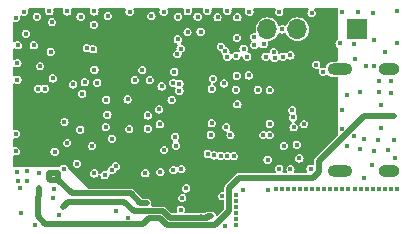
<source format=gbr>
%TF.GenerationSoftware,KiCad,Pcbnew,8.0.5*%
%TF.CreationDate,2024-12-17T02:27:59+01:00*%
%TF.ProjectId,hardware v5,68617264-7761-4726-9520-76352e6b6963,rev?*%
%TF.SameCoordinates,Original*%
%TF.FileFunction,Copper,L5,Inr*%
%TF.FilePolarity,Positive*%
%FSLAX46Y46*%
G04 Gerber Fmt 4.6, Leading zero omitted, Abs format (unit mm)*
G04 Created by KiCad (PCBNEW 8.0.5) date 2024-12-17 02:27:59*
%MOMM*%
%LPD*%
G01*
G04 APERTURE LIST*
%TA.AperFunction,ComponentPad*%
%ADD10R,1.700000X1.700000*%
%TD*%
%TA.AperFunction,ComponentPad*%
%ADD11O,1.700000X1.700000*%
%TD*%
%TA.AperFunction,ComponentPad*%
%ADD12O,1.800000X1.000000*%
%TD*%
%TA.AperFunction,ComponentPad*%
%ADD13O,2.100000X1.000000*%
%TD*%
%TA.AperFunction,ViaPad*%
%ADD14C,0.400000*%
%TD*%
%TA.AperFunction,Conductor*%
%ADD15C,0.500000*%
%TD*%
G04 APERTURE END LIST*
D10*
%TO.N,GND*%
%TO.C,J3*%
X148570000Y-92965000D03*
D11*
%TO.N,+3.3V*%
X146030000Y-92965000D03*
%TO.N,OLED_SCL*%
X143490000Y-92965000D03*
%TO.N,OLED_SDA*%
X140950000Y-92965000D03*
%TD*%
D12*
%TO.N,GND*%
%TO.C,J2*%
X151240000Y-96350000D03*
D13*
X147060000Y-96350000D03*
D12*
X151240000Y-104990000D03*
D13*
X147060000Y-104990000D03*
%TD*%
D14*
%TO.N,GND*%
X126300000Y-96390000D03*
%TO.N,GPSTIMEPULSE*%
X126190000Y-94650000D03*
X133060000Y-96550000D03*
X137390000Y-94810000D03*
%TO.N,Net-(ANT2-TIMEPULSE)*%
X126250000Y-92590000D03*
%TO.N,GPSEXTINT*%
X128090000Y-108330000D03*
X136420000Y-103640000D03*
%TO.N,GNDGPS*%
X121700000Y-96080000D03*
X127750000Y-104900000D03*
X122120000Y-98000000D03*
X128110000Y-104570000D03*
X121530000Y-98000000D03*
%TO.N,GND*%
X121430000Y-91890000D03*
X120620000Y-104950000D03*
X150430000Y-98280000D03*
X149090000Y-105540000D03*
X122770000Y-97120000D03*
X136230000Y-100910000D03*
X138350000Y-96890000D03*
X143220000Y-106520000D03*
X149930000Y-103260000D03*
X145260000Y-106520000D03*
X121640000Y-105130000D03*
X138360000Y-93700000D03*
X136340000Y-97140000D03*
X151380000Y-106520000D03*
X131840000Y-101000000D03*
X120030000Y-106430000D03*
X147060000Y-94160000D03*
X137450000Y-101240000D03*
X119780000Y-105010000D03*
X120320000Y-91470000D03*
X136150000Y-101900000D03*
X139830000Y-93610000D03*
X119820000Y-105800000D03*
X122600000Y-94870000D03*
X143160000Y-101250000D03*
X142200000Y-106520000D03*
X130820000Y-100250000D03*
X138910000Y-106540000D03*
X134060000Y-106430000D03*
X140570000Y-101920000D03*
X143440000Y-102740000D03*
X119770000Y-97230000D03*
X139370000Y-96870000D03*
X125090000Y-101470000D03*
X137270000Y-97540000D03*
X149340000Y-106520000D03*
X126290000Y-91440000D03*
X133330000Y-95060000D03*
X122920000Y-103320000D03*
X141150000Y-100950000D03*
X138270000Y-106990000D03*
X133670000Y-104790000D03*
X132980000Y-104880000D03*
X145650000Y-96580000D03*
X120590000Y-105770000D03*
X151160000Y-103200000D03*
X125130000Y-91890000D03*
X137100000Y-107090000D03*
X148640000Y-91490000D03*
X138400000Y-99310000D03*
X141140000Y-101910000D03*
X119770000Y-95840000D03*
X142210000Y-92970000D03*
X144600000Y-104770000D03*
X144680000Y-91590000D03*
X147810000Y-106520000D03*
X130350000Y-96410000D03*
X150330000Y-102310000D03*
X139850000Y-94290000D03*
X138270000Y-109030000D03*
X122810000Y-107270000D03*
X140620000Y-94220000D03*
X147710000Y-98490000D03*
X148320000Y-106520000D03*
X148830000Y-106520000D03*
X129250000Y-101410000D03*
X127390000Y-100180000D03*
X142254834Y-95284834D03*
X142710000Y-106520000D03*
X125260000Y-98410000D03*
X147680000Y-102870000D03*
X146790000Y-106520000D03*
X149130000Y-102280000D03*
X131890000Y-105050000D03*
X134180000Y-93190000D03*
X150360000Y-106520000D03*
X133610000Y-108220000D03*
X133730000Y-107250000D03*
X140140000Y-98080000D03*
X123690000Y-104750000D03*
X138270000Y-107500000D03*
X143660000Y-103890000D03*
X151440000Y-97360000D03*
X124820000Y-104340000D03*
X149990000Y-93840000D03*
X126530000Y-97480000D03*
X143730000Y-106520000D03*
X119620000Y-103290000D03*
X120500000Y-93330000D03*
X144040000Y-100990000D03*
X147300000Y-106520000D03*
X150410000Y-97380000D03*
X151750000Y-103830000D03*
X127260000Y-101240000D03*
X127300000Y-98910000D03*
X151910000Y-91440000D03*
X149810000Y-104430000D03*
X138280000Y-98070000D03*
X130610000Y-105150000D03*
X138270000Y-108010000D03*
X126290000Y-105160000D03*
X147260000Y-91500000D03*
X131130000Y-91840000D03*
X140960000Y-106540000D03*
X149270000Y-96100000D03*
X123980000Y-102590000D03*
X151890000Y-106520000D03*
X133350000Y-93820000D03*
X148240000Y-94180000D03*
X123990000Y-91440000D03*
X141690000Y-106520000D03*
X151420000Y-98330000D03*
X151950000Y-94110000D03*
X125650000Y-94550000D03*
X144750000Y-106520000D03*
X131980000Y-97790000D03*
X121260000Y-109500000D03*
X133600000Y-94590000D03*
X139420000Y-91460000D03*
X135870000Y-91390000D03*
X141950000Y-91490000D03*
X138270000Y-108520000D03*
X119820000Y-94310000D03*
X137820000Y-101920000D03*
X119660000Y-92000000D03*
X148310000Y-101990000D03*
X137390000Y-109610000D03*
X129280000Y-91460000D03*
X149850000Y-106520000D03*
X142340000Y-102840000D03*
X129100000Y-98890000D03*
X144240000Y-106520000D03*
X121160000Y-94310000D03*
X127430000Y-91840000D03*
X120120000Y-108490000D03*
X138270000Y-109540000D03*
X122700000Y-92360000D03*
X149970000Y-96060000D03*
X130820000Y-101380000D03*
X122840000Y-106450000D03*
X150870000Y-106520000D03*
X151640000Y-102310000D03*
X141150000Y-98100000D03*
X137560000Y-91420000D03*
X146280000Y-106520000D03*
X119630000Y-101820000D03*
X123340000Y-108700000D03*
X145770000Y-106520000D03*
X122490000Y-91430000D03*
X135290000Y-93160000D03*
X136240000Y-98010000D03*
X131770000Y-99750000D03*
X149890000Y-91610000D03*
X132150000Y-91470000D03*
X124490000Y-97620000D03*
X125490000Y-97440000D03*
X134200000Y-91430000D03*
X150920000Y-94920000D03*
%TO.N,+3.3V*%
X135920000Y-95280000D03*
X137560000Y-104730000D03*
X137060000Y-104410000D03*
X130360000Y-102760000D03*
X133330000Y-100220000D03*
X122100000Y-101330000D03*
X135270000Y-94750000D03*
X136510000Y-104430000D03*
X142820000Y-97140000D03*
X143920000Y-104400000D03*
X134320000Y-94480000D03*
X136020000Y-104430000D03*
X127840000Y-95980000D03*
X137150000Y-105320000D03*
X122770000Y-95900000D03*
X141758656Y-103854826D03*
X143910000Y-104990000D03*
X129320000Y-104170000D03*
X142820000Y-97690000D03*
X138868083Y-103605000D03*
X120910000Y-101340000D03*
X128320000Y-96440000D03*
X133250000Y-100860831D03*
X130380000Y-103240000D03*
X139833442Y-95395000D03*
%TO.N,vusb*%
X131359997Y-108980000D03*
X131860000Y-108980000D03*
X121580000Y-107080000D03*
X145300000Y-105010000D03*
X121570000Y-106370000D03*
X151650000Y-100330000D03*
X144915000Y-105395000D03*
%TO.N,Net-(IC3-EN)*%
X135360000Y-108890000D03*
X136210000Y-108800000D03*
X135800000Y-108900000D03*
X123660000Y-107980000D03*
%TO.N,Net-(U1-NRST)*%
X133380000Y-91910000D03*
X132830000Y-98940000D03*
%TO.N,SPI_MOSi*%
X127780000Y-102220000D03*
X137557500Y-95295095D03*
%TO.N,SPI_MISO*%
X136990000Y-103680000D03*
X129715000Y-97260000D03*
%TO.N,SPI_CS*%
X130985000Y-97260000D03*
X137010000Y-94450000D03*
%TO.N,COMPASSDA*%
X132950000Y-97500000D03*
X142900000Y-104810000D03*
X141478477Y-94897064D03*
%TO.N,COMPASSCL*%
X133499998Y-98155000D03*
X141940251Y-104764958D03*
%TO.N,USART_RX*%
X140960000Y-103999240D03*
X142900000Y-95170000D03*
%TO.N,USART_TX*%
X138100000Y-103700000D03*
%TO.N,OLED_SCL*%
X137530000Y-103700000D03*
%TO.N,ALIMGPS*%
X133130000Y-102060000D03*
X127170000Y-105310000D03*
%TO.N,Net-(U1-PA4)*%
X129180000Y-108910000D03*
X135900002Y-103510000D03*
%TO.N,BAT+*%
X122450000Y-105110000D03*
X130200000Y-107700000D03*
X130720000Y-107700000D03*
X123220000Y-105680000D03*
X123210000Y-105110000D03*
X122490000Y-105660000D03*
%TO.N,SWDIO*%
X138930000Y-94610000D03*
X138400000Y-91940000D03*
%TO.N,SWCLK*%
X136720000Y-91930000D03*
X139230000Y-95280000D03*
%TO.N,SWO*%
X135040000Y-91900000D03*
X138307500Y-95190000D03*
%TO.N,D+*%
X150595000Y-101310000D03*
X140790000Y-95283906D03*
%TO.N,D-*%
X141558903Y-95390555D03*
X150595000Y-99410000D03*
%TO.N,Net-(U1-PB0)*%
X148384659Y-95447254D03*
X143120000Y-100410000D03*
%TO.N,Net-(U1-PB1)*%
X145070000Y-95950000D03*
X143050000Y-99810000D03*
%TO.N,Net-(ANT2-RXD)*%
X133214488Y-102810000D03*
%TO.N,Net-(ANT2-TXD)*%
X132190002Y-103188079D03*
%TO.N,Net-(ANT2-V_BCKP)*%
X123765000Y-100805000D03*
%TO.N,USBD-*%
X147270000Y-99830000D03*
%TO.N,Net-(J2-CC1)*%
X148750000Y-98240000D03*
%TO.N,USBD+*%
X147240000Y-101400000D03*
%TO.N,Net-(J2-CC2)*%
X148760000Y-103100000D03*
%TO.N,Net-(S3-COM_2)*%
X126090000Y-102840000D03*
X133499998Y-97560000D03*
%TD*%
D15*
%TO.N,vusb*%
X151650000Y-100330000D02*
X149087818Y-100330000D01*
X136490000Y-109570000D02*
X137710000Y-108350000D01*
X130420000Y-109460000D02*
X123520000Y-109460000D01*
X121580000Y-107080000D02*
X121580000Y-106380000D01*
X122152918Y-109460000D02*
X121480000Y-108787082D01*
X131359997Y-108980000D02*
X130900000Y-108980000D01*
X131860000Y-108980000D02*
X132450000Y-109570000D01*
X123520000Y-109460000D02*
X122280000Y-109460000D01*
X149087818Y-100330000D02*
X145300000Y-104117818D01*
X121480000Y-108787082D02*
X121480000Y-107180000D01*
X121580000Y-106380000D02*
X121570000Y-106370000D01*
X137710000Y-108350000D02*
X137710000Y-106390000D01*
X132450000Y-109570000D02*
X136490000Y-109570000D01*
X137710000Y-106390000D02*
X138560000Y-105540000D01*
X138560000Y-105540000D02*
X144770000Y-105540000D01*
X121480000Y-107180000D02*
X121580000Y-107080000D01*
X131860000Y-108980000D02*
X131359997Y-108980000D01*
X145300000Y-104117818D02*
X145300000Y-105010000D01*
X130900000Y-108980000D02*
X130420000Y-109460000D01*
X144770000Y-105540000D02*
X145300000Y-105010000D01*
X122280000Y-109460000D02*
X122152918Y-109460000D01*
%TO.N,Net-(IC3-EN)*%
X135900000Y-108800000D02*
X135800000Y-108900000D01*
X132678528Y-108950000D02*
X135300000Y-108950000D01*
X129627488Y-108380000D02*
X132108528Y-108380000D01*
X128832488Y-107585000D02*
X129627488Y-108380000D01*
X135370000Y-108900000D02*
X135360000Y-108890000D01*
X123660000Y-107980000D02*
X124055000Y-107585000D01*
X124055000Y-107585000D02*
X128832488Y-107585000D01*
X136210000Y-108800000D02*
X135900000Y-108800000D01*
X132108528Y-108380000D02*
X132678528Y-108950000D01*
X135300000Y-108950000D02*
X135360000Y-108890000D01*
X135800000Y-108900000D02*
X135370000Y-108900000D01*
%TO.N,BAT+*%
X122490000Y-105660000D02*
X122490000Y-105150000D01*
X123220000Y-105120000D02*
X123210000Y-105110000D01*
X123220000Y-105680000D02*
X123220000Y-105120000D01*
X130200000Y-107700000D02*
X130720000Y-107700000D01*
X130200000Y-107700000D02*
X129360000Y-106860000D01*
X123210000Y-105110000D02*
X122450000Y-105110000D01*
X122490000Y-105150000D02*
X122450000Y-105110000D01*
X122510000Y-105680000D02*
X122490000Y-105660000D01*
X124400000Y-106860000D02*
X123220000Y-105680000D01*
X123220000Y-105680000D02*
X122510000Y-105680000D01*
X129360000Y-106860000D02*
X124400000Y-106860000D01*
%TD*%
%TA.AperFunction,Conductor*%
%TO.N,+3.3V*%
G36*
X122100802Y-91180185D02*
G01*
X122146557Y-91232989D01*
X122156501Y-91302147D01*
X122152987Y-91317258D01*
X122135131Y-91429997D01*
X122135131Y-91430002D01*
X122152498Y-91539658D01*
X122202904Y-91638585D01*
X122202909Y-91638592D01*
X122281407Y-91717090D01*
X122281410Y-91717092D01*
X122281413Y-91717095D01*
X122335923Y-91744869D01*
X122380341Y-91767501D01*
X122489998Y-91784869D01*
X122490000Y-91784869D01*
X122490002Y-91784869D01*
X122599658Y-91767501D01*
X122599659Y-91767500D01*
X122599661Y-91767500D01*
X122698587Y-91717095D01*
X122777095Y-91638587D01*
X122827500Y-91539661D01*
X122827500Y-91539659D01*
X122827501Y-91539658D01*
X122844869Y-91430002D01*
X122844869Y-91429997D01*
X122825974Y-91310700D01*
X122827950Y-91310387D01*
X122826311Y-91252975D01*
X122862393Y-91193143D01*
X122925094Y-91162316D01*
X122946237Y-91160500D01*
X123537013Y-91160500D01*
X123604052Y-91180185D01*
X123649807Y-91232989D01*
X123659751Y-91302147D01*
X123654943Y-91322823D01*
X123652498Y-91330346D01*
X123635131Y-91439997D01*
X123635131Y-91440002D01*
X123652498Y-91549658D01*
X123702904Y-91648585D01*
X123702909Y-91648592D01*
X123781407Y-91727090D01*
X123781410Y-91727092D01*
X123781413Y-91727095D01*
X123860713Y-91767500D01*
X123880341Y-91777501D01*
X123989998Y-91794869D01*
X123990000Y-91794869D01*
X123990002Y-91794869D01*
X124099658Y-91777501D01*
X124099659Y-91777500D01*
X124099661Y-91777500D01*
X124198587Y-91727095D01*
X124277095Y-91648587D01*
X124327500Y-91549661D01*
X124327500Y-91549659D01*
X124327501Y-91549658D01*
X124344869Y-91440002D01*
X124344869Y-91439997D01*
X124327501Y-91330346D01*
X124327500Y-91330339D01*
X124327496Y-91330332D01*
X124325057Y-91322823D01*
X124323060Y-91252981D01*
X124359138Y-91193147D01*
X124421838Y-91162317D01*
X124442987Y-91160500D01*
X125837013Y-91160500D01*
X125904052Y-91180185D01*
X125949807Y-91232989D01*
X125959751Y-91302147D01*
X125954943Y-91322823D01*
X125952498Y-91330346D01*
X125935131Y-91439997D01*
X125935131Y-91440002D01*
X125952498Y-91549658D01*
X126002904Y-91648585D01*
X126002909Y-91648592D01*
X126081407Y-91727090D01*
X126081410Y-91727092D01*
X126081413Y-91727095D01*
X126160713Y-91767500D01*
X126180341Y-91777501D01*
X126289998Y-91794869D01*
X126290000Y-91794869D01*
X126290002Y-91794869D01*
X126399658Y-91777501D01*
X126399659Y-91777500D01*
X126399661Y-91777500D01*
X126498587Y-91727095D01*
X126577095Y-91648587D01*
X126627500Y-91549661D01*
X126627500Y-91549659D01*
X126627501Y-91549658D01*
X126644869Y-91440002D01*
X126644869Y-91439997D01*
X126627501Y-91330346D01*
X126627500Y-91330339D01*
X126627496Y-91330332D01*
X126625057Y-91322823D01*
X126623060Y-91252981D01*
X126659138Y-91193147D01*
X126721838Y-91162317D01*
X126742987Y-91160500D01*
X128836879Y-91160500D01*
X128903918Y-91180185D01*
X128949673Y-91232989D01*
X128959617Y-91302147D01*
X128947364Y-91340792D01*
X128944582Y-91346252D01*
X128942498Y-91350342D01*
X128925131Y-91459997D01*
X128925131Y-91460002D01*
X128942498Y-91569658D01*
X128992904Y-91668585D01*
X128992909Y-91668592D01*
X129071407Y-91747090D01*
X129071410Y-91747092D01*
X129071413Y-91747095D01*
X129145549Y-91784869D01*
X129170341Y-91797501D01*
X129279998Y-91814869D01*
X129280000Y-91814869D01*
X129280002Y-91814869D01*
X129389658Y-91797501D01*
X129389659Y-91797500D01*
X129389661Y-91797500D01*
X129488587Y-91747095D01*
X129567095Y-91668587D01*
X129617500Y-91569661D01*
X129617500Y-91569659D01*
X129617501Y-91569658D01*
X129634869Y-91460002D01*
X129634869Y-91459997D01*
X129617501Y-91350342D01*
X129617500Y-91350340D01*
X129617500Y-91350339D01*
X129612636Y-91340794D01*
X129599740Y-91272127D01*
X129626016Y-91207386D01*
X129683121Y-91167129D01*
X129723121Y-91160500D01*
X131711974Y-91160500D01*
X131779013Y-91180185D01*
X131824768Y-91232989D01*
X131834712Y-91302147D01*
X131822460Y-91340790D01*
X131812500Y-91360339D01*
X131812498Y-91360343D01*
X131795131Y-91469997D01*
X131795131Y-91470002D01*
X131812498Y-91579658D01*
X131862904Y-91678585D01*
X131862909Y-91678592D01*
X131941407Y-91757090D01*
X131941410Y-91757092D01*
X131941413Y-91757095D01*
X132011381Y-91792745D01*
X132040341Y-91807501D01*
X132149998Y-91824869D01*
X132150000Y-91824869D01*
X132150002Y-91824869D01*
X132259658Y-91807501D01*
X132259659Y-91807500D01*
X132259661Y-91807500D01*
X132358587Y-91757095D01*
X132437095Y-91678587D01*
X132487500Y-91579661D01*
X132487500Y-91579659D01*
X132487501Y-91579658D01*
X132504869Y-91470002D01*
X132504869Y-91469997D01*
X132487501Y-91360343D01*
X132487500Y-91360341D01*
X132487500Y-91360339D01*
X132477540Y-91340792D01*
X132464645Y-91272126D01*
X132490921Y-91207385D01*
X132548028Y-91167128D01*
X132588026Y-91160500D01*
X133743763Y-91160500D01*
X133810802Y-91180185D01*
X133856557Y-91232989D01*
X133866501Y-91302147D01*
X133862987Y-91317258D01*
X133845131Y-91429997D01*
X133845131Y-91430002D01*
X133862499Y-91539659D01*
X133862499Y-91539660D01*
X133881911Y-91577759D01*
X133888920Y-91615084D01*
X133898723Y-91620806D01*
X133908894Y-91633066D01*
X133912907Y-91638590D01*
X133991407Y-91717090D01*
X133991410Y-91717092D01*
X133991413Y-91717095D01*
X134045923Y-91744869D01*
X134090341Y-91767501D01*
X134199998Y-91784869D01*
X134200000Y-91784869D01*
X134200002Y-91784869D01*
X134309658Y-91767501D01*
X134309659Y-91767500D01*
X134309661Y-91767500D01*
X134408587Y-91717095D01*
X134487095Y-91638587D01*
X134537500Y-91539661D01*
X134537500Y-91539659D01*
X134537501Y-91539658D01*
X134554869Y-91430002D01*
X134554869Y-91429997D01*
X134535974Y-91310700D01*
X134537950Y-91310387D01*
X134536311Y-91252975D01*
X134572393Y-91193143D01*
X134635094Y-91162316D01*
X134656237Y-91160500D01*
X135406295Y-91160500D01*
X135473334Y-91180185D01*
X135519089Y-91232989D01*
X135529033Y-91302147D01*
X135528768Y-91303898D01*
X135515131Y-91389997D01*
X135515131Y-91390002D01*
X135532498Y-91499658D01*
X135582904Y-91598585D01*
X135582909Y-91598592D01*
X135661407Y-91677090D01*
X135661410Y-91677092D01*
X135661413Y-91677095D01*
X135755264Y-91724914D01*
X135760341Y-91727501D01*
X135869998Y-91744869D01*
X135870000Y-91744869D01*
X135870002Y-91744869D01*
X135979658Y-91727501D01*
X135979659Y-91727500D01*
X135979661Y-91727500D01*
X136078587Y-91677095D01*
X136157095Y-91598587D01*
X136207500Y-91499661D01*
X136207500Y-91499659D01*
X136207501Y-91499658D01*
X136224869Y-91390002D01*
X136224869Y-91389997D01*
X136211232Y-91303898D01*
X136220187Y-91234605D01*
X136265183Y-91181153D01*
X136331934Y-91160513D01*
X136333705Y-91160500D01*
X137101046Y-91160500D01*
X137168085Y-91180185D01*
X137213840Y-91232989D01*
X137223784Y-91302147D01*
X137223519Y-91303897D01*
X137205131Y-91419996D01*
X137205131Y-91420002D01*
X137222498Y-91529658D01*
X137272904Y-91628585D01*
X137272909Y-91628592D01*
X137351407Y-91707090D01*
X137351410Y-91707092D01*
X137351413Y-91707095D01*
X137425549Y-91744869D01*
X137450341Y-91757501D01*
X137559998Y-91774869D01*
X137560000Y-91774869D01*
X137560002Y-91774869D01*
X137669658Y-91757501D01*
X137669659Y-91757500D01*
X137669661Y-91757500D01*
X137768587Y-91707095D01*
X137847095Y-91628587D01*
X137897500Y-91529661D01*
X137897500Y-91529659D01*
X137897501Y-91529658D01*
X137914869Y-91420002D01*
X137914869Y-91419996D01*
X137896481Y-91303897D01*
X137905436Y-91234604D01*
X137950432Y-91181152D01*
X138017184Y-91160513D01*
X138018954Y-91160500D01*
X138976879Y-91160500D01*
X139043918Y-91180185D01*
X139089673Y-91232989D01*
X139099617Y-91302147D01*
X139087364Y-91340792D01*
X139084582Y-91346252D01*
X139082498Y-91350342D01*
X139065131Y-91459997D01*
X139065131Y-91460002D01*
X139082498Y-91569658D01*
X139132904Y-91668585D01*
X139132909Y-91668592D01*
X139211407Y-91747090D01*
X139211410Y-91747092D01*
X139211413Y-91747095D01*
X139285549Y-91784869D01*
X139310341Y-91797501D01*
X139419998Y-91814869D01*
X139420000Y-91814869D01*
X139420002Y-91814869D01*
X139529658Y-91797501D01*
X139529659Y-91797500D01*
X139529661Y-91797500D01*
X139628587Y-91747095D01*
X139707095Y-91668587D01*
X139757500Y-91569661D01*
X139757500Y-91569659D01*
X139757501Y-91569658D01*
X139774869Y-91460002D01*
X139774869Y-91459997D01*
X139757501Y-91350342D01*
X139757500Y-91350340D01*
X139757500Y-91350339D01*
X139752636Y-91340794D01*
X139739740Y-91272127D01*
X139766016Y-91207386D01*
X139823121Y-91167129D01*
X139863121Y-91160500D01*
X141522164Y-91160500D01*
X141589203Y-91180185D01*
X141634958Y-91232989D01*
X141644902Y-91302147D01*
X141632649Y-91340794D01*
X141612498Y-91380341D01*
X141595131Y-91489997D01*
X141595131Y-91490002D01*
X141612498Y-91599658D01*
X141662904Y-91698585D01*
X141662909Y-91698592D01*
X141741407Y-91777090D01*
X141741410Y-91777092D01*
X141741413Y-91777095D01*
X141801087Y-91807500D01*
X141840341Y-91827501D01*
X141949998Y-91844869D01*
X141950000Y-91844869D01*
X141950002Y-91844869D01*
X142059658Y-91827501D01*
X142059659Y-91827500D01*
X142059661Y-91827500D01*
X142158587Y-91777095D01*
X142237095Y-91698587D01*
X142287500Y-91599661D01*
X142287500Y-91599659D01*
X142287501Y-91599658D01*
X142304869Y-91490002D01*
X142304869Y-91489997D01*
X142287501Y-91380341D01*
X142267351Y-91340794D01*
X142254455Y-91272125D01*
X142280732Y-91207384D01*
X142337839Y-91167128D01*
X142377836Y-91160500D01*
X144314455Y-91160500D01*
X144381494Y-91180185D01*
X144427249Y-91232989D01*
X144437193Y-91302147D01*
X144408168Y-91365703D01*
X144402136Y-91372181D01*
X144392909Y-91381407D01*
X144392904Y-91381414D01*
X144342498Y-91480341D01*
X144325131Y-91589997D01*
X144325131Y-91590002D01*
X144342498Y-91699658D01*
X144392904Y-91798585D01*
X144392909Y-91798592D01*
X144471407Y-91877090D01*
X144471410Y-91877092D01*
X144471413Y-91877095D01*
X144535993Y-91910000D01*
X144570341Y-91927501D01*
X144679998Y-91944869D01*
X144680000Y-91944869D01*
X144680002Y-91944869D01*
X144789658Y-91927501D01*
X144789659Y-91927500D01*
X144789661Y-91927500D01*
X144888587Y-91877095D01*
X144967095Y-91798587D01*
X145017500Y-91699661D01*
X145017500Y-91699659D01*
X145017501Y-91699658D01*
X145034869Y-91590002D01*
X145034869Y-91589997D01*
X145017501Y-91480341D01*
X145012232Y-91470000D01*
X144967095Y-91381413D01*
X144967092Y-91381410D01*
X144967090Y-91381407D01*
X144957864Y-91372181D01*
X144924379Y-91310858D01*
X144929363Y-91241166D01*
X144971235Y-91185233D01*
X145036699Y-91160816D01*
X145045545Y-91160500D01*
X146816000Y-91160500D01*
X146883039Y-91180185D01*
X146928794Y-91232989D01*
X146940000Y-91284500D01*
X146940000Y-91326224D01*
X146926486Y-91382515D01*
X146924377Y-91386653D01*
X146922498Y-91390342D01*
X146905131Y-91499997D01*
X146905131Y-91500002D01*
X146922498Y-91609657D01*
X146922499Y-91609660D01*
X146922500Y-91609661D01*
X146926483Y-91617479D01*
X146940000Y-91673775D01*
X146940000Y-93751780D01*
X146920315Y-93818819D01*
X146872296Y-93862264D01*
X146851411Y-93872905D01*
X146772909Y-93951407D01*
X146772904Y-93951414D01*
X146722498Y-94050341D01*
X146705131Y-94159997D01*
X146705131Y-94160002D01*
X146722498Y-94269658D01*
X146772904Y-94368585D01*
X146772909Y-94368592D01*
X146851407Y-94447090D01*
X146851410Y-94447092D01*
X146851413Y-94447095D01*
X146872294Y-94457734D01*
X146923090Y-94505708D01*
X146940000Y-94568219D01*
X146940000Y-95575500D01*
X146920315Y-95642539D01*
X146867511Y-95688294D01*
X146816000Y-95699500D01*
X146445929Y-95699500D01*
X146320261Y-95724497D01*
X146320255Y-95724499D01*
X146201875Y-95773533D01*
X146201866Y-95773538D01*
X146095331Y-95844723D01*
X146095327Y-95844726D01*
X146004726Y-95935327D01*
X146004723Y-95935331D01*
X145933538Y-96041866D01*
X145933535Y-96041872D01*
X145882252Y-96165679D01*
X145838410Y-96220082D01*
X145772116Y-96242146D01*
X145748294Y-96240698D01*
X145650004Y-96225131D01*
X145649998Y-96225131D01*
X145534866Y-96243366D01*
X145465572Y-96234411D01*
X145412120Y-96189415D01*
X145391481Y-96122664D01*
X145404983Y-96064599D01*
X145407500Y-96059661D01*
X145407501Y-96059655D01*
X145424869Y-95950002D01*
X145424869Y-95949997D01*
X145407501Y-95840341D01*
X145373461Y-95773533D01*
X145357095Y-95741413D01*
X145357092Y-95741410D01*
X145357090Y-95741407D01*
X145278592Y-95662909D01*
X145278588Y-95662906D01*
X145278587Y-95662905D01*
X145253189Y-95649964D01*
X145179658Y-95612498D01*
X145070002Y-95595131D01*
X145069998Y-95595131D01*
X144960341Y-95612498D01*
X144861414Y-95662904D01*
X144861407Y-95662909D01*
X144782909Y-95741407D01*
X144782904Y-95741414D01*
X144732498Y-95840341D01*
X144715131Y-95949997D01*
X144715131Y-95950002D01*
X144732498Y-96059658D01*
X144782904Y-96158585D01*
X144782909Y-96158592D01*
X144861407Y-96237090D01*
X144861410Y-96237092D01*
X144861413Y-96237095D01*
X144946285Y-96280339D01*
X144960341Y-96287501D01*
X145069998Y-96304869D01*
X145070000Y-96304869D01*
X145070001Y-96304869D01*
X145099557Y-96300187D01*
X145179661Y-96287500D01*
X145179662Y-96287499D01*
X145185132Y-96286633D01*
X145254426Y-96295587D01*
X145307878Y-96340583D01*
X145328518Y-96407334D01*
X145315019Y-96465395D01*
X145312498Y-96470341D01*
X145295131Y-96579997D01*
X145295131Y-96580002D01*
X145312498Y-96689658D01*
X145362904Y-96788585D01*
X145362909Y-96788592D01*
X145441407Y-96867090D01*
X145441410Y-96867092D01*
X145441413Y-96867095D01*
X145540339Y-96917500D01*
X145540341Y-96917501D01*
X145649998Y-96934869D01*
X145650000Y-96934869D01*
X145650002Y-96934869D01*
X145759658Y-96917501D01*
X145759659Y-96917500D01*
X145759661Y-96917500D01*
X145858587Y-96867095D01*
X145895186Y-96830496D01*
X145956509Y-96797010D01*
X146026200Y-96801994D01*
X146070549Y-96830495D01*
X146095327Y-96855273D01*
X146095331Y-96855276D01*
X146201866Y-96926461D01*
X146201875Y-96926466D01*
X146213804Y-96931407D01*
X146320256Y-96975501D01*
X146320260Y-96975501D01*
X146320261Y-96975502D01*
X146445928Y-97000500D01*
X146445931Y-97000500D01*
X146816000Y-97000500D01*
X146883039Y-97020185D01*
X146928794Y-97072989D01*
X146940000Y-97124500D01*
X146940000Y-99677615D01*
X146933931Y-99715932D01*
X146932499Y-99720337D01*
X146915131Y-99829997D01*
X146915131Y-99830002D01*
X146932498Y-99939656D01*
X146933930Y-99944062D01*
X146940000Y-99982384D01*
X146940000Y-101186971D01*
X146926485Y-101243265D01*
X146902498Y-101290341D01*
X146885131Y-101399997D01*
X146885131Y-101400002D01*
X146902498Y-101509658D01*
X146902499Y-101509661D01*
X146926485Y-101556735D01*
X146940000Y-101613029D01*
X146940000Y-101860063D01*
X146920315Y-101927102D01*
X146903681Y-101947744D01*
X144979522Y-103871902D01*
X144979520Y-103871905D01*
X144926791Y-103963232D01*
X144912252Y-104017498D01*
X144899500Y-104065089D01*
X144899500Y-104326878D01*
X144879815Y-104393917D01*
X144827011Y-104439672D01*
X144757853Y-104449616D01*
X144719209Y-104437365D01*
X144709657Y-104432498D01*
X144600002Y-104415131D01*
X144599998Y-104415131D01*
X144490341Y-104432498D01*
X144391414Y-104482904D01*
X144391407Y-104482909D01*
X144312909Y-104561407D01*
X144312904Y-104561414D01*
X144262498Y-104660341D01*
X144245131Y-104769997D01*
X144245131Y-104770002D01*
X144262498Y-104879658D01*
X144303030Y-104959206D01*
X144315926Y-105027875D01*
X144289649Y-105092615D01*
X144232543Y-105132872D01*
X144192545Y-105139500D01*
X143327836Y-105139500D01*
X143260797Y-105119815D01*
X143215042Y-105067011D01*
X143205098Y-104997853D01*
X143217351Y-104959206D01*
X143234846Y-104924869D01*
X143237500Y-104919661D01*
X143237500Y-104919659D01*
X143237501Y-104919658D01*
X143254869Y-104810002D01*
X143254869Y-104809997D01*
X143237501Y-104700341D01*
X143234713Y-104694869D01*
X143187095Y-104601413D01*
X143187092Y-104601410D01*
X143187090Y-104601407D01*
X143108592Y-104522909D01*
X143108588Y-104522906D01*
X143108587Y-104522905D01*
X143075409Y-104506000D01*
X143009658Y-104472498D01*
X142900002Y-104455131D01*
X142899998Y-104455131D01*
X142790341Y-104472498D01*
X142691414Y-104522904D01*
X142691407Y-104522909D01*
X142612909Y-104601407D01*
X142612904Y-104601414D01*
X142562498Y-104700341D01*
X142545131Y-104809997D01*
X142545131Y-104810002D01*
X142562498Y-104919658D01*
X142582649Y-104959206D01*
X142595545Y-105027875D01*
X142569268Y-105092616D01*
X142512161Y-105132872D01*
X142472164Y-105139500D01*
X142345137Y-105139500D01*
X142278098Y-105119815D01*
X142232343Y-105067011D01*
X142222399Y-104997853D01*
X142234652Y-104959206D01*
X142249926Y-104929229D01*
X142277751Y-104874619D01*
X142277751Y-104874617D01*
X142277752Y-104874616D01*
X142295120Y-104764960D01*
X142295120Y-104764955D01*
X142277752Y-104655299D01*
X142277751Y-104655297D01*
X142227346Y-104556371D01*
X142227343Y-104556368D01*
X142227341Y-104556365D01*
X142148843Y-104477867D01*
X142148839Y-104477864D01*
X142148838Y-104477863D01*
X142144994Y-104475904D01*
X142049909Y-104427456D01*
X141940253Y-104410089D01*
X141940249Y-104410089D01*
X141830592Y-104427456D01*
X141731665Y-104477862D01*
X141731658Y-104477867D01*
X141653160Y-104556365D01*
X141653155Y-104556372D01*
X141602749Y-104655299D01*
X141585382Y-104764955D01*
X141585382Y-104764960D01*
X141602749Y-104874616D01*
X141645850Y-104959206D01*
X141658746Y-105027875D01*
X141632469Y-105092615D01*
X141575363Y-105132872D01*
X141535365Y-105139500D01*
X138620339Y-105139500D01*
X138620323Y-105139499D01*
X138612727Y-105139499D01*
X138507274Y-105139499D01*
X138405413Y-105166793D01*
X138405411Y-105166793D01*
X138405411Y-105166794D01*
X138314084Y-105219522D01*
X137389522Y-106144084D01*
X137389520Y-106144087D01*
X137336793Y-106235410D01*
X137329588Y-106262300D01*
X137325986Y-106275744D01*
X137325986Y-106275745D01*
X137325985Y-106275744D01*
X137309500Y-106337269D01*
X137309500Y-106623127D01*
X137289815Y-106690166D01*
X137237011Y-106735921D01*
X137167853Y-106745865D01*
X137166102Y-106745600D01*
X137100002Y-106735131D01*
X137099998Y-106735131D01*
X136990341Y-106752498D01*
X136891414Y-106802904D01*
X136891407Y-106802909D01*
X136812909Y-106881407D01*
X136812904Y-106881414D01*
X136762498Y-106980341D01*
X136745131Y-107089997D01*
X136745131Y-107090002D01*
X136762498Y-107199658D01*
X136812904Y-107298585D01*
X136812909Y-107298592D01*
X136891407Y-107377090D01*
X136891410Y-107377092D01*
X136891413Y-107377095D01*
X136990339Y-107427500D01*
X136990341Y-107427501D01*
X137099998Y-107444869D01*
X137100000Y-107444869D01*
X137166102Y-107434399D01*
X137235394Y-107443353D01*
X137288847Y-107488349D01*
X137309487Y-107555100D01*
X137309500Y-107556872D01*
X137309500Y-108132745D01*
X137289815Y-108199784D01*
X137273181Y-108220426D01*
X136791073Y-108702533D01*
X136729750Y-108736018D01*
X136660058Y-108731034D01*
X136604125Y-108689162D01*
X136586485Y-108652849D01*
X136586316Y-108652920D01*
X136585135Y-108650070D01*
X136583617Y-108646944D01*
X136583207Y-108645414D01*
X136583205Y-108645410D01*
X136570211Y-108622904D01*
X136530480Y-108554087D01*
X136455913Y-108479520D01*
X136383782Y-108437875D01*
X136364589Y-108426794D01*
X136364588Y-108426793D01*
X136364587Y-108426793D01*
X136262727Y-108399500D01*
X135847273Y-108399500D01*
X135745413Y-108426793D01*
X135745410Y-108426794D01*
X135723125Y-108439661D01*
X135648255Y-108482887D01*
X135586255Y-108499500D01*
X135466372Y-108499500D01*
X135434280Y-108495275D01*
X135412727Y-108489500D01*
X135307273Y-108489500D01*
X135205412Y-108516793D01*
X135205409Y-108516794D01*
X135177536Y-108532887D01*
X135115536Y-108549500D01*
X134037836Y-108549500D01*
X133970797Y-108529815D01*
X133925042Y-108477011D01*
X133915098Y-108407853D01*
X133927351Y-108369206D01*
X133947327Y-108330000D01*
X133947500Y-108329661D01*
X133947500Y-108329659D01*
X133947501Y-108329658D01*
X133964869Y-108220002D01*
X133964869Y-108219997D01*
X133947501Y-108110341D01*
X133947500Y-108110339D01*
X133897095Y-108011413D01*
X133897092Y-108011410D01*
X133897090Y-108011407D01*
X133818592Y-107932909D01*
X133818588Y-107932906D01*
X133818587Y-107932905D01*
X133767767Y-107907011D01*
X133719658Y-107882498D01*
X133610002Y-107865131D01*
X133609998Y-107865131D01*
X133500341Y-107882498D01*
X133401414Y-107932904D01*
X133401407Y-107932909D01*
X133322909Y-108011407D01*
X133322904Y-108011414D01*
X133272498Y-108110341D01*
X133255131Y-108219997D01*
X133255131Y-108220002D01*
X133272498Y-108329658D01*
X133292649Y-108369206D01*
X133305545Y-108437875D01*
X133279268Y-108502616D01*
X133222161Y-108542872D01*
X133182164Y-108549500D01*
X132895782Y-108549500D01*
X132828743Y-108529815D01*
X132808101Y-108513181D01*
X132354443Y-108059522D01*
X132354442Y-108059521D01*
X132354441Y-108059520D01*
X132289142Y-108021819D01*
X132263117Y-108006793D01*
X132208384Y-107992128D01*
X132161255Y-107979500D01*
X132161254Y-107979500D01*
X131221336Y-107979500D01*
X131154297Y-107959815D01*
X131108542Y-107907011D01*
X131098598Y-107837853D01*
X131101559Y-107823415D01*
X131120500Y-107752727D01*
X131120500Y-107647273D01*
X131093207Y-107545413D01*
X131040480Y-107454087D01*
X130965913Y-107379520D01*
X130874587Y-107326793D01*
X130772727Y-107299500D01*
X130772726Y-107299500D01*
X130417255Y-107299500D01*
X130350216Y-107279815D01*
X130329574Y-107263181D01*
X130316390Y-107249997D01*
X133375131Y-107249997D01*
X133375131Y-107250002D01*
X133392498Y-107359658D01*
X133442904Y-107458585D01*
X133442909Y-107458592D01*
X133521407Y-107537090D01*
X133521410Y-107537092D01*
X133521413Y-107537095D01*
X133560228Y-107556872D01*
X133620341Y-107587501D01*
X133729998Y-107604869D01*
X133730000Y-107604869D01*
X133730002Y-107604869D01*
X133839658Y-107587501D01*
X133839659Y-107587500D01*
X133839661Y-107587500D01*
X133938587Y-107537095D01*
X134017095Y-107458587D01*
X134067500Y-107359661D01*
X134067500Y-107359659D01*
X134067501Y-107359658D01*
X134084869Y-107250002D01*
X134084869Y-107249997D01*
X134067501Y-107140341D01*
X134041851Y-107090000D01*
X134017095Y-107041413D01*
X134017092Y-107041410D01*
X134017090Y-107041407D01*
X133972233Y-106996550D01*
X133938748Y-106935227D01*
X133943732Y-106865535D01*
X133985604Y-106809602D01*
X134051068Y-106785185D01*
X134059914Y-106784869D01*
X134060002Y-106784869D01*
X134169658Y-106767501D01*
X134169659Y-106767500D01*
X134169661Y-106767500D01*
X134268587Y-106717095D01*
X134347095Y-106638587D01*
X134397500Y-106539661D01*
X134397500Y-106539659D01*
X134397501Y-106539658D01*
X134414869Y-106430002D01*
X134414869Y-106429997D01*
X134397501Y-106320341D01*
X134363140Y-106252904D01*
X134347095Y-106221413D01*
X134347092Y-106221410D01*
X134347090Y-106221407D01*
X134268592Y-106142909D01*
X134268588Y-106142906D01*
X134268587Y-106142905D01*
X134264743Y-106140946D01*
X134169658Y-106092498D01*
X134060002Y-106075131D01*
X134059998Y-106075131D01*
X133950341Y-106092498D01*
X133851414Y-106142904D01*
X133851407Y-106142909D01*
X133772909Y-106221407D01*
X133772904Y-106221414D01*
X133722498Y-106320341D01*
X133705131Y-106429997D01*
X133705131Y-106430002D01*
X133722498Y-106539658D01*
X133772904Y-106638585D01*
X133772909Y-106638592D01*
X133817767Y-106683450D01*
X133851252Y-106744773D01*
X133846268Y-106814465D01*
X133804396Y-106870398D01*
X133738932Y-106894815D01*
X133730086Y-106895131D01*
X133729998Y-106895131D01*
X133620341Y-106912498D01*
X133521414Y-106962904D01*
X133521407Y-106962909D01*
X133442909Y-107041407D01*
X133442904Y-107041414D01*
X133392498Y-107140341D01*
X133375131Y-107249997D01*
X130316390Y-107249997D01*
X129605915Y-106539522D01*
X129605913Y-106539520D01*
X129560250Y-106513156D01*
X129514589Y-106486793D01*
X129463657Y-106473146D01*
X129412727Y-106459500D01*
X129412726Y-106459500D01*
X125850862Y-106459500D01*
X125783823Y-106439815D01*
X125763181Y-106423181D01*
X124499997Y-105159997D01*
X125935131Y-105159997D01*
X125935131Y-105160002D01*
X125952498Y-105269658D01*
X126002904Y-105368585D01*
X126002909Y-105368592D01*
X126081407Y-105447090D01*
X126081410Y-105447092D01*
X126081413Y-105447095D01*
X126160713Y-105487500D01*
X126180341Y-105497501D01*
X126289998Y-105514869D01*
X126290000Y-105514869D01*
X126290002Y-105514869D01*
X126399658Y-105497501D01*
X126399659Y-105497500D01*
X126399661Y-105497500D01*
X126498587Y-105447095D01*
X126577095Y-105368587D01*
X126592507Y-105338338D01*
X126640477Y-105287545D01*
X126708298Y-105270749D01*
X126774434Y-105293285D01*
X126817886Y-105347999D01*
X126825463Y-105375237D01*
X126832498Y-105419658D01*
X126882904Y-105518585D01*
X126882909Y-105518592D01*
X126961407Y-105597090D01*
X126961410Y-105597092D01*
X126961413Y-105597095D01*
X127060339Y-105647500D01*
X127060341Y-105647501D01*
X127169998Y-105664869D01*
X127170000Y-105664869D01*
X127170002Y-105664869D01*
X127279658Y-105647501D01*
X127279659Y-105647500D01*
X127279661Y-105647500D01*
X127378587Y-105597095D01*
X127457095Y-105518587D01*
X127507500Y-105419661D01*
X127507500Y-105419659D01*
X127507501Y-105419658D01*
X127519499Y-105343906D01*
X127549428Y-105280771D01*
X127608740Y-105243840D01*
X127661369Y-105240831D01*
X127712803Y-105248977D01*
X127749999Y-105254869D01*
X127750000Y-105254869D01*
X127750002Y-105254869D01*
X127859658Y-105237501D01*
X127859659Y-105237500D01*
X127859661Y-105237500D01*
X127958587Y-105187095D01*
X127995685Y-105149997D01*
X130255131Y-105149997D01*
X130255131Y-105150002D01*
X130272498Y-105259658D01*
X130322904Y-105358585D01*
X130322909Y-105358592D01*
X130401407Y-105437090D01*
X130401410Y-105437092D01*
X130401413Y-105437095D01*
X130500339Y-105487500D01*
X130500341Y-105487501D01*
X130609998Y-105504869D01*
X130610000Y-105504869D01*
X130610002Y-105504869D01*
X130719658Y-105487501D01*
X130719659Y-105487500D01*
X130719661Y-105487500D01*
X130818587Y-105437095D01*
X130897095Y-105358587D01*
X130947500Y-105259661D01*
X130947500Y-105259659D01*
X130947501Y-105259658D01*
X130964869Y-105150002D01*
X130964869Y-105149997D01*
X130949030Y-105049997D01*
X131535131Y-105049997D01*
X131535131Y-105050002D01*
X131552498Y-105159658D01*
X131602904Y-105258585D01*
X131602909Y-105258592D01*
X131681407Y-105337090D01*
X131681410Y-105337092D01*
X131681413Y-105337095D01*
X131780339Y-105387500D01*
X131780341Y-105387501D01*
X131889998Y-105404869D01*
X131890000Y-105404869D01*
X131890002Y-105404869D01*
X131999658Y-105387501D01*
X131999659Y-105387500D01*
X131999661Y-105387500D01*
X132098587Y-105337095D01*
X132177095Y-105258587D01*
X132227500Y-105159661D01*
X132227500Y-105159659D01*
X132227501Y-105159658D01*
X132244869Y-105050002D01*
X132244869Y-105049997D01*
X132227501Y-104940341D01*
X132216964Y-104919661D01*
X132196754Y-104879997D01*
X132625131Y-104879997D01*
X132625131Y-104880002D01*
X132642498Y-104989658D01*
X132692904Y-105088585D01*
X132692909Y-105088592D01*
X132771407Y-105167090D01*
X132771410Y-105167092D01*
X132771413Y-105167095D01*
X132870339Y-105217500D01*
X132870341Y-105217501D01*
X132979998Y-105234869D01*
X132980000Y-105234869D01*
X132980002Y-105234869D01*
X133089658Y-105217501D01*
X133089659Y-105217500D01*
X133089661Y-105217500D01*
X133188587Y-105167095D01*
X133267095Y-105088587D01*
X133267098Y-105088579D01*
X133268356Y-105086850D01*
X133270441Y-105085241D01*
X133273996Y-105081687D01*
X133274455Y-105082146D01*
X133323682Y-105044179D01*
X133393295Y-105038194D01*
X133455093Y-105070794D01*
X133456362Y-105072045D01*
X133461407Y-105077090D01*
X133461410Y-105077092D01*
X133461413Y-105077095D01*
X133521087Y-105107500D01*
X133560341Y-105127501D01*
X133669998Y-105144869D01*
X133670000Y-105144869D01*
X133670002Y-105144869D01*
X133779658Y-105127501D01*
X133779659Y-105127500D01*
X133779661Y-105127500D01*
X133878587Y-105077095D01*
X133957095Y-104998587D01*
X134007500Y-104899661D01*
X134007500Y-104899659D01*
X134007501Y-104899658D01*
X134024869Y-104790002D01*
X134024869Y-104789997D01*
X134007501Y-104680341D01*
X134006053Y-104677500D01*
X133957095Y-104581413D01*
X133957092Y-104581410D01*
X133957090Y-104581407D01*
X133878592Y-104502909D01*
X133878588Y-104502906D01*
X133878587Y-104502905D01*
X133874743Y-104500946D01*
X133779658Y-104452498D01*
X133670002Y-104435131D01*
X133669998Y-104435131D01*
X133560341Y-104452498D01*
X133461414Y-104502904D01*
X133461407Y-104502909D01*
X133382904Y-104581412D01*
X133381634Y-104583161D01*
X133379546Y-104584770D01*
X133376004Y-104588313D01*
X133375546Y-104587855D01*
X133326303Y-104625825D01*
X133256689Y-104631803D01*
X133194895Y-104599195D01*
X133193637Y-104597954D01*
X133188592Y-104592909D01*
X133188588Y-104592906D01*
X133188587Y-104592905D01*
X133143637Y-104570002D01*
X133089658Y-104542498D01*
X132980002Y-104525131D01*
X132979998Y-104525131D01*
X132870341Y-104542498D01*
X132771414Y-104592904D01*
X132771407Y-104592909D01*
X132692909Y-104671407D01*
X132692904Y-104671414D01*
X132642498Y-104770341D01*
X132625131Y-104879997D01*
X132196754Y-104879997D01*
X132177095Y-104841413D01*
X132177092Y-104841410D01*
X132177090Y-104841407D01*
X132098592Y-104762909D01*
X132098588Y-104762906D01*
X132098587Y-104762905D01*
X132094743Y-104760946D01*
X131999658Y-104712498D01*
X131890002Y-104695131D01*
X131889998Y-104695131D01*
X131780341Y-104712498D01*
X131681414Y-104762904D01*
X131681407Y-104762909D01*
X131602909Y-104841407D01*
X131602904Y-104841414D01*
X131552498Y-104940341D01*
X131535131Y-105049997D01*
X130949030Y-105049997D01*
X130947501Y-105040341D01*
X130913467Y-104973545D01*
X130897095Y-104941413D01*
X130897092Y-104941410D01*
X130897090Y-104941407D01*
X130818592Y-104862909D01*
X130818588Y-104862906D01*
X130818587Y-104862905D01*
X130807174Y-104857090D01*
X130719658Y-104812498D01*
X130610002Y-104795131D01*
X130609998Y-104795131D01*
X130500341Y-104812498D01*
X130401414Y-104862904D01*
X130401407Y-104862909D01*
X130322909Y-104941407D01*
X130322904Y-104941414D01*
X130272498Y-105040341D01*
X130255131Y-105149997D01*
X127995685Y-105149997D01*
X128037095Y-105108587D01*
X128087500Y-105009661D01*
X128087501Y-105009657D01*
X128090518Y-105000375D01*
X128093269Y-105001269D01*
X128116517Y-104952206D01*
X128175822Y-104915264D01*
X128189669Y-104912250D01*
X128219661Y-104907500D01*
X128318587Y-104857095D01*
X128397095Y-104778587D01*
X128447500Y-104679661D01*
X128447500Y-104679659D01*
X128447501Y-104679658D01*
X128464869Y-104570002D01*
X128464869Y-104569997D01*
X128447501Y-104460341D01*
X128430745Y-104427456D01*
X128397095Y-104361413D01*
X128397092Y-104361410D01*
X128397090Y-104361407D01*
X128318592Y-104282909D01*
X128318588Y-104282906D01*
X128318587Y-104282905D01*
X128243937Y-104244869D01*
X128219658Y-104232498D01*
X128110002Y-104215131D01*
X128109998Y-104215131D01*
X128000341Y-104232498D01*
X127901414Y-104282904D01*
X127901407Y-104282909D01*
X127822909Y-104361407D01*
X127822906Y-104361412D01*
X127822905Y-104361413D01*
X127789255Y-104427456D01*
X127772499Y-104460341D01*
X127769485Y-104469618D01*
X127766738Y-104468725D01*
X127743463Y-104517816D01*
X127684149Y-104554743D01*
X127670323Y-104557750D01*
X127640341Y-104562498D01*
X127541414Y-104612904D01*
X127541407Y-104612909D01*
X127462909Y-104691407D01*
X127462904Y-104691414D01*
X127412498Y-104790341D01*
X127400500Y-104866094D01*
X127370570Y-104929229D01*
X127311258Y-104966159D01*
X127258629Y-104969168D01*
X127170002Y-104955131D01*
X127169998Y-104955131D01*
X127060341Y-104972498D01*
X126961414Y-105022904D01*
X126961407Y-105022909D01*
X126882909Y-105101407D01*
X126882904Y-105101414D01*
X126867493Y-105131660D01*
X126819518Y-105182456D01*
X126751697Y-105199250D01*
X126685562Y-105176712D01*
X126642112Y-105121996D01*
X126634537Y-105094768D01*
X126627500Y-105050339D01*
X126577095Y-104951413D01*
X126577092Y-104951410D01*
X126577090Y-104951407D01*
X126498592Y-104872909D01*
X126498588Y-104872906D01*
X126498587Y-104872905D01*
X126467548Y-104857090D01*
X126399658Y-104822498D01*
X126290002Y-104805131D01*
X126289998Y-104805131D01*
X126180341Y-104822498D01*
X126081414Y-104872904D01*
X126081407Y-104872909D01*
X126002909Y-104951407D01*
X126002904Y-104951414D01*
X125952498Y-105050341D01*
X125935131Y-105159997D01*
X124499997Y-105159997D01*
X124064864Y-104724864D01*
X124031379Y-104663541D01*
X124030074Y-104656597D01*
X124027500Y-104640339D01*
X123977095Y-104541413D01*
X123977092Y-104541410D01*
X123977090Y-104541407D01*
X123898592Y-104462909D01*
X123898588Y-104462906D01*
X123898587Y-104462905D01*
X123872506Y-104449616D01*
X123799658Y-104412498D01*
X123690002Y-104395131D01*
X123689998Y-104395131D01*
X123580341Y-104412498D01*
X123481414Y-104462904D01*
X123481407Y-104462909D01*
X123402909Y-104541407D01*
X123402904Y-104541414D01*
X123392266Y-104562294D01*
X123344292Y-104613090D01*
X123281781Y-104630000D01*
X120793776Y-104630000D01*
X120737484Y-104616486D01*
X120729661Y-104612500D01*
X120729660Y-104612499D01*
X120729657Y-104612498D01*
X120620002Y-104595131D01*
X120619998Y-104595131D01*
X120510342Y-104612498D01*
X120506653Y-104614377D01*
X120502515Y-104616486D01*
X120446224Y-104630000D01*
X119504500Y-104630000D01*
X119437461Y-104610315D01*
X119391706Y-104557511D01*
X119380500Y-104506000D01*
X119380500Y-104339997D01*
X124465131Y-104339997D01*
X124465131Y-104340002D01*
X124482498Y-104449658D01*
X124532904Y-104548585D01*
X124532909Y-104548592D01*
X124611407Y-104627090D01*
X124611410Y-104627092D01*
X124611413Y-104627095D01*
X124710339Y-104677500D01*
X124710341Y-104677501D01*
X124819998Y-104694869D01*
X124820000Y-104694869D01*
X124820002Y-104694869D01*
X124929658Y-104677501D01*
X124929659Y-104677500D01*
X124929661Y-104677500D01*
X125028587Y-104627095D01*
X125107095Y-104548587D01*
X125157500Y-104449661D01*
X125157500Y-104449659D01*
X125157501Y-104449658D01*
X125174869Y-104340002D01*
X125174869Y-104339997D01*
X125157501Y-104230341D01*
X125146030Y-104207827D01*
X125107095Y-104131413D01*
X125107092Y-104131410D01*
X125107090Y-104131407D01*
X125028592Y-104052909D01*
X125028588Y-104052906D01*
X125028587Y-104052905D01*
X124993189Y-104034869D01*
X124929658Y-104002498D01*
X124820002Y-103985131D01*
X124819998Y-103985131D01*
X124710341Y-104002498D01*
X124611414Y-104052904D01*
X124611407Y-104052909D01*
X124532909Y-104131407D01*
X124532904Y-104131414D01*
X124482498Y-104230341D01*
X124465131Y-104339997D01*
X119380500Y-104339997D01*
X119380500Y-103752121D01*
X119400185Y-103685082D01*
X119452989Y-103639327D01*
X119522147Y-103629383D01*
X119523898Y-103629648D01*
X119619998Y-103644869D01*
X119620000Y-103644869D01*
X119620002Y-103644869D01*
X119729658Y-103627501D01*
X119729659Y-103627500D01*
X119729661Y-103627500D01*
X119828587Y-103577095D01*
X119907095Y-103498587D01*
X119957500Y-103399661D01*
X119957500Y-103399659D01*
X119957501Y-103399658D01*
X119970118Y-103319997D01*
X122565131Y-103319997D01*
X122565131Y-103320002D01*
X122582498Y-103429658D01*
X122632904Y-103528585D01*
X122632909Y-103528592D01*
X122711407Y-103607090D01*
X122711410Y-103607092D01*
X122711413Y-103607095D01*
X122784572Y-103644371D01*
X122810341Y-103657501D01*
X122919998Y-103674869D01*
X122920000Y-103674869D01*
X122920002Y-103674869D01*
X123029658Y-103657501D01*
X123029659Y-103657500D01*
X123029661Y-103657500D01*
X123128587Y-103607095D01*
X123207095Y-103528587D01*
X123257500Y-103429661D01*
X123257500Y-103429659D01*
X123257501Y-103429658D01*
X123274869Y-103320002D01*
X123274869Y-103319997D01*
X123257501Y-103210341D01*
X123246158Y-103188079D01*
X123207095Y-103111413D01*
X123207092Y-103111410D01*
X123207090Y-103111407D01*
X123128592Y-103032909D01*
X123128588Y-103032906D01*
X123128587Y-103032905D01*
X123100482Y-103018585D01*
X123029658Y-102982498D01*
X122920002Y-102965131D01*
X122919998Y-102965131D01*
X122810341Y-102982498D01*
X122711414Y-103032904D01*
X122711407Y-103032909D01*
X122632909Y-103111407D01*
X122632904Y-103111414D01*
X122582498Y-103210341D01*
X122565131Y-103319997D01*
X119970118Y-103319997D01*
X119974869Y-103290002D01*
X119974869Y-103289997D01*
X119957501Y-103180341D01*
X119922381Y-103111414D01*
X119907095Y-103081413D01*
X119907092Y-103081410D01*
X119907090Y-103081407D01*
X119828592Y-103002909D01*
X119828588Y-103002906D01*
X119828587Y-103002905D01*
X119782638Y-102979493D01*
X119729658Y-102952498D01*
X119620002Y-102935131D01*
X119619996Y-102935131D01*
X119523897Y-102950351D01*
X119454604Y-102941396D01*
X119401152Y-102896400D01*
X119380513Y-102829648D01*
X119380500Y-102827878D01*
X119380500Y-102589997D01*
X123625131Y-102589997D01*
X123625131Y-102590002D01*
X123642498Y-102699658D01*
X123692904Y-102798585D01*
X123692909Y-102798592D01*
X123771407Y-102877090D01*
X123771410Y-102877092D01*
X123771413Y-102877095D01*
X123818306Y-102900988D01*
X123870341Y-102927501D01*
X123979998Y-102944869D01*
X123980000Y-102944869D01*
X123980002Y-102944869D01*
X124089658Y-102927501D01*
X124089659Y-102927500D01*
X124089661Y-102927500D01*
X124188587Y-102877095D01*
X124225685Y-102839997D01*
X125735131Y-102839997D01*
X125735131Y-102840002D01*
X125752498Y-102949658D01*
X125802904Y-103048585D01*
X125802909Y-103048592D01*
X125881407Y-103127090D01*
X125881410Y-103127092D01*
X125881413Y-103127095D01*
X125955549Y-103164869D01*
X125980341Y-103177501D01*
X126089998Y-103194869D01*
X126090000Y-103194869D01*
X126090002Y-103194869D01*
X126132891Y-103188076D01*
X131835133Y-103188076D01*
X131835133Y-103188081D01*
X131852500Y-103297737D01*
X131902906Y-103396664D01*
X131902911Y-103396671D01*
X131981409Y-103475169D01*
X131981412Y-103475171D01*
X131981415Y-103475174D01*
X132080341Y-103525579D01*
X132080343Y-103525580D01*
X132190000Y-103542948D01*
X132190002Y-103542948D01*
X132190004Y-103542948D01*
X132299660Y-103525580D01*
X132299661Y-103525579D01*
X132299663Y-103525579D01*
X132330245Y-103509997D01*
X135545133Y-103509997D01*
X135545133Y-103510002D01*
X135562500Y-103619658D01*
X135612906Y-103718585D01*
X135612911Y-103718592D01*
X135691409Y-103797090D01*
X135691412Y-103797092D01*
X135691415Y-103797095D01*
X135784424Y-103844485D01*
X135790343Y-103847501D01*
X135900000Y-103864869D01*
X135900002Y-103864869D01*
X135900004Y-103864869D01*
X136009660Y-103847501D01*
X136009661Y-103847500D01*
X136009663Y-103847500D01*
X136010309Y-103847171D01*
X136011179Y-103847007D01*
X136018942Y-103844485D01*
X136019267Y-103845487D01*
X136078977Y-103834271D01*
X136143719Y-103860545D01*
X136154289Y-103869972D01*
X136211407Y-103927090D01*
X136211410Y-103927092D01*
X136211413Y-103927095D01*
X136289908Y-103967090D01*
X136310341Y-103977501D01*
X136419998Y-103994869D01*
X136420000Y-103994869D01*
X136420002Y-103994869D01*
X136529657Y-103977501D01*
X136529658Y-103977500D01*
X136529661Y-103977500D01*
X136623060Y-103929911D01*
X136691724Y-103917015D01*
X136756465Y-103943291D01*
X136767032Y-103952715D01*
X136781407Y-103967090D01*
X136781410Y-103967092D01*
X136781413Y-103967095D01*
X136845322Y-103999658D01*
X136880341Y-104017501D01*
X136989998Y-104034869D01*
X136990000Y-104034869D01*
X136990002Y-104034869D01*
X137099656Y-104017501D01*
X137099656Y-104017500D01*
X137099661Y-104017500D01*
X137186898Y-103973050D01*
X137255566Y-103960155D01*
X137316073Y-103983216D01*
X137321409Y-103987093D01*
X137420341Y-104037501D01*
X137529998Y-104054869D01*
X137530000Y-104054869D01*
X137530002Y-104054869D01*
X137639658Y-104037501D01*
X137639659Y-104037500D01*
X137639661Y-104037500D01*
X137738587Y-103987095D01*
X137738590Y-103987091D01*
X137742116Y-103984531D01*
X137747129Y-103982742D01*
X137747283Y-103982664D01*
X137747293Y-103982683D01*
X137807923Y-103961052D01*
X137875977Y-103976879D01*
X137887884Y-103984531D01*
X137891411Y-103987093D01*
X137891413Y-103987095D01*
X137951083Y-104017498D01*
X137990341Y-104037501D01*
X138099998Y-104054869D01*
X138100000Y-104054869D01*
X138100002Y-104054869D01*
X138209658Y-104037501D01*
X138209659Y-104037500D01*
X138209661Y-104037500D01*
X138284757Y-103999237D01*
X140605131Y-103999237D01*
X140605131Y-103999242D01*
X140622498Y-104108898D01*
X140672904Y-104207825D01*
X140672909Y-104207832D01*
X140751407Y-104286330D01*
X140751410Y-104286332D01*
X140751413Y-104286335D01*
X140830984Y-104326878D01*
X140850341Y-104336741D01*
X140959998Y-104354109D01*
X140960000Y-104354109D01*
X140960002Y-104354109D01*
X141069658Y-104336741D01*
X141069659Y-104336740D01*
X141069661Y-104336740D01*
X141168587Y-104286335D01*
X141247095Y-104207827D01*
X141297500Y-104108901D01*
X141297500Y-104108899D01*
X141297501Y-104108898D01*
X141314869Y-103999242D01*
X141314869Y-103999237D01*
X141297567Y-103889997D01*
X143305131Y-103889997D01*
X143305131Y-103890002D01*
X143322498Y-103999658D01*
X143372904Y-104098585D01*
X143372909Y-104098592D01*
X143451407Y-104177090D01*
X143451410Y-104177092D01*
X143451413Y-104177095D01*
X143550339Y-104227500D01*
X143550341Y-104227501D01*
X143659998Y-104244869D01*
X143660000Y-104244869D01*
X143660002Y-104244869D01*
X143769658Y-104227501D01*
X143769659Y-104227500D01*
X143769661Y-104227500D01*
X143868587Y-104177095D01*
X143947095Y-104098587D01*
X143997500Y-103999661D01*
X143997500Y-103999659D01*
X143997501Y-103999658D01*
X144014869Y-103890002D01*
X144014869Y-103889997D01*
X143997501Y-103780341D01*
X143983122Y-103752121D01*
X143947095Y-103681413D01*
X143947092Y-103681410D01*
X143947090Y-103681407D01*
X143868592Y-103602909D01*
X143868588Y-103602906D01*
X143868587Y-103602905D01*
X143817922Y-103577090D01*
X143769658Y-103552498D01*
X143660002Y-103535131D01*
X143659998Y-103535131D01*
X143550341Y-103552498D01*
X143451414Y-103602904D01*
X143451407Y-103602909D01*
X143372909Y-103681407D01*
X143372904Y-103681414D01*
X143322498Y-103780341D01*
X143305131Y-103889997D01*
X141297567Y-103889997D01*
X141297501Y-103889581D01*
X141284907Y-103864864D01*
X141247095Y-103790653D01*
X141247092Y-103790650D01*
X141247090Y-103790647D01*
X141168592Y-103712149D01*
X141168588Y-103712146D01*
X141168587Y-103712145D01*
X141108260Y-103681407D01*
X141069658Y-103661738D01*
X140960002Y-103644371D01*
X140959998Y-103644371D01*
X140850341Y-103661738D01*
X140751414Y-103712144D01*
X140751407Y-103712149D01*
X140672909Y-103790647D01*
X140672904Y-103790654D01*
X140622498Y-103889581D01*
X140605131Y-103999237D01*
X138284757Y-103999237D01*
X138308587Y-103987095D01*
X138387095Y-103908587D01*
X138437500Y-103809661D01*
X138437500Y-103809659D01*
X138437501Y-103809658D01*
X138454869Y-103700002D01*
X138454869Y-103699997D01*
X138437501Y-103590341D01*
X138409370Y-103535131D01*
X138387095Y-103491413D01*
X138387092Y-103491410D01*
X138387090Y-103491407D01*
X138308592Y-103412909D01*
X138308588Y-103412906D01*
X138308587Y-103412905D01*
X138263806Y-103390088D01*
X138209658Y-103362498D01*
X138100002Y-103345131D01*
X138099998Y-103345131D01*
X137990341Y-103362498D01*
X137891412Y-103412905D01*
X137887878Y-103415473D01*
X137882861Y-103417262D01*
X137882717Y-103417336D01*
X137882707Y-103417317D01*
X137822070Y-103438947D01*
X137754017Y-103423117D01*
X137742122Y-103415473D01*
X137738587Y-103412905D01*
X137639658Y-103362498D01*
X137530002Y-103345131D01*
X137529998Y-103345131D01*
X137420342Y-103362498D01*
X137333101Y-103406949D01*
X137264432Y-103419844D01*
X137203927Y-103396784D01*
X137198589Y-103392906D01*
X137099658Y-103342498D01*
X136990002Y-103325131D01*
X136989998Y-103325131D01*
X136880342Y-103342498D01*
X136786940Y-103390088D01*
X136718271Y-103402983D01*
X136653531Y-103376705D01*
X136642966Y-103367283D01*
X136628592Y-103352909D01*
X136628588Y-103352906D01*
X136628587Y-103352905D01*
X136608162Y-103342498D01*
X136529658Y-103302498D01*
X136420002Y-103285131D01*
X136419998Y-103285131D01*
X136310340Y-103302499D01*
X136310339Y-103302499D01*
X136309683Y-103302834D01*
X136308799Y-103302999D01*
X136301063Y-103305514D01*
X136300737Y-103304513D01*
X136241013Y-103315727D01*
X136176274Y-103289448D01*
X136165720Y-103280036D01*
X136108589Y-103222905D01*
X136040233Y-103188076D01*
X136009660Y-103172498D01*
X135900004Y-103155131D01*
X135900000Y-103155131D01*
X135790343Y-103172498D01*
X135691416Y-103222904D01*
X135691409Y-103222909D01*
X135612911Y-103301407D01*
X135612906Y-103301414D01*
X135562500Y-103400341D01*
X135545133Y-103509997D01*
X132330245Y-103509997D01*
X132398589Y-103475174D01*
X132477097Y-103396666D01*
X132527502Y-103297740D01*
X132527502Y-103297738D01*
X132527503Y-103297737D01*
X132544871Y-103188081D01*
X132544871Y-103188076D01*
X132527503Y-103078420D01*
X132504312Y-103032905D01*
X132477097Y-102979492D01*
X132477094Y-102979489D01*
X132477092Y-102979486D01*
X132398594Y-102900988D01*
X132398590Y-102900985D01*
X132398589Y-102900984D01*
X132351704Y-102877095D01*
X132299660Y-102850577D01*
X132190004Y-102833210D01*
X132190000Y-102833210D01*
X132080343Y-102850577D01*
X131981416Y-102900983D01*
X131981409Y-102900988D01*
X131902911Y-102979486D01*
X131902906Y-102979493D01*
X131852500Y-103078420D01*
X131835133Y-103188076D01*
X126132891Y-103188076D01*
X126199658Y-103177501D01*
X126199659Y-103177500D01*
X126199661Y-103177500D01*
X126298587Y-103127095D01*
X126377095Y-103048587D01*
X126427500Y-102949661D01*
X126427500Y-102949659D01*
X126427501Y-102949658D01*
X126444869Y-102840002D01*
X126444869Y-102839997D01*
X126427501Y-102730341D01*
X126411867Y-102699658D01*
X126377095Y-102631413D01*
X126377092Y-102631410D01*
X126377090Y-102631407D01*
X126298592Y-102552909D01*
X126298588Y-102552906D01*
X126298587Y-102552905D01*
X126272088Y-102539403D01*
X126199658Y-102502498D01*
X126090002Y-102485131D01*
X126089998Y-102485131D01*
X125980341Y-102502498D01*
X125881414Y-102552904D01*
X125881407Y-102552909D01*
X125802909Y-102631407D01*
X125802904Y-102631414D01*
X125752498Y-102730341D01*
X125735131Y-102839997D01*
X124225685Y-102839997D01*
X124267095Y-102798587D01*
X124317500Y-102699661D01*
X124317500Y-102699659D01*
X124317501Y-102699658D01*
X124334869Y-102590002D01*
X124334869Y-102589997D01*
X124317501Y-102480341D01*
X124303521Y-102452904D01*
X124267095Y-102381413D01*
X124267092Y-102381410D01*
X124267090Y-102381407D01*
X124188592Y-102302909D01*
X124188588Y-102302906D01*
X124188587Y-102302905D01*
X124113937Y-102264869D01*
X124089658Y-102252498D01*
X123980002Y-102235131D01*
X123979998Y-102235131D01*
X123870341Y-102252498D01*
X123771414Y-102302904D01*
X123771407Y-102302909D01*
X123692909Y-102381407D01*
X123692904Y-102381414D01*
X123642498Y-102480341D01*
X123625131Y-102589997D01*
X119380500Y-102589997D01*
X119380500Y-102280537D01*
X119398277Y-102219997D01*
X127425131Y-102219997D01*
X127425131Y-102220002D01*
X127442498Y-102329658D01*
X127492904Y-102428585D01*
X127492909Y-102428592D01*
X127571407Y-102507090D01*
X127571410Y-102507092D01*
X127571413Y-102507095D01*
X127661319Y-102552904D01*
X127670341Y-102557501D01*
X127779998Y-102574869D01*
X127780000Y-102574869D01*
X127780002Y-102574869D01*
X127889658Y-102557501D01*
X127889659Y-102557500D01*
X127889661Y-102557500D01*
X127988587Y-102507095D01*
X128067095Y-102428587D01*
X128117500Y-102329661D01*
X128117500Y-102329659D01*
X128117501Y-102329658D01*
X128134869Y-102220002D01*
X128134869Y-102219997D01*
X128117501Y-102110341D01*
X128091851Y-102060000D01*
X128091849Y-102059997D01*
X132775131Y-102059997D01*
X132775131Y-102060002D01*
X132792498Y-102169658D01*
X132842904Y-102268585D01*
X132842909Y-102268592D01*
X132921407Y-102347090D01*
X132921409Y-102347091D01*
X132921413Y-102347095D01*
X132941781Y-102357472D01*
X132992576Y-102405447D01*
X133009371Y-102473268D01*
X132986833Y-102539403D01*
X132973167Y-102555637D01*
X132927397Y-102601407D01*
X132927392Y-102601414D01*
X132876986Y-102700341D01*
X132859619Y-102809997D01*
X132859619Y-102810002D01*
X132876986Y-102919658D01*
X132927392Y-103018585D01*
X132927397Y-103018592D01*
X133005895Y-103097090D01*
X133005898Y-103097092D01*
X133005901Y-103097095D01*
X133064770Y-103127090D01*
X133104829Y-103147501D01*
X133214486Y-103164869D01*
X133214488Y-103164869D01*
X133214490Y-103164869D01*
X133324146Y-103147501D01*
X133324147Y-103147500D01*
X133324149Y-103147500D01*
X133423075Y-103097095D01*
X133501583Y-103018587D01*
X133551988Y-102919661D01*
X133551988Y-102919659D01*
X133551989Y-102919658D01*
X133564606Y-102839997D01*
X141985131Y-102839997D01*
X141985131Y-102840002D01*
X142002498Y-102949658D01*
X142052904Y-103048585D01*
X142052909Y-103048592D01*
X142131407Y-103127090D01*
X142131410Y-103127092D01*
X142131413Y-103127095D01*
X142205549Y-103164869D01*
X142230341Y-103177501D01*
X142339998Y-103194869D01*
X142340000Y-103194869D01*
X142340002Y-103194869D01*
X142449658Y-103177501D01*
X142449659Y-103177500D01*
X142449661Y-103177500D01*
X142548587Y-103127095D01*
X142627095Y-103048587D01*
X142677500Y-102949661D01*
X142677500Y-102949659D01*
X142677501Y-102949658D01*
X142694869Y-102840002D01*
X142694869Y-102839997D01*
X142679030Y-102739997D01*
X143085131Y-102739997D01*
X143085131Y-102740002D01*
X143102498Y-102849658D01*
X143152904Y-102948585D01*
X143152909Y-102948592D01*
X143231407Y-103027090D01*
X143231410Y-103027092D01*
X143231413Y-103027095D01*
X143273590Y-103048585D01*
X143330341Y-103077501D01*
X143439998Y-103094869D01*
X143440000Y-103094869D01*
X143440002Y-103094869D01*
X143549658Y-103077501D01*
X143549659Y-103077500D01*
X143549661Y-103077500D01*
X143648587Y-103027095D01*
X143727095Y-102948587D01*
X143777500Y-102849661D01*
X143777500Y-102849659D01*
X143777501Y-102849658D01*
X143794869Y-102740002D01*
X143794869Y-102739997D01*
X143777501Y-102630341D01*
X143762762Y-102601414D01*
X143727095Y-102531413D01*
X143727092Y-102531410D01*
X143727090Y-102531407D01*
X143648592Y-102452909D01*
X143648588Y-102452906D01*
X143648587Y-102452905D01*
X143573937Y-102414869D01*
X143549658Y-102402498D01*
X143440002Y-102385131D01*
X143439998Y-102385131D01*
X143330341Y-102402498D01*
X143231414Y-102452904D01*
X143231407Y-102452909D01*
X143152909Y-102531407D01*
X143152904Y-102531414D01*
X143102498Y-102630341D01*
X143085131Y-102739997D01*
X142679030Y-102739997D01*
X142677501Y-102730341D01*
X142661867Y-102699658D01*
X142627095Y-102631413D01*
X142627092Y-102631410D01*
X142627090Y-102631407D01*
X142548592Y-102552909D01*
X142548588Y-102552906D01*
X142548587Y-102552905D01*
X142522088Y-102539403D01*
X142449658Y-102502498D01*
X142340002Y-102485131D01*
X142339998Y-102485131D01*
X142230341Y-102502498D01*
X142131414Y-102552904D01*
X142131407Y-102552909D01*
X142052909Y-102631407D01*
X142052904Y-102631414D01*
X142002498Y-102730341D01*
X141985131Y-102839997D01*
X133564606Y-102839997D01*
X133569357Y-102810002D01*
X133569357Y-102809997D01*
X133551989Y-102700341D01*
X133516869Y-102631414D01*
X133501583Y-102601413D01*
X133501580Y-102601410D01*
X133501578Y-102601407D01*
X133423080Y-102522909D01*
X133423075Y-102522905D01*
X133402705Y-102512526D01*
X133351910Y-102464551D01*
X133335116Y-102396729D01*
X133357655Y-102330595D01*
X133371322Y-102314360D01*
X133417091Y-102268591D01*
X133417095Y-102268587D01*
X133467500Y-102169661D01*
X133467500Y-102169659D01*
X133467501Y-102169658D01*
X133484869Y-102060002D01*
X133484869Y-102059997D01*
X133467501Y-101950341D01*
X133456964Y-101929661D01*
X133441850Y-101899997D01*
X135795131Y-101899997D01*
X135795131Y-101900002D01*
X135812498Y-102009658D01*
X135862904Y-102108585D01*
X135862909Y-102108592D01*
X135941407Y-102187090D01*
X135941410Y-102187092D01*
X135941413Y-102187095D01*
X136005993Y-102220000D01*
X136040341Y-102237501D01*
X136149998Y-102254869D01*
X136150000Y-102254869D01*
X136150002Y-102254869D01*
X136259658Y-102237501D01*
X136259659Y-102237500D01*
X136259661Y-102237500D01*
X136358587Y-102187095D01*
X136437095Y-102108587D01*
X136487500Y-102009661D01*
X136487500Y-102009659D01*
X136487501Y-102009658D01*
X136504869Y-101900002D01*
X136504869Y-101899997D01*
X136487501Y-101790341D01*
X136465673Y-101747501D01*
X136437095Y-101691413D01*
X136437092Y-101691410D01*
X136437090Y-101691407D01*
X136358592Y-101612909D01*
X136358588Y-101612906D01*
X136358587Y-101612905D01*
X136308727Y-101587500D01*
X136259658Y-101562498D01*
X136150002Y-101545131D01*
X136149998Y-101545131D01*
X136040341Y-101562498D01*
X135941414Y-101612904D01*
X135941407Y-101612909D01*
X135862909Y-101691407D01*
X135862904Y-101691414D01*
X135812498Y-101790341D01*
X135795131Y-101899997D01*
X133441850Y-101899997D01*
X133417095Y-101851413D01*
X133417092Y-101851410D01*
X133417090Y-101851407D01*
X133338592Y-101772909D01*
X133338588Y-101772906D01*
X133338587Y-101772905D01*
X133307548Y-101757090D01*
X133239658Y-101722498D01*
X133130002Y-101705131D01*
X133129998Y-101705131D01*
X133020341Y-101722498D01*
X132921414Y-101772904D01*
X132921407Y-101772909D01*
X132842909Y-101851407D01*
X132842904Y-101851414D01*
X132792498Y-101950341D01*
X132775131Y-102059997D01*
X128091849Y-102059997D01*
X128067095Y-102011413D01*
X128067092Y-102011410D01*
X128067090Y-102011407D01*
X127988592Y-101932909D01*
X127988588Y-101932906D01*
X127988587Y-101932905D01*
X127963263Y-101920002D01*
X127889658Y-101882498D01*
X127780002Y-101865131D01*
X127779998Y-101865131D01*
X127670341Y-101882498D01*
X127571414Y-101932904D01*
X127571407Y-101932909D01*
X127492909Y-102011407D01*
X127492904Y-102011414D01*
X127442498Y-102110341D01*
X127425131Y-102219997D01*
X119398277Y-102219997D01*
X119400185Y-102213498D01*
X119452989Y-102167743D01*
X119522147Y-102157799D01*
X119523898Y-102158064D01*
X119629998Y-102174869D01*
X119630000Y-102174869D01*
X119630002Y-102174869D01*
X119739658Y-102157501D01*
X119739659Y-102157500D01*
X119739661Y-102157500D01*
X119838587Y-102107095D01*
X119917095Y-102028587D01*
X119967500Y-101929661D01*
X119967500Y-101929659D01*
X119967501Y-101929658D01*
X119984869Y-101820002D01*
X119984869Y-101819997D01*
X119967501Y-101710341D01*
X119964846Y-101705131D01*
X119917095Y-101611413D01*
X119917092Y-101611410D01*
X119917090Y-101611407D01*
X119838592Y-101532909D01*
X119838588Y-101532906D01*
X119838587Y-101532905D01*
X119792962Y-101509658D01*
X119739658Y-101482498D01*
X119660726Y-101469997D01*
X124735131Y-101469997D01*
X124735131Y-101470002D01*
X124752498Y-101579658D01*
X124802904Y-101678585D01*
X124802909Y-101678592D01*
X124881407Y-101757090D01*
X124881410Y-101757092D01*
X124881413Y-101757095D01*
X124966285Y-101800339D01*
X124980341Y-101807501D01*
X125089998Y-101824869D01*
X125090000Y-101824869D01*
X125090002Y-101824869D01*
X125199658Y-101807501D01*
X125199659Y-101807500D01*
X125199661Y-101807500D01*
X125298587Y-101757095D01*
X125377095Y-101678587D01*
X125427500Y-101579661D01*
X125427500Y-101579659D01*
X125427501Y-101579658D01*
X125444869Y-101470002D01*
X125444869Y-101469997D01*
X125427501Y-101360341D01*
X125419618Y-101344869D01*
X125377095Y-101261413D01*
X125377092Y-101261410D01*
X125377090Y-101261407D01*
X125355680Y-101239997D01*
X126905131Y-101239997D01*
X126905131Y-101240002D01*
X126922498Y-101349658D01*
X126972904Y-101448585D01*
X126972909Y-101448592D01*
X127051407Y-101527090D01*
X127051410Y-101527092D01*
X127051413Y-101527095D01*
X127137535Y-101570976D01*
X127150341Y-101577501D01*
X127259998Y-101594869D01*
X127260000Y-101594869D01*
X127260002Y-101594869D01*
X127369658Y-101577501D01*
X127369659Y-101577500D01*
X127369661Y-101577500D01*
X127468587Y-101527095D01*
X127547095Y-101448587D01*
X127566757Y-101409997D01*
X128895131Y-101409997D01*
X128895131Y-101410002D01*
X128912498Y-101519658D01*
X128962904Y-101618585D01*
X128962909Y-101618592D01*
X129041407Y-101697090D01*
X129041410Y-101697092D01*
X129041413Y-101697095D01*
X129115549Y-101734869D01*
X129140341Y-101747501D01*
X129249998Y-101764869D01*
X129250000Y-101764869D01*
X129250002Y-101764869D01*
X129359658Y-101747501D01*
X129359659Y-101747500D01*
X129359661Y-101747500D01*
X129458587Y-101697095D01*
X129537095Y-101618587D01*
X129587500Y-101519661D01*
X129587500Y-101519659D01*
X129587501Y-101519658D01*
X129604869Y-101410002D01*
X129604869Y-101409997D01*
X129600117Y-101379997D01*
X130465131Y-101379997D01*
X130465131Y-101380002D01*
X130482498Y-101489658D01*
X130532904Y-101588585D01*
X130532909Y-101588592D01*
X130611407Y-101667090D01*
X130611410Y-101667092D01*
X130611413Y-101667095D01*
X130710339Y-101717500D01*
X130710341Y-101717501D01*
X130819998Y-101734869D01*
X130820000Y-101734869D01*
X130820002Y-101734869D01*
X130929658Y-101717501D01*
X130929659Y-101717500D01*
X130929661Y-101717500D01*
X131028587Y-101667095D01*
X131107095Y-101588587D01*
X131157500Y-101489661D01*
X131157500Y-101489659D01*
X131157501Y-101489658D01*
X131174869Y-101380002D01*
X131174869Y-101379997D01*
X131157501Y-101270341D01*
X131154713Y-101264869D01*
X131107095Y-101171413D01*
X131107092Y-101171410D01*
X131107090Y-101171407D01*
X131028592Y-101092909D01*
X131028588Y-101092906D01*
X131028587Y-101092905D01*
X130962294Y-101059127D01*
X130929658Y-101042498D01*
X130820002Y-101025131D01*
X130819998Y-101025131D01*
X130710341Y-101042498D01*
X130611414Y-101092904D01*
X130611407Y-101092909D01*
X130532909Y-101171407D01*
X130532904Y-101171414D01*
X130482498Y-101270341D01*
X130465131Y-101379997D01*
X129600117Y-101379997D01*
X129587501Y-101300341D01*
X129561851Y-101250000D01*
X129537095Y-101201413D01*
X129537092Y-101201410D01*
X129537090Y-101201407D01*
X129458592Y-101122909D01*
X129458588Y-101122906D01*
X129458587Y-101122905D01*
X129450112Y-101118587D01*
X129359658Y-101072498D01*
X129250002Y-101055131D01*
X129249998Y-101055131D01*
X129140341Y-101072498D01*
X129041414Y-101122904D01*
X129041407Y-101122909D01*
X128962909Y-101201407D01*
X128962904Y-101201414D01*
X128912498Y-101300341D01*
X128895131Y-101409997D01*
X127566757Y-101409997D01*
X127597500Y-101349661D01*
X127597500Y-101349659D01*
X127597501Y-101349658D01*
X127614869Y-101240002D01*
X127614869Y-101239997D01*
X127597501Y-101130341D01*
X127586964Y-101109661D01*
X127547095Y-101031413D01*
X127547092Y-101031410D01*
X127547090Y-101031407D01*
X127515680Y-100999997D01*
X131485131Y-100999997D01*
X131485131Y-101000002D01*
X131502498Y-101109658D01*
X131552904Y-101208585D01*
X131552909Y-101208592D01*
X131631407Y-101287090D01*
X131631410Y-101287092D01*
X131631413Y-101287095D01*
X131666297Y-101304869D01*
X131730341Y-101337501D01*
X131839998Y-101354869D01*
X131840000Y-101354869D01*
X131840002Y-101354869D01*
X131949658Y-101337501D01*
X131949659Y-101337500D01*
X131949661Y-101337500D01*
X132048587Y-101287095D01*
X132127095Y-101208587D01*
X132177500Y-101109661D01*
X132177500Y-101109659D01*
X132177501Y-101109658D01*
X132194869Y-101000002D01*
X132194869Y-100999997D01*
X132180614Y-100909997D01*
X135875131Y-100909997D01*
X135875131Y-100910002D01*
X135892498Y-101019658D01*
X135942904Y-101118585D01*
X135942909Y-101118592D01*
X136021407Y-101197090D01*
X136021410Y-101197092D01*
X136021413Y-101197095D01*
X136105623Y-101240002D01*
X136120341Y-101247501D01*
X136229998Y-101264869D01*
X136230000Y-101264869D01*
X136230002Y-101264869D01*
X136339658Y-101247501D01*
X136339659Y-101247500D01*
X136339661Y-101247500D01*
X136354387Y-101239997D01*
X137095131Y-101239997D01*
X137095131Y-101240002D01*
X137112498Y-101349658D01*
X137162904Y-101448585D01*
X137162909Y-101448592D01*
X137241407Y-101527090D01*
X137241410Y-101527092D01*
X137241413Y-101527095D01*
X137340339Y-101577500D01*
X137340340Y-101577500D01*
X137340342Y-101577501D01*
X137340341Y-101577501D01*
X137413091Y-101589023D01*
X137476226Y-101618952D01*
X137513158Y-101678263D01*
X137512160Y-101748125D01*
X137504180Y-101767789D01*
X137482498Y-101810342D01*
X137465131Y-101919997D01*
X137465131Y-101920002D01*
X137482498Y-102029658D01*
X137532904Y-102128585D01*
X137532909Y-102128592D01*
X137611407Y-102207090D01*
X137611410Y-102207092D01*
X137611413Y-102207095D01*
X137671087Y-102237500D01*
X137710341Y-102257501D01*
X137819998Y-102274869D01*
X137820000Y-102274869D01*
X137820002Y-102274869D01*
X137929658Y-102257501D01*
X137929659Y-102257500D01*
X137929661Y-102257500D01*
X138028587Y-102207095D01*
X138107095Y-102128587D01*
X138157500Y-102029661D01*
X138157500Y-102029659D01*
X138157501Y-102029658D01*
X138174869Y-101920002D01*
X138174869Y-101919997D01*
X140215131Y-101919997D01*
X140215131Y-101920002D01*
X140232498Y-102029658D01*
X140282904Y-102128585D01*
X140282909Y-102128592D01*
X140361407Y-102207090D01*
X140361410Y-102207092D01*
X140361413Y-102207095D01*
X140421087Y-102237500D01*
X140460341Y-102257501D01*
X140569998Y-102274869D01*
X140570000Y-102274869D01*
X140570002Y-102274869D01*
X140679658Y-102257501D01*
X140679659Y-102257500D01*
X140679661Y-102257500D01*
X140778587Y-102207095D01*
X140778592Y-102207089D01*
X140786486Y-102201356D01*
X140788359Y-102203934D01*
X140835097Y-102178400D01*
X140904790Y-102183368D01*
X140922586Y-102192919D01*
X140922717Y-102192664D01*
X140931412Y-102197094D01*
X140931413Y-102197095D01*
X140963606Y-102213498D01*
X141030341Y-102247501D01*
X141139998Y-102264869D01*
X141140000Y-102264869D01*
X141140002Y-102264869D01*
X141249658Y-102247501D01*
X141249659Y-102247500D01*
X141249661Y-102247500D01*
X141348587Y-102197095D01*
X141427095Y-102118587D01*
X141477500Y-102019661D01*
X141477500Y-102019659D01*
X141477501Y-102019658D01*
X141494869Y-101910002D01*
X141494869Y-101909997D01*
X141477501Y-101800341D01*
X141455466Y-101757095D01*
X141427095Y-101701413D01*
X141427092Y-101701410D01*
X141427090Y-101701407D01*
X141348592Y-101622909D01*
X141348588Y-101622906D01*
X141348587Y-101622905D01*
X141340112Y-101618587D01*
X141249658Y-101572498D01*
X141140002Y-101555131D01*
X141139998Y-101555131D01*
X141030341Y-101572498D01*
X140931414Y-101622904D01*
X140923514Y-101628644D01*
X140921644Y-101626070D01*
X140874844Y-101651611D01*
X140805154Y-101646611D01*
X140787411Y-101637083D01*
X140787283Y-101637336D01*
X140679658Y-101582498D01*
X140570002Y-101565131D01*
X140569998Y-101565131D01*
X140460341Y-101582498D01*
X140361414Y-101632904D01*
X140361407Y-101632909D01*
X140282909Y-101711407D01*
X140282904Y-101711414D01*
X140232498Y-101810341D01*
X140215131Y-101919997D01*
X138174869Y-101919997D01*
X138157501Y-101810341D01*
X138152405Y-101800339D01*
X138107095Y-101711413D01*
X138107092Y-101711410D01*
X138107090Y-101711407D01*
X138028592Y-101632909D01*
X138028588Y-101632906D01*
X138028587Y-101632905D01*
X138020224Y-101628644D01*
X137929658Y-101582498D01*
X137856907Y-101570976D01*
X137793772Y-101541047D01*
X137756841Y-101481735D01*
X137757839Y-101411872D01*
X137765821Y-101392208D01*
X137787500Y-101349661D01*
X137801477Y-101261414D01*
X137804869Y-101240002D01*
X137804869Y-101239997D01*
X137787501Y-101130341D01*
X137776964Y-101109661D01*
X137737095Y-101031413D01*
X137737092Y-101031410D01*
X137737090Y-101031407D01*
X137658592Y-100952909D01*
X137658588Y-100952906D01*
X137658587Y-100952905D01*
X137652880Y-100949997D01*
X140795131Y-100949997D01*
X140795131Y-100950002D01*
X140812498Y-101059658D01*
X140862904Y-101158585D01*
X140862909Y-101158592D01*
X140941407Y-101237090D01*
X140941410Y-101237092D01*
X140941413Y-101237095D01*
X141019908Y-101277090D01*
X141040341Y-101287501D01*
X141149998Y-101304869D01*
X141150000Y-101304869D01*
X141150002Y-101304869D01*
X141259658Y-101287501D01*
X141259659Y-101287500D01*
X141259661Y-101287500D01*
X141358587Y-101237095D01*
X141437095Y-101158587D01*
X141487500Y-101059661D01*
X141487500Y-101059659D01*
X141487501Y-101059658D01*
X141504869Y-100950002D01*
X141504869Y-100949997D01*
X141487501Y-100840341D01*
X141467119Y-100800339D01*
X141437095Y-100741413D01*
X141437092Y-100741410D01*
X141437090Y-100741407D01*
X141358592Y-100662909D01*
X141358588Y-100662906D01*
X141358587Y-100662905D01*
X141338162Y-100652498D01*
X141259658Y-100612498D01*
X141150002Y-100595131D01*
X141149998Y-100595131D01*
X141040341Y-100612498D01*
X140941414Y-100662904D01*
X140941407Y-100662909D01*
X140862909Y-100741407D01*
X140862904Y-100741414D01*
X140812498Y-100840341D01*
X140795131Y-100949997D01*
X137652880Y-100949997D01*
X137559658Y-100902498D01*
X137450002Y-100885131D01*
X137449998Y-100885131D01*
X137340341Y-100902498D01*
X137241414Y-100952904D01*
X137241407Y-100952909D01*
X137162909Y-101031407D01*
X137162904Y-101031414D01*
X137112498Y-101130341D01*
X137095131Y-101239997D01*
X136354387Y-101239997D01*
X136438587Y-101197095D01*
X136517095Y-101118587D01*
X136567500Y-101019661D01*
X136567500Y-101019659D01*
X136567501Y-101019658D01*
X136584869Y-100910002D01*
X136584869Y-100909997D01*
X136567501Y-100800341D01*
X136567500Y-100800339D01*
X136517095Y-100701413D01*
X136517092Y-100701410D01*
X136517090Y-100701407D01*
X136438592Y-100622909D01*
X136438588Y-100622906D01*
X136438587Y-100622905D01*
X136430112Y-100618587D01*
X136339658Y-100572498D01*
X136230002Y-100555131D01*
X136229998Y-100555131D01*
X136120341Y-100572498D01*
X136021414Y-100622904D01*
X136021407Y-100622909D01*
X135942909Y-100701407D01*
X135942904Y-100701414D01*
X135892498Y-100800341D01*
X135875131Y-100909997D01*
X132180614Y-100909997D01*
X132177501Y-100890341D01*
X132172405Y-100880339D01*
X132127095Y-100791413D01*
X132127092Y-100791410D01*
X132127090Y-100791407D01*
X132048592Y-100712909D01*
X132048588Y-100712906D01*
X132048587Y-100712905D01*
X132017548Y-100697090D01*
X131949658Y-100662498D01*
X131840002Y-100645131D01*
X131839998Y-100645131D01*
X131730341Y-100662498D01*
X131631414Y-100712904D01*
X131631407Y-100712909D01*
X131552909Y-100791407D01*
X131552904Y-100791414D01*
X131502498Y-100890341D01*
X131485131Y-100999997D01*
X127515680Y-100999997D01*
X127468592Y-100952909D01*
X127468588Y-100952906D01*
X127468587Y-100952905D01*
X127462880Y-100949997D01*
X127369658Y-100902498D01*
X127260002Y-100885131D01*
X127259998Y-100885131D01*
X127150341Y-100902498D01*
X127051414Y-100952904D01*
X127051407Y-100952909D01*
X126972909Y-101031407D01*
X126972904Y-101031414D01*
X126922498Y-101130341D01*
X126905131Y-101239997D01*
X125355680Y-101239997D01*
X125298592Y-101182909D01*
X125298588Y-101182906D01*
X125298587Y-101182905D01*
X125242246Y-101154198D01*
X125199658Y-101132498D01*
X125090002Y-101115131D01*
X125089998Y-101115131D01*
X124980341Y-101132498D01*
X124881414Y-101182904D01*
X124881407Y-101182909D01*
X124802909Y-101261407D01*
X124802904Y-101261414D01*
X124752498Y-101360341D01*
X124735131Y-101469997D01*
X119660726Y-101469997D01*
X119630002Y-101465131D01*
X119629997Y-101465131D01*
X119523897Y-101481935D01*
X119454604Y-101472980D01*
X119401152Y-101427984D01*
X119380513Y-101361232D01*
X119380500Y-101359462D01*
X119380500Y-100804997D01*
X123410131Y-100804997D01*
X123410131Y-100805002D01*
X123427498Y-100914658D01*
X123477904Y-101013585D01*
X123477909Y-101013592D01*
X123556407Y-101092090D01*
X123556410Y-101092092D01*
X123556413Y-101092095D01*
X123635709Y-101132498D01*
X123655341Y-101142501D01*
X123764998Y-101159869D01*
X123765000Y-101159869D01*
X123765002Y-101159869D01*
X123874658Y-101142501D01*
X123874659Y-101142500D01*
X123874661Y-101142500D01*
X123973587Y-101092095D01*
X124052095Y-101013587D01*
X124102500Y-100914661D01*
X124102500Y-100914659D01*
X124102501Y-100914658D01*
X124119869Y-100805002D01*
X124119869Y-100804997D01*
X124102501Y-100695341D01*
X124085974Y-100662905D01*
X124052095Y-100596413D01*
X124052092Y-100596410D01*
X124052090Y-100596407D01*
X123973592Y-100517909D01*
X123973588Y-100517906D01*
X123973587Y-100517905D01*
X123969743Y-100515946D01*
X123874658Y-100467498D01*
X123765002Y-100450131D01*
X123764998Y-100450131D01*
X123655341Y-100467498D01*
X123556414Y-100517904D01*
X123556407Y-100517909D01*
X123477909Y-100596407D01*
X123477904Y-100596414D01*
X123427498Y-100695341D01*
X123410131Y-100804997D01*
X119380500Y-100804997D01*
X119380500Y-100179997D01*
X127035131Y-100179997D01*
X127035131Y-100180002D01*
X127052498Y-100289658D01*
X127102904Y-100388585D01*
X127102909Y-100388592D01*
X127181407Y-100467090D01*
X127181410Y-100467092D01*
X127181413Y-100467095D01*
X127280339Y-100517500D01*
X127280341Y-100517501D01*
X127389998Y-100534869D01*
X127390000Y-100534869D01*
X127390002Y-100534869D01*
X127499658Y-100517501D01*
X127499659Y-100517500D01*
X127499661Y-100517500D01*
X127598587Y-100467095D01*
X127677095Y-100388587D01*
X127727500Y-100289661D01*
X127727500Y-100289659D01*
X127727501Y-100289658D01*
X127733783Y-100249997D01*
X130465131Y-100249997D01*
X130465131Y-100250002D01*
X130482498Y-100359658D01*
X130532904Y-100458585D01*
X130532909Y-100458592D01*
X130611407Y-100537090D01*
X130611410Y-100537092D01*
X130611413Y-100537095D01*
X130680896Y-100572498D01*
X130710341Y-100587501D01*
X130819998Y-100604869D01*
X130820000Y-100604869D01*
X130820002Y-100604869D01*
X130929658Y-100587501D01*
X130929659Y-100587500D01*
X130929661Y-100587500D01*
X131028587Y-100537095D01*
X131107095Y-100458587D01*
X131157500Y-100359661D01*
X131157500Y-100359659D01*
X131157501Y-100359658D01*
X131174869Y-100250002D01*
X131174869Y-100249997D01*
X131157501Y-100140341D01*
X131121833Y-100070339D01*
X131107095Y-100041413D01*
X131107092Y-100041410D01*
X131107090Y-100041407D01*
X131028592Y-99962909D01*
X131028588Y-99962906D01*
X131028587Y-99962905D01*
X131020112Y-99958587D01*
X130929658Y-99912498D01*
X130820002Y-99895131D01*
X130819998Y-99895131D01*
X130710341Y-99912498D01*
X130611414Y-99962904D01*
X130611407Y-99962909D01*
X130532909Y-100041407D01*
X130532904Y-100041414D01*
X130482498Y-100140341D01*
X130465131Y-100249997D01*
X127733783Y-100249997D01*
X127744869Y-100180002D01*
X127744869Y-100179997D01*
X127727501Y-100070341D01*
X127712762Y-100041414D01*
X127677095Y-99971413D01*
X127677092Y-99971410D01*
X127677090Y-99971407D01*
X127598592Y-99892909D01*
X127598588Y-99892906D01*
X127598587Y-99892905D01*
X127533336Y-99859658D01*
X127499658Y-99842498D01*
X127390002Y-99825131D01*
X127389998Y-99825131D01*
X127280341Y-99842498D01*
X127181414Y-99892904D01*
X127181407Y-99892909D01*
X127102909Y-99971407D01*
X127102904Y-99971414D01*
X127052498Y-100070341D01*
X127035131Y-100179997D01*
X119380500Y-100179997D01*
X119380500Y-99749997D01*
X131415131Y-99749997D01*
X131415131Y-99750002D01*
X131432498Y-99859658D01*
X131482904Y-99958585D01*
X131482909Y-99958592D01*
X131561407Y-100037090D01*
X131561410Y-100037092D01*
X131561413Y-100037095D01*
X131660339Y-100087500D01*
X131660341Y-100087501D01*
X131769998Y-100104869D01*
X131770000Y-100104869D01*
X131770002Y-100104869D01*
X131879658Y-100087501D01*
X131879659Y-100087500D01*
X131879661Y-100087500D01*
X131978587Y-100037095D01*
X132057095Y-99958587D01*
X132107500Y-99859661D01*
X132107500Y-99859659D01*
X132107501Y-99859658D01*
X132115367Y-99809997D01*
X142695131Y-99809997D01*
X142695131Y-99810002D01*
X142712498Y-99919658D01*
X142762904Y-100018585D01*
X142762909Y-100018592D01*
X142807283Y-100062966D01*
X142840768Y-100124289D01*
X142835784Y-100193981D01*
X142830088Y-100206940D01*
X142782498Y-100300342D01*
X142765131Y-100409997D01*
X142765131Y-100410002D01*
X142782498Y-100519658D01*
X142832904Y-100618585D01*
X142832909Y-100618592D01*
X142911407Y-100697090D01*
X142911410Y-100697092D01*
X142911413Y-100697095D01*
X142975416Y-100729705D01*
X143026211Y-100777679D01*
X143043007Y-100845500D01*
X143020470Y-100911635D01*
X142975417Y-100950674D01*
X142951414Y-100962904D01*
X142951407Y-100962909D01*
X142872909Y-101041407D01*
X142872904Y-101041414D01*
X142822498Y-101140341D01*
X142805131Y-101249997D01*
X142805131Y-101250002D01*
X142822498Y-101359658D01*
X142872904Y-101458585D01*
X142872909Y-101458592D01*
X142951407Y-101537090D01*
X142951410Y-101537092D01*
X142951413Y-101537095D01*
X143030713Y-101577500D01*
X143050341Y-101587501D01*
X143159998Y-101604869D01*
X143160000Y-101604869D01*
X143160002Y-101604869D01*
X143269658Y-101587501D01*
X143269659Y-101587500D01*
X143269661Y-101587500D01*
X143368587Y-101537095D01*
X143447095Y-101458587D01*
X143497500Y-101359661D01*
X143497500Y-101359659D01*
X143497501Y-101359658D01*
X143514869Y-101250002D01*
X143514869Y-101247911D01*
X143515588Y-101245462D01*
X143516396Y-101240361D01*
X143517055Y-101240465D01*
X143534554Y-101180872D01*
X143587358Y-101135117D01*
X143656516Y-101125173D01*
X143720072Y-101154198D01*
X143749354Y-101191617D01*
X143752904Y-101198586D01*
X143752909Y-101198592D01*
X143831407Y-101277090D01*
X143831410Y-101277092D01*
X143831413Y-101277095D01*
X143885923Y-101304869D01*
X143930341Y-101327501D01*
X144039998Y-101344869D01*
X144040000Y-101344869D01*
X144040002Y-101344869D01*
X144149658Y-101327501D01*
X144149659Y-101327500D01*
X144149661Y-101327500D01*
X144248587Y-101277095D01*
X144327095Y-101198587D01*
X144377500Y-101099661D01*
X144377500Y-101099659D01*
X144377501Y-101099658D01*
X144394869Y-100990002D01*
X144394869Y-100989997D01*
X144377501Y-100880341D01*
X144357119Y-100840339D01*
X144327095Y-100781413D01*
X144327092Y-100781410D01*
X144327090Y-100781407D01*
X144248592Y-100702909D01*
X144248588Y-100702906D01*
X144248587Y-100702905D01*
X144233738Y-100695339D01*
X144149658Y-100652498D01*
X144040002Y-100635131D01*
X144039998Y-100635131D01*
X143930341Y-100652498D01*
X143831414Y-100702904D01*
X143831407Y-100702909D01*
X143752909Y-100781407D01*
X143752904Y-100781414D01*
X143702498Y-100880341D01*
X143685131Y-100989997D01*
X143685131Y-100992088D01*
X143684412Y-100994535D01*
X143683604Y-100999639D01*
X143682944Y-100999534D01*
X143665446Y-101059127D01*
X143612642Y-101104882D01*
X143543484Y-101114826D01*
X143479928Y-101085801D01*
X143450647Y-101048384D01*
X143449968Y-101047053D01*
X143447095Y-101041413D01*
X143447092Y-101041410D01*
X143447090Y-101041407D01*
X143368592Y-100962909D01*
X143368588Y-100962906D01*
X143368587Y-100962905D01*
X143304581Y-100930292D01*
X143253787Y-100882319D01*
X143236992Y-100814498D01*
X143259529Y-100748364D01*
X143304583Y-100709325D01*
X143328587Y-100697095D01*
X143407095Y-100618587D01*
X143457500Y-100519661D01*
X143457500Y-100519659D01*
X143457501Y-100519658D01*
X143474869Y-100410002D01*
X143474869Y-100409997D01*
X143457501Y-100300341D01*
X143431851Y-100250000D01*
X143407095Y-100201413D01*
X143407092Y-100201410D01*
X143407090Y-100201407D01*
X143362715Y-100157032D01*
X143329230Y-100095709D01*
X143334214Y-100026017D01*
X143339901Y-100013078D01*
X143387500Y-99919661D01*
X143388635Y-99912500D01*
X143404869Y-99810002D01*
X143404869Y-99809997D01*
X143387501Y-99700341D01*
X143387500Y-99700339D01*
X143337095Y-99601413D01*
X143337092Y-99601410D01*
X143337090Y-99601407D01*
X143258592Y-99522909D01*
X143258588Y-99522906D01*
X143258587Y-99522905D01*
X143250112Y-99518587D01*
X143159658Y-99472498D01*
X143050002Y-99455131D01*
X143049998Y-99455131D01*
X142940341Y-99472498D01*
X142841414Y-99522904D01*
X142841407Y-99522909D01*
X142762909Y-99601407D01*
X142762904Y-99601414D01*
X142712498Y-99700341D01*
X142695131Y-99809997D01*
X132115367Y-99809997D01*
X132124869Y-99750002D01*
X132124869Y-99749997D01*
X132107501Y-99640341D01*
X132085466Y-99597095D01*
X132057095Y-99541413D01*
X132057092Y-99541410D01*
X132057090Y-99541407D01*
X131978592Y-99462909D01*
X131978588Y-99462906D01*
X131978587Y-99462905D01*
X131963330Y-99455131D01*
X131879658Y-99412498D01*
X131770002Y-99395131D01*
X131769998Y-99395131D01*
X131660341Y-99412498D01*
X131561414Y-99462904D01*
X131561407Y-99462909D01*
X131482909Y-99541407D01*
X131482904Y-99541414D01*
X131432498Y-99640341D01*
X131415131Y-99749997D01*
X119380500Y-99749997D01*
X119380500Y-99309997D01*
X138045131Y-99309997D01*
X138045131Y-99310002D01*
X138062498Y-99419658D01*
X138112904Y-99518585D01*
X138112909Y-99518592D01*
X138191407Y-99597090D01*
X138191410Y-99597092D01*
X138191413Y-99597095D01*
X138199890Y-99601414D01*
X138290341Y-99647501D01*
X138399998Y-99664869D01*
X138400000Y-99664869D01*
X138400002Y-99664869D01*
X138509658Y-99647501D01*
X138509659Y-99647500D01*
X138509661Y-99647500D01*
X138608587Y-99597095D01*
X138687095Y-99518587D01*
X138737500Y-99419661D01*
X138737500Y-99419659D01*
X138737501Y-99419658D01*
X138754869Y-99310002D01*
X138754869Y-99309997D01*
X138737501Y-99200341D01*
X138725654Y-99177090D01*
X138687095Y-99101413D01*
X138687092Y-99101410D01*
X138687090Y-99101407D01*
X138608592Y-99022909D01*
X138608588Y-99022906D01*
X138608587Y-99022905D01*
X138562962Y-98999658D01*
X138509658Y-98972498D01*
X138400002Y-98955131D01*
X138399998Y-98955131D01*
X138290341Y-98972498D01*
X138191414Y-99022904D01*
X138191407Y-99022909D01*
X138112909Y-99101407D01*
X138112904Y-99101414D01*
X138062498Y-99200341D01*
X138045131Y-99309997D01*
X119380500Y-99309997D01*
X119380500Y-98909997D01*
X126945131Y-98909997D01*
X126945131Y-98910002D01*
X126962498Y-99019658D01*
X127012904Y-99118585D01*
X127012909Y-99118592D01*
X127091407Y-99197090D01*
X127091410Y-99197092D01*
X127091413Y-99197095D01*
X127150282Y-99227090D01*
X127190341Y-99247501D01*
X127299998Y-99264869D01*
X127300000Y-99264869D01*
X127300002Y-99264869D01*
X127409658Y-99247501D01*
X127409659Y-99247500D01*
X127409661Y-99247500D01*
X127508587Y-99197095D01*
X127587095Y-99118587D01*
X127637500Y-99019661D01*
X127637500Y-99019659D01*
X127637501Y-99019658D01*
X127654869Y-98910002D01*
X127654869Y-98909997D01*
X127651701Y-98889997D01*
X128745131Y-98889997D01*
X128745131Y-98890002D01*
X128762498Y-98999658D01*
X128812904Y-99098585D01*
X128812909Y-99098592D01*
X128891407Y-99177090D01*
X128891410Y-99177092D01*
X128891413Y-99177095D01*
X128989534Y-99227090D01*
X128990341Y-99227501D01*
X129099998Y-99244869D01*
X129100000Y-99244869D01*
X129100002Y-99244869D01*
X129209658Y-99227501D01*
X129209659Y-99227500D01*
X129209661Y-99227500D01*
X129308587Y-99177095D01*
X129387095Y-99098587D01*
X129437500Y-98999661D01*
X129437500Y-98999659D01*
X129437501Y-98999658D01*
X129446950Y-98939997D01*
X132475131Y-98939997D01*
X132475131Y-98940002D01*
X132492498Y-99049658D01*
X132542904Y-99148585D01*
X132542909Y-99148592D01*
X132621407Y-99227090D01*
X132621410Y-99227092D01*
X132621413Y-99227095D01*
X132695549Y-99264869D01*
X132720341Y-99277501D01*
X132829998Y-99294869D01*
X132830000Y-99294869D01*
X132830002Y-99294869D01*
X132939658Y-99277501D01*
X132939659Y-99277500D01*
X132939661Y-99277500D01*
X133038587Y-99227095D01*
X133117095Y-99148587D01*
X133167500Y-99049661D01*
X133167500Y-99049659D01*
X133167501Y-99049658D01*
X133184869Y-98940002D01*
X133184869Y-98939997D01*
X133167501Y-98830341D01*
X133142024Y-98780339D01*
X133117095Y-98731413D01*
X133117092Y-98731410D01*
X133117090Y-98731407D01*
X133038592Y-98652909D01*
X133038588Y-98652906D01*
X133038587Y-98652905D01*
X133034743Y-98650946D01*
X132939658Y-98602498D01*
X132830002Y-98585131D01*
X132829998Y-98585131D01*
X132720341Y-98602498D01*
X132621414Y-98652904D01*
X132621407Y-98652909D01*
X132542909Y-98731407D01*
X132542904Y-98731414D01*
X132492498Y-98830341D01*
X132475131Y-98939997D01*
X129446950Y-98939997D01*
X129454869Y-98890002D01*
X129454869Y-98889997D01*
X129437501Y-98780341D01*
X129420768Y-98747500D01*
X129387095Y-98681413D01*
X129387092Y-98681410D01*
X129387090Y-98681407D01*
X129308592Y-98602909D01*
X129308588Y-98602906D01*
X129308587Y-98602905D01*
X129304743Y-98600946D01*
X129209658Y-98552498D01*
X129100002Y-98535131D01*
X129099998Y-98535131D01*
X128990341Y-98552498D01*
X128891414Y-98602904D01*
X128891407Y-98602909D01*
X128812909Y-98681407D01*
X128812904Y-98681414D01*
X128762498Y-98780341D01*
X128745131Y-98889997D01*
X127651701Y-98889997D01*
X127637501Y-98800341D01*
X127637500Y-98800339D01*
X127587095Y-98701413D01*
X127587092Y-98701410D01*
X127587090Y-98701407D01*
X127508592Y-98622909D01*
X127508588Y-98622906D01*
X127508587Y-98622905D01*
X127500112Y-98618587D01*
X127409658Y-98572498D01*
X127300002Y-98555131D01*
X127299998Y-98555131D01*
X127190341Y-98572498D01*
X127091414Y-98622904D01*
X127091407Y-98622909D01*
X127012909Y-98701407D01*
X127012904Y-98701414D01*
X126962498Y-98800341D01*
X126945131Y-98909997D01*
X119380500Y-98909997D01*
X119380500Y-98409997D01*
X124905131Y-98409997D01*
X124905131Y-98410002D01*
X124922498Y-98519658D01*
X124972904Y-98618585D01*
X124972909Y-98618592D01*
X125051407Y-98697090D01*
X125051410Y-98697092D01*
X125051413Y-98697095D01*
X125150339Y-98747500D01*
X125150341Y-98747501D01*
X125259998Y-98764869D01*
X125260000Y-98764869D01*
X125260002Y-98764869D01*
X125369658Y-98747501D01*
X125369659Y-98747500D01*
X125369661Y-98747500D01*
X125468587Y-98697095D01*
X125547095Y-98618587D01*
X125597500Y-98519661D01*
X125597500Y-98519659D01*
X125597501Y-98519658D01*
X125614869Y-98410002D01*
X125614869Y-98409997D01*
X125597501Y-98300341D01*
X125576874Y-98259858D01*
X125547095Y-98201413D01*
X125547092Y-98201410D01*
X125547090Y-98201407D01*
X125468592Y-98122909D01*
X125468588Y-98122906D01*
X125468587Y-98122905D01*
X125423637Y-98100002D01*
X125369658Y-98072498D01*
X125260002Y-98055131D01*
X125259998Y-98055131D01*
X125150341Y-98072498D01*
X125051414Y-98122904D01*
X125051407Y-98122909D01*
X124972909Y-98201407D01*
X124972904Y-98201414D01*
X124922498Y-98300341D01*
X124905131Y-98409997D01*
X119380500Y-98409997D01*
X119380500Y-97999997D01*
X121175131Y-97999997D01*
X121175131Y-98000002D01*
X121192498Y-98109658D01*
X121242904Y-98208585D01*
X121242909Y-98208592D01*
X121321407Y-98287090D01*
X121321410Y-98287092D01*
X121321413Y-98287095D01*
X121363590Y-98308585D01*
X121420341Y-98337501D01*
X121529998Y-98354869D01*
X121530000Y-98354869D01*
X121530002Y-98354869D01*
X121639658Y-98337501D01*
X121639659Y-98337500D01*
X121639661Y-98337500D01*
X121738587Y-98287095D01*
X121738592Y-98287089D01*
X121746486Y-98281356D01*
X121747528Y-98282790D01*
X121798631Y-98254880D01*
X121868323Y-98259858D01*
X121902960Y-98282118D01*
X121903514Y-98281356D01*
X121911410Y-98287092D01*
X121911413Y-98287095D01*
X121953590Y-98308585D01*
X122010341Y-98337501D01*
X122119998Y-98354869D01*
X122120000Y-98354869D01*
X122120002Y-98354869D01*
X122229658Y-98337501D01*
X122229659Y-98337500D01*
X122229661Y-98337500D01*
X122328587Y-98287095D01*
X122407095Y-98208587D01*
X122457500Y-98109661D01*
X122457500Y-98109659D01*
X122457501Y-98109658D01*
X122474869Y-98000002D01*
X122474869Y-97999997D01*
X122457501Y-97890341D01*
X122442762Y-97861414D01*
X122407095Y-97791413D01*
X122407092Y-97791410D01*
X122407090Y-97791407D01*
X122328592Y-97712909D01*
X122328588Y-97712906D01*
X122328587Y-97712905D01*
X122320112Y-97708587D01*
X122229658Y-97662498D01*
X122120002Y-97645131D01*
X122119998Y-97645131D01*
X122010341Y-97662498D01*
X121911414Y-97712904D01*
X121903514Y-97718644D01*
X121902472Y-97717210D01*
X121851358Y-97745121D01*
X121781666Y-97740137D01*
X121747038Y-97717882D01*
X121746486Y-97718644D01*
X121738588Y-97712906D01*
X121738587Y-97712905D01*
X121730112Y-97708587D01*
X121639658Y-97662498D01*
X121530002Y-97645131D01*
X121529998Y-97645131D01*
X121420341Y-97662498D01*
X121321414Y-97712904D01*
X121321407Y-97712909D01*
X121242909Y-97791407D01*
X121242904Y-97791414D01*
X121192498Y-97890341D01*
X121175131Y-97999997D01*
X119380500Y-97999997D01*
X119380500Y-97627264D01*
X119382634Y-97619997D01*
X124135131Y-97619997D01*
X124135131Y-97620002D01*
X124152498Y-97729658D01*
X124202904Y-97828585D01*
X124202909Y-97828592D01*
X124281407Y-97907090D01*
X124281410Y-97907092D01*
X124281413Y-97907095D01*
X124380339Y-97957500D01*
X124380341Y-97957501D01*
X124489998Y-97974869D01*
X124490000Y-97974869D01*
X124490002Y-97974869D01*
X124599658Y-97957501D01*
X124599659Y-97957500D01*
X124599661Y-97957500D01*
X124698587Y-97907095D01*
X124777095Y-97828587D01*
X124827500Y-97729661D01*
X124827500Y-97729659D01*
X124827501Y-97729658D01*
X124844869Y-97620002D01*
X124844869Y-97619997D01*
X124827501Y-97510341D01*
X124822232Y-97500000D01*
X124791659Y-97439997D01*
X125135131Y-97439997D01*
X125135131Y-97440002D01*
X125152498Y-97549658D01*
X125202904Y-97648585D01*
X125202909Y-97648592D01*
X125281407Y-97727090D01*
X125281410Y-97727092D01*
X125281413Y-97727095D01*
X125373113Y-97773818D01*
X125380341Y-97777501D01*
X125489998Y-97794869D01*
X125490000Y-97794869D01*
X125490002Y-97794869D01*
X125599658Y-97777501D01*
X125599659Y-97777500D01*
X125599661Y-97777500D01*
X125698587Y-97727095D01*
X125777095Y-97648587D01*
X125827500Y-97549661D01*
X125827500Y-97549659D01*
X125827501Y-97549658D01*
X125838534Y-97479997D01*
X126175131Y-97479997D01*
X126175131Y-97480002D01*
X126192498Y-97589658D01*
X126242904Y-97688585D01*
X126242909Y-97688592D01*
X126321407Y-97767090D01*
X126321410Y-97767092D01*
X126321413Y-97767095D01*
X126399588Y-97806927D01*
X126420341Y-97817501D01*
X126529998Y-97834869D01*
X126530000Y-97834869D01*
X126530002Y-97834869D01*
X126639658Y-97817501D01*
X126639659Y-97817500D01*
X126639661Y-97817500D01*
X126693639Y-97789997D01*
X131625131Y-97789997D01*
X131625131Y-97790002D01*
X131642498Y-97899658D01*
X131692904Y-97998585D01*
X131692909Y-97998592D01*
X131771407Y-98077090D01*
X131771410Y-98077092D01*
X131771413Y-98077095D01*
X131816367Y-98100000D01*
X131870341Y-98127501D01*
X131979998Y-98144869D01*
X131980000Y-98144869D01*
X131980002Y-98144869D01*
X132089658Y-98127501D01*
X132089659Y-98127500D01*
X132089661Y-98127500D01*
X132188587Y-98077095D01*
X132267095Y-97998587D01*
X132317500Y-97899661D01*
X132317500Y-97899659D01*
X132317501Y-97899658D01*
X132334869Y-97790002D01*
X132334869Y-97789997D01*
X132317501Y-97680341D01*
X132301324Y-97648592D01*
X132267095Y-97581413D01*
X132267092Y-97581410D01*
X132267090Y-97581407D01*
X132188592Y-97502909D01*
X132188588Y-97502906D01*
X132188587Y-97502905D01*
X132182880Y-97499997D01*
X132595131Y-97499997D01*
X132595131Y-97500002D01*
X132612498Y-97609658D01*
X132662904Y-97708585D01*
X132662909Y-97708592D01*
X132741407Y-97787090D01*
X132741410Y-97787092D01*
X132741413Y-97787095D01*
X132794559Y-97814174D01*
X132840341Y-97837501D01*
X132949998Y-97854869D01*
X132950000Y-97854869D01*
X132950002Y-97854869D01*
X133046353Y-97839608D01*
X133115646Y-97848562D01*
X133169098Y-97893558D01*
X133189738Y-97960310D01*
X133176237Y-98018373D01*
X133162497Y-98045340D01*
X133145129Y-98154997D01*
X133145129Y-98155002D01*
X133162496Y-98264658D01*
X133212902Y-98363585D01*
X133212907Y-98363592D01*
X133291405Y-98442090D01*
X133291408Y-98442092D01*
X133291411Y-98442095D01*
X133316482Y-98454869D01*
X133390339Y-98492501D01*
X133499996Y-98509869D01*
X133499998Y-98509869D01*
X133500000Y-98509869D01*
X133609656Y-98492501D01*
X133609657Y-98492500D01*
X133609659Y-98492500D01*
X133708585Y-98442095D01*
X133787093Y-98363587D01*
X133837498Y-98264661D01*
X133837498Y-98264659D01*
X133837499Y-98264658D01*
X133854867Y-98155002D01*
X133854867Y-98154997D01*
X133837499Y-98045341D01*
X133819490Y-98009997D01*
X135885131Y-98009997D01*
X135885131Y-98010002D01*
X135902498Y-98119658D01*
X135952904Y-98218585D01*
X135952909Y-98218592D01*
X136031407Y-98297090D01*
X136031410Y-98297092D01*
X136031413Y-98297095D01*
X136110713Y-98337500D01*
X136130341Y-98347501D01*
X136239998Y-98364869D01*
X136240000Y-98364869D01*
X136240002Y-98364869D01*
X136349658Y-98347501D01*
X136349659Y-98347500D01*
X136349661Y-98347500D01*
X136448587Y-98297095D01*
X136527095Y-98218587D01*
X136577500Y-98119661D01*
X136577500Y-98119659D01*
X136577501Y-98119658D01*
X136585367Y-98069997D01*
X137925131Y-98069997D01*
X137925131Y-98070002D01*
X137942498Y-98179658D01*
X137992904Y-98278585D01*
X137992909Y-98278592D01*
X138071407Y-98357090D01*
X138071410Y-98357092D01*
X138071413Y-98357095D01*
X138130282Y-98387090D01*
X138170341Y-98407501D01*
X138279998Y-98424869D01*
X138280000Y-98424869D01*
X138280002Y-98424869D01*
X138389658Y-98407501D01*
X138389659Y-98407500D01*
X138389661Y-98407500D01*
X138488587Y-98357095D01*
X138567095Y-98278587D01*
X138617500Y-98179661D01*
X138617500Y-98179659D01*
X138617501Y-98179658D01*
X138633286Y-98079997D01*
X139785131Y-98079997D01*
X139785131Y-98080002D01*
X139802498Y-98189658D01*
X139852904Y-98288585D01*
X139852909Y-98288592D01*
X139931407Y-98367090D01*
X139931410Y-98367092D01*
X139931413Y-98367095D01*
X140015623Y-98410002D01*
X140030341Y-98417501D01*
X140139998Y-98434869D01*
X140140000Y-98434869D01*
X140140002Y-98434869D01*
X140249658Y-98417501D01*
X140249659Y-98417500D01*
X140249661Y-98417500D01*
X140348587Y-98367095D01*
X140427095Y-98288587D01*
X140477500Y-98189661D01*
X140477500Y-98189659D01*
X140477501Y-98189658D01*
X140491702Y-98099997D01*
X140795131Y-98099997D01*
X140795131Y-98100002D01*
X140812498Y-98209658D01*
X140862904Y-98308585D01*
X140862909Y-98308592D01*
X140941407Y-98387090D01*
X140941410Y-98387092D01*
X140941413Y-98387095D01*
X140986367Y-98410000D01*
X141040341Y-98437501D01*
X141149998Y-98454869D01*
X141150000Y-98454869D01*
X141150002Y-98454869D01*
X141259658Y-98437501D01*
X141259659Y-98437500D01*
X141259661Y-98437500D01*
X141358587Y-98387095D01*
X141437095Y-98308587D01*
X141487500Y-98209661D01*
X141487500Y-98209659D01*
X141487501Y-98209658D01*
X141504869Y-98100002D01*
X141504869Y-98099997D01*
X141487501Y-97990341D01*
X141479618Y-97974869D01*
X141437095Y-97891413D01*
X141437092Y-97891410D01*
X141437090Y-97891407D01*
X141358592Y-97812909D01*
X141358588Y-97812906D01*
X141358587Y-97812905D01*
X141354743Y-97810946D01*
X141259658Y-97762498D01*
X141150002Y-97745131D01*
X141149998Y-97745131D01*
X141040341Y-97762498D01*
X140941414Y-97812904D01*
X140941407Y-97812909D01*
X140862909Y-97891407D01*
X140862904Y-97891414D01*
X140812498Y-97990341D01*
X140795131Y-98099997D01*
X140491702Y-98099997D01*
X140494869Y-98080002D01*
X140494869Y-98079997D01*
X140477501Y-97970341D01*
X140461054Y-97938062D01*
X140427095Y-97871413D01*
X140427092Y-97871410D01*
X140427090Y-97871407D01*
X140348592Y-97792909D01*
X140348588Y-97792906D01*
X140348587Y-97792905D01*
X140316363Y-97776486D01*
X140249658Y-97742498D01*
X140140002Y-97725131D01*
X140139998Y-97725131D01*
X140030341Y-97742498D01*
X139931414Y-97792904D01*
X139931407Y-97792909D01*
X139852909Y-97871407D01*
X139852904Y-97871414D01*
X139802498Y-97970341D01*
X139785131Y-98079997D01*
X138633286Y-98079997D01*
X138634869Y-98070002D01*
X138634869Y-98069997D01*
X138617501Y-97960341D01*
X138590368Y-97907090D01*
X138567095Y-97861413D01*
X138567092Y-97861410D01*
X138567090Y-97861407D01*
X138488592Y-97782909D01*
X138488588Y-97782906D01*
X138488587Y-97782905D01*
X138470753Y-97773818D01*
X138389658Y-97732498D01*
X138280002Y-97715131D01*
X138279998Y-97715131D01*
X138170341Y-97732498D01*
X138071414Y-97782904D01*
X138071407Y-97782909D01*
X137992909Y-97861407D01*
X137992904Y-97861414D01*
X137942498Y-97960341D01*
X137925131Y-98069997D01*
X136585367Y-98069997D01*
X136594869Y-98010002D01*
X136594869Y-98009997D01*
X136577501Y-97900341D01*
X136574045Y-97893558D01*
X136527095Y-97801413D01*
X136527092Y-97801410D01*
X136527090Y-97801407D01*
X136448592Y-97722909D01*
X136448587Y-97722905D01*
X136421454Y-97709080D01*
X136370659Y-97661105D01*
X136353865Y-97593283D01*
X136372025Y-97539997D01*
X136915131Y-97539997D01*
X136915131Y-97540002D01*
X136932498Y-97649658D01*
X136982904Y-97748585D01*
X136982909Y-97748592D01*
X137061407Y-97827090D01*
X137061410Y-97827092D01*
X137061413Y-97827095D01*
X137160339Y-97877500D01*
X137160341Y-97877501D01*
X137269998Y-97894869D01*
X137270000Y-97894869D01*
X137270002Y-97894869D01*
X137379658Y-97877501D01*
X137379659Y-97877500D01*
X137379661Y-97877500D01*
X137478587Y-97827095D01*
X137557095Y-97748587D01*
X137607500Y-97649661D01*
X137607500Y-97649659D01*
X137607501Y-97649658D01*
X137624869Y-97540002D01*
X137624869Y-97539997D01*
X137607501Y-97430341D01*
X137587119Y-97390339D01*
X137557095Y-97331413D01*
X137557092Y-97331410D01*
X137557090Y-97331407D01*
X137478592Y-97252909D01*
X137478588Y-97252906D01*
X137478587Y-97252905D01*
X137441054Y-97233781D01*
X137379658Y-97202498D01*
X137270002Y-97185131D01*
X137269998Y-97185131D01*
X137160341Y-97202498D01*
X137061414Y-97252904D01*
X137061407Y-97252909D01*
X136982909Y-97331407D01*
X136982904Y-97331414D01*
X136932498Y-97430341D01*
X136915131Y-97539997D01*
X136372025Y-97539997D01*
X136376404Y-97527149D01*
X136431119Y-97483698D01*
X136440556Y-97481077D01*
X136440375Y-97480518D01*
X136449657Y-97477501D01*
X136449658Y-97477500D01*
X136449661Y-97477500D01*
X136548587Y-97427095D01*
X136627095Y-97348587D01*
X136677500Y-97249661D01*
X136677500Y-97249659D01*
X136677501Y-97249658D01*
X136694869Y-97140002D01*
X136694869Y-97139997D01*
X136677501Y-97030341D01*
X136677500Y-97030339D01*
X136627095Y-96931413D01*
X136627092Y-96931410D01*
X136627090Y-96931407D01*
X136585680Y-96889997D01*
X137995131Y-96889997D01*
X137995131Y-96890002D01*
X138012498Y-96999658D01*
X138062904Y-97098585D01*
X138062909Y-97098592D01*
X138141407Y-97177090D01*
X138141410Y-97177092D01*
X138141413Y-97177095D01*
X138230522Y-97222498D01*
X138240341Y-97227501D01*
X138349998Y-97244869D01*
X138350000Y-97244869D01*
X138350002Y-97244869D01*
X138459658Y-97227501D01*
X138459659Y-97227500D01*
X138459661Y-97227500D01*
X138558587Y-97177095D01*
X138637095Y-97098587D01*
X138687500Y-96999661D01*
X138687500Y-96999659D01*
X138687501Y-96999658D01*
X138704869Y-96890002D01*
X138704869Y-96889997D01*
X138701701Y-96869997D01*
X139015131Y-96869997D01*
X139015131Y-96870002D01*
X139032498Y-96979658D01*
X139082904Y-97078585D01*
X139082909Y-97078592D01*
X139161407Y-97157090D01*
X139161410Y-97157092D01*
X139161413Y-97157095D01*
X139250522Y-97202498D01*
X139260341Y-97207501D01*
X139369998Y-97224869D01*
X139370000Y-97224869D01*
X139370002Y-97224869D01*
X139479658Y-97207501D01*
X139479659Y-97207500D01*
X139479661Y-97207500D01*
X139578587Y-97157095D01*
X139657095Y-97078587D01*
X139707500Y-96979661D01*
X139707500Y-96979659D01*
X139707501Y-96979658D01*
X139724869Y-96870002D01*
X139724869Y-96869997D01*
X139707501Y-96760341D01*
X139685719Y-96717592D01*
X139657095Y-96661413D01*
X139657092Y-96661410D01*
X139657090Y-96661407D01*
X139578592Y-96582909D01*
X139578588Y-96582906D01*
X139578587Y-96582905D01*
X139572880Y-96579997D01*
X139479658Y-96532498D01*
X139370002Y-96515131D01*
X139369998Y-96515131D01*
X139260341Y-96532498D01*
X139161414Y-96582904D01*
X139161407Y-96582909D01*
X139082909Y-96661407D01*
X139082904Y-96661414D01*
X139032498Y-96760341D01*
X139015131Y-96869997D01*
X138701701Y-96869997D01*
X138687501Y-96780341D01*
X138679516Y-96764669D01*
X138637095Y-96681413D01*
X138637092Y-96681410D01*
X138637090Y-96681407D01*
X138558592Y-96602909D01*
X138558588Y-96602906D01*
X138558587Y-96602905D01*
X138550112Y-96598587D01*
X138459658Y-96552498D01*
X138350002Y-96535131D01*
X138349998Y-96535131D01*
X138240341Y-96552498D01*
X138141414Y-96602904D01*
X138141407Y-96602909D01*
X138062909Y-96681407D01*
X138062904Y-96681414D01*
X138012498Y-96780341D01*
X137995131Y-96889997D01*
X136585680Y-96889997D01*
X136548592Y-96852909D01*
X136548588Y-96852906D01*
X136548587Y-96852905D01*
X136517548Y-96837090D01*
X136449658Y-96802498D01*
X136340002Y-96785131D01*
X136339998Y-96785131D01*
X136230341Y-96802498D01*
X136131414Y-96852904D01*
X136131407Y-96852909D01*
X136052909Y-96931407D01*
X136052904Y-96931414D01*
X136002498Y-97030341D01*
X135985131Y-97139997D01*
X135985131Y-97140002D01*
X136002498Y-97249658D01*
X136052904Y-97348585D01*
X136052909Y-97348592D01*
X136131407Y-97427090D01*
X136131416Y-97427097D01*
X136158543Y-97440919D01*
X136209339Y-97488893D01*
X136226134Y-97556714D01*
X136203596Y-97622849D01*
X136148881Y-97666300D01*
X136139444Y-97668926D01*
X136139625Y-97669482D01*
X136130342Y-97672498D01*
X136031414Y-97722904D01*
X136031407Y-97722909D01*
X135952909Y-97801407D01*
X135952904Y-97801414D01*
X135902498Y-97900341D01*
X135885131Y-98009997D01*
X133819490Y-98009997D01*
X133801592Y-97974869D01*
X133787093Y-97946413D01*
X133785864Y-97945184D01*
X133784849Y-97943324D01*
X133781354Y-97938514D01*
X133781975Y-97938062D01*
X133752377Y-97883866D01*
X133757358Y-97814174D01*
X133781506Y-97776596D01*
X133781354Y-97776486D01*
X133783291Y-97773818D01*
X133785864Y-97769815D01*
X133787093Y-97768587D01*
X133837498Y-97669661D01*
X133837498Y-97669659D01*
X133837499Y-97669658D01*
X133854867Y-97560002D01*
X133854867Y-97559997D01*
X133837499Y-97450341D01*
X133832230Y-97440000D01*
X133787093Y-97351413D01*
X133787090Y-97351410D01*
X133787088Y-97351407D01*
X133708590Y-97272909D01*
X133708586Y-97272906D01*
X133708585Y-97272905D01*
X133683261Y-97260002D01*
X133609656Y-97222498D01*
X133500000Y-97205131D01*
X133499996Y-97205131D01*
X133390340Y-97222498D01*
X133323438Y-97256586D01*
X133254769Y-97269481D01*
X133190029Y-97243203D01*
X133179464Y-97233781D01*
X133158592Y-97212909D01*
X133158588Y-97212906D01*
X133158587Y-97212905D01*
X133138162Y-97202498D01*
X133059658Y-97162498D01*
X132950002Y-97145131D01*
X132949998Y-97145131D01*
X132840341Y-97162498D01*
X132741414Y-97212904D01*
X132741407Y-97212909D01*
X132662909Y-97291407D01*
X132662904Y-97291414D01*
X132612498Y-97390341D01*
X132595131Y-97499997D01*
X132182880Y-97499997D01*
X132143637Y-97480002D01*
X132089658Y-97452498D01*
X131980002Y-97435131D01*
X131979998Y-97435131D01*
X131870341Y-97452498D01*
X131771414Y-97502904D01*
X131771407Y-97502909D01*
X131692909Y-97581407D01*
X131692904Y-97581414D01*
X131642498Y-97680341D01*
X131625131Y-97789997D01*
X126693639Y-97789997D01*
X126738587Y-97767095D01*
X126817095Y-97688587D01*
X126867500Y-97589661D01*
X126867500Y-97589659D01*
X126867501Y-97589658D01*
X126884869Y-97480002D01*
X126884869Y-97479997D01*
X126867501Y-97370341D01*
X126851867Y-97339658D01*
X126817095Y-97271413D01*
X126817092Y-97271410D01*
X126817090Y-97271407D01*
X126805680Y-97259997D01*
X129360131Y-97259997D01*
X129360131Y-97260002D01*
X129377498Y-97369658D01*
X129427904Y-97468585D01*
X129427909Y-97468592D01*
X129506407Y-97547090D01*
X129506410Y-97547092D01*
X129506413Y-97547095D01*
X129580549Y-97584869D01*
X129605341Y-97597501D01*
X129714998Y-97614869D01*
X129715000Y-97614869D01*
X129715002Y-97614869D01*
X129824658Y-97597501D01*
X129824659Y-97597500D01*
X129824661Y-97597500D01*
X129923587Y-97547095D01*
X130002095Y-97468587D01*
X130052500Y-97369661D01*
X130052500Y-97369659D01*
X130052501Y-97369658D01*
X130069869Y-97260002D01*
X130069869Y-97259997D01*
X130630131Y-97259997D01*
X130630131Y-97260002D01*
X130647498Y-97369658D01*
X130697904Y-97468585D01*
X130697909Y-97468592D01*
X130776407Y-97547090D01*
X130776410Y-97547092D01*
X130776413Y-97547095D01*
X130850549Y-97584869D01*
X130875341Y-97597501D01*
X130984998Y-97614869D01*
X130985000Y-97614869D01*
X130985002Y-97614869D01*
X131094658Y-97597501D01*
X131094659Y-97597500D01*
X131094661Y-97597500D01*
X131193587Y-97547095D01*
X131272095Y-97468587D01*
X131322500Y-97369661D01*
X131322500Y-97369659D01*
X131322501Y-97369658D01*
X131339869Y-97260002D01*
X131339869Y-97259997D01*
X131322501Y-97150341D01*
X131317232Y-97140000D01*
X131272095Y-97051413D01*
X131272092Y-97051410D01*
X131272090Y-97051407D01*
X131193592Y-96972909D01*
X131193588Y-96972906D01*
X131193587Y-96972905D01*
X131135327Y-96943220D01*
X131094658Y-96922498D01*
X130985002Y-96905131D01*
X130984998Y-96905131D01*
X130875341Y-96922498D01*
X130776414Y-96972904D01*
X130776407Y-96972909D01*
X130697909Y-97051407D01*
X130697904Y-97051414D01*
X130647498Y-97150341D01*
X130630131Y-97259997D01*
X130069869Y-97259997D01*
X130052501Y-97150341D01*
X130047232Y-97140000D01*
X130002095Y-97051413D01*
X130002092Y-97051410D01*
X130002090Y-97051407D01*
X129923592Y-96972909D01*
X129923588Y-96972906D01*
X129923587Y-96972905D01*
X129865327Y-96943220D01*
X129824658Y-96922498D01*
X129715002Y-96905131D01*
X129714998Y-96905131D01*
X129605341Y-96922498D01*
X129506414Y-96972904D01*
X129506407Y-96972909D01*
X129427909Y-97051407D01*
X129427904Y-97051414D01*
X129377498Y-97150341D01*
X129360131Y-97259997D01*
X126805680Y-97259997D01*
X126738592Y-97192909D01*
X126738588Y-97192906D01*
X126738587Y-97192905D01*
X126707548Y-97177090D01*
X126639658Y-97142498D01*
X126530002Y-97125131D01*
X126529998Y-97125131D01*
X126420341Y-97142498D01*
X126321414Y-97192904D01*
X126321407Y-97192909D01*
X126242909Y-97271407D01*
X126242904Y-97271414D01*
X126192498Y-97370341D01*
X126175131Y-97479997D01*
X125838534Y-97479997D01*
X125844869Y-97440002D01*
X125844869Y-97439997D01*
X125827501Y-97330341D01*
X125798236Y-97272905D01*
X125777095Y-97231413D01*
X125777092Y-97231410D01*
X125777090Y-97231407D01*
X125698592Y-97152909D01*
X125698588Y-97152906D01*
X125698587Y-97152905D01*
X125673263Y-97140002D01*
X125599658Y-97102498D01*
X125490002Y-97085131D01*
X125489998Y-97085131D01*
X125380341Y-97102498D01*
X125281414Y-97152904D01*
X125281407Y-97152909D01*
X125202909Y-97231407D01*
X125202904Y-97231414D01*
X125152498Y-97330341D01*
X125135131Y-97439997D01*
X124791659Y-97439997D01*
X124777095Y-97411413D01*
X124777092Y-97411410D01*
X124777090Y-97411407D01*
X124698592Y-97332909D01*
X124698588Y-97332906D01*
X124698587Y-97332905D01*
X124690112Y-97328587D01*
X124599658Y-97282498D01*
X124490002Y-97265131D01*
X124489998Y-97265131D01*
X124380341Y-97282498D01*
X124281414Y-97332904D01*
X124281407Y-97332909D01*
X124202909Y-97411407D01*
X124202904Y-97411414D01*
X124152498Y-97510341D01*
X124135131Y-97619997D01*
X119382634Y-97619997D01*
X119400185Y-97560225D01*
X119452989Y-97514470D01*
X119522147Y-97504526D01*
X119560795Y-97516779D01*
X119561410Y-97517092D01*
X119561413Y-97517095D01*
X119660339Y-97567500D01*
X119660341Y-97567500D01*
X119660343Y-97567501D01*
X119769998Y-97584869D01*
X119770000Y-97584869D01*
X119770002Y-97584869D01*
X119879658Y-97567501D01*
X119879659Y-97567500D01*
X119879661Y-97567500D01*
X119978587Y-97517095D01*
X120057095Y-97438587D01*
X120107500Y-97339661D01*
X120107500Y-97339659D01*
X120107501Y-97339658D01*
X120124869Y-97230002D01*
X120124869Y-97229997D01*
X120107501Y-97120341D01*
X120107326Y-97119997D01*
X122415131Y-97119997D01*
X122415131Y-97120002D01*
X122432498Y-97229658D01*
X122482904Y-97328585D01*
X122482909Y-97328592D01*
X122561407Y-97407090D01*
X122561410Y-97407092D01*
X122561413Y-97407095D01*
X122625993Y-97440000D01*
X122660341Y-97457501D01*
X122769998Y-97474869D01*
X122770000Y-97474869D01*
X122770002Y-97474869D01*
X122879658Y-97457501D01*
X122879659Y-97457500D01*
X122879661Y-97457500D01*
X122978587Y-97407095D01*
X123057095Y-97328587D01*
X123107500Y-97229661D01*
X123107500Y-97229659D01*
X123107501Y-97229658D01*
X123124869Y-97120002D01*
X123124869Y-97119997D01*
X123107501Y-97010341D01*
X123089749Y-96975500D01*
X123057095Y-96911413D01*
X123057092Y-96911410D01*
X123057090Y-96911407D01*
X122978592Y-96832909D01*
X122978588Y-96832906D01*
X122978587Y-96832905D01*
X122973857Y-96830495D01*
X122879658Y-96782498D01*
X122770002Y-96765131D01*
X122769998Y-96765131D01*
X122660341Y-96782498D01*
X122561414Y-96832904D01*
X122561407Y-96832909D01*
X122482909Y-96911407D01*
X122482904Y-96911414D01*
X122432498Y-97010341D01*
X122415131Y-97119997D01*
X120107326Y-97119997D01*
X120072381Y-97051414D01*
X120057095Y-97021413D01*
X120057092Y-97021410D01*
X120057090Y-97021407D01*
X119978592Y-96942909D01*
X119978588Y-96942906D01*
X119978587Y-96942905D01*
X119956021Y-96931407D01*
X119879658Y-96892498D01*
X119770002Y-96875131D01*
X119769998Y-96875131D01*
X119660341Y-96892498D01*
X119560794Y-96943220D01*
X119492125Y-96956116D01*
X119427384Y-96929839D01*
X119387128Y-96872732D01*
X119380500Y-96832735D01*
X119380500Y-96237264D01*
X119400185Y-96170225D01*
X119452989Y-96124470D01*
X119522147Y-96114526D01*
X119560795Y-96126779D01*
X119561410Y-96127092D01*
X119561413Y-96127095D01*
X119660339Y-96177500D01*
X119660341Y-96177500D01*
X119660343Y-96177501D01*
X119769998Y-96194869D01*
X119770000Y-96194869D01*
X119770002Y-96194869D01*
X119879658Y-96177501D01*
X119879659Y-96177500D01*
X119879661Y-96177500D01*
X119978587Y-96127095D01*
X120025685Y-96079997D01*
X121345131Y-96079997D01*
X121345131Y-96080002D01*
X121362498Y-96189658D01*
X121412904Y-96288585D01*
X121412909Y-96288592D01*
X121491407Y-96367090D01*
X121491410Y-96367092D01*
X121491413Y-96367095D01*
X121575623Y-96410002D01*
X121590341Y-96417501D01*
X121699998Y-96434869D01*
X121700000Y-96434869D01*
X121700002Y-96434869D01*
X121809658Y-96417501D01*
X121809659Y-96417500D01*
X121809661Y-96417500D01*
X121863639Y-96389997D01*
X125945131Y-96389997D01*
X125945131Y-96390002D01*
X125962498Y-96499658D01*
X126012904Y-96598585D01*
X126012909Y-96598592D01*
X126091407Y-96677090D01*
X126091410Y-96677092D01*
X126091413Y-96677095D01*
X126190339Y-96727500D01*
X126190341Y-96727501D01*
X126299998Y-96744869D01*
X126300000Y-96744869D01*
X126300002Y-96744869D01*
X126409658Y-96727501D01*
X126409659Y-96727500D01*
X126409661Y-96727500D01*
X126508587Y-96677095D01*
X126587095Y-96598587D01*
X126637500Y-96499661D01*
X126637500Y-96499659D01*
X126637501Y-96499658D01*
X126651702Y-96409997D01*
X129995131Y-96409997D01*
X129995131Y-96410002D01*
X130012498Y-96519658D01*
X130062904Y-96618585D01*
X130062909Y-96618592D01*
X130141407Y-96697090D01*
X130141410Y-96697092D01*
X130141413Y-96697095D01*
X130181641Y-96717592D01*
X130240341Y-96747501D01*
X130349998Y-96764869D01*
X130350000Y-96764869D01*
X130350002Y-96764869D01*
X130459658Y-96747501D01*
X130459659Y-96747500D01*
X130459661Y-96747500D01*
X130558587Y-96697095D01*
X130637095Y-96618587D01*
X130672043Y-96549997D01*
X132705131Y-96549997D01*
X132705131Y-96550002D01*
X132722498Y-96659658D01*
X132772904Y-96758585D01*
X132772909Y-96758592D01*
X132851407Y-96837090D01*
X132851410Y-96837092D01*
X132851413Y-96837095D01*
X132950339Y-96887500D01*
X132950341Y-96887501D01*
X133059998Y-96904869D01*
X133060000Y-96904869D01*
X133060002Y-96904869D01*
X133169658Y-96887501D01*
X133169659Y-96887500D01*
X133169661Y-96887500D01*
X133268587Y-96837095D01*
X133347095Y-96758587D01*
X133397500Y-96659661D01*
X133397500Y-96659659D01*
X133397501Y-96659658D01*
X133414869Y-96550002D01*
X133414869Y-96549997D01*
X133397501Y-96440341D01*
X133394713Y-96434869D01*
X133347095Y-96341413D01*
X133347092Y-96341410D01*
X133347090Y-96341407D01*
X133268592Y-96262909D01*
X133268588Y-96262906D01*
X133268587Y-96262905D01*
X133264743Y-96260946D01*
X133169658Y-96212498D01*
X133060002Y-96195131D01*
X133059998Y-96195131D01*
X132950341Y-96212498D01*
X132851414Y-96262904D01*
X132851407Y-96262909D01*
X132772909Y-96341407D01*
X132772904Y-96341414D01*
X132722498Y-96440341D01*
X132705131Y-96549997D01*
X130672043Y-96549997D01*
X130687500Y-96519661D01*
X130687500Y-96519659D01*
X130687501Y-96519658D01*
X130704869Y-96410002D01*
X130704869Y-96409997D01*
X130687501Y-96300341D01*
X130680159Y-96285931D01*
X130637095Y-96201413D01*
X130637092Y-96201410D01*
X130637090Y-96201407D01*
X130558592Y-96122909D01*
X130558588Y-96122906D01*
X130558587Y-96122905D01*
X130542142Y-96114526D01*
X130459658Y-96072498D01*
X130350002Y-96055131D01*
X130349998Y-96055131D01*
X130240341Y-96072498D01*
X130141414Y-96122904D01*
X130141407Y-96122909D01*
X130062909Y-96201407D01*
X130062904Y-96201414D01*
X130012498Y-96300341D01*
X129995131Y-96409997D01*
X126651702Y-96409997D01*
X126654869Y-96390002D01*
X126654869Y-96389997D01*
X126637501Y-96280341D01*
X126615466Y-96237095D01*
X126587095Y-96181413D01*
X126587092Y-96181410D01*
X126587090Y-96181407D01*
X126508592Y-96102909D01*
X126508588Y-96102906D01*
X126508587Y-96102905D01*
X126463637Y-96080002D01*
X126409658Y-96052498D01*
X126300002Y-96035131D01*
X126299998Y-96035131D01*
X126190341Y-96052498D01*
X126091414Y-96102904D01*
X126091407Y-96102909D01*
X126012909Y-96181407D01*
X126012904Y-96181414D01*
X125962498Y-96280341D01*
X125945131Y-96389997D01*
X121863639Y-96389997D01*
X121908587Y-96367095D01*
X121987095Y-96288587D01*
X122037500Y-96189661D01*
X122037500Y-96189659D01*
X122037501Y-96189658D01*
X122054869Y-96080002D01*
X122054869Y-96079997D01*
X122037501Y-95970341D01*
X122026964Y-95949661D01*
X121987095Y-95871413D01*
X121987092Y-95871410D01*
X121987090Y-95871407D01*
X121908592Y-95792909D01*
X121908588Y-95792906D01*
X121908587Y-95792905D01*
X121870567Y-95773533D01*
X121809658Y-95742498D01*
X121700002Y-95725131D01*
X121699998Y-95725131D01*
X121590341Y-95742498D01*
X121491414Y-95792904D01*
X121491407Y-95792909D01*
X121412909Y-95871407D01*
X121412904Y-95871414D01*
X121362498Y-95970341D01*
X121345131Y-96079997D01*
X120025685Y-96079997D01*
X120057095Y-96048587D01*
X120107500Y-95949661D01*
X120107500Y-95949659D01*
X120107501Y-95949658D01*
X120124869Y-95840002D01*
X120124869Y-95839997D01*
X120107501Y-95730341D01*
X120066547Y-95649964D01*
X120057095Y-95631413D01*
X120057092Y-95631410D01*
X120057090Y-95631407D01*
X119978592Y-95552909D01*
X119978588Y-95552906D01*
X119978587Y-95552905D01*
X119962815Y-95544869D01*
X119879658Y-95502498D01*
X119770002Y-95485131D01*
X119769998Y-95485131D01*
X119660341Y-95502498D01*
X119560794Y-95553220D01*
X119492125Y-95566116D01*
X119427384Y-95539839D01*
X119387128Y-95482732D01*
X119380500Y-95442735D01*
X119380500Y-94869997D01*
X122245131Y-94869997D01*
X122245131Y-94870002D01*
X122262498Y-94979658D01*
X122312904Y-95078585D01*
X122312909Y-95078592D01*
X122391407Y-95157090D01*
X122391410Y-95157092D01*
X122391413Y-95157095D01*
X122447032Y-95185434D01*
X122490341Y-95207501D01*
X122599998Y-95224869D01*
X122600000Y-95224869D01*
X122600002Y-95224869D01*
X122709658Y-95207501D01*
X122709659Y-95207500D01*
X122709661Y-95207500D01*
X122808587Y-95157095D01*
X122887095Y-95078587D01*
X122896567Y-95059997D01*
X132975131Y-95059997D01*
X132975131Y-95060002D01*
X132992498Y-95169658D01*
X133042904Y-95268585D01*
X133042909Y-95268592D01*
X133121407Y-95347090D01*
X133121410Y-95347092D01*
X133121413Y-95347095D01*
X133183216Y-95378585D01*
X133220341Y-95397501D01*
X133329998Y-95414869D01*
X133330000Y-95414869D01*
X133330002Y-95414869D01*
X133439658Y-95397501D01*
X133439659Y-95397500D01*
X133439661Y-95397500D01*
X133538587Y-95347095D01*
X133617095Y-95268587D01*
X133667500Y-95169661D01*
X133667500Y-95169659D01*
X133667501Y-95169658D01*
X133684869Y-95060002D01*
X133684869Y-95059999D01*
X133681395Y-95038066D01*
X133690349Y-94968772D01*
X133735345Y-94915320D01*
X133747567Y-94908185D01*
X133808587Y-94877095D01*
X133887095Y-94798587D01*
X133937500Y-94699661D01*
X133937500Y-94699659D01*
X133937501Y-94699658D01*
X133954869Y-94590002D01*
X133954869Y-94589997D01*
X133937501Y-94480341D01*
X133933505Y-94472498D01*
X133922040Y-94449997D01*
X136655131Y-94449997D01*
X136655131Y-94450002D01*
X136672498Y-94559658D01*
X136722904Y-94658585D01*
X136722909Y-94658592D01*
X136801407Y-94737090D01*
X136801410Y-94737092D01*
X136801413Y-94737095D01*
X136900339Y-94787500D01*
X136945962Y-94794726D01*
X137009096Y-94824654D01*
X137046027Y-94883965D01*
X137049037Y-94897801D01*
X137052498Y-94919658D01*
X137093333Y-94999801D01*
X137102905Y-95018587D01*
X137181413Y-95097095D01*
X137181415Y-95097096D01*
X137182126Y-95097807D01*
X137215611Y-95159130D01*
X137216918Y-95204887D01*
X137202631Y-95295092D01*
X137202631Y-95295097D01*
X137219998Y-95404753D01*
X137265177Y-95493421D01*
X137270404Y-95503681D01*
X137270409Y-95503687D01*
X137348907Y-95582185D01*
X137348910Y-95582187D01*
X137348913Y-95582190D01*
X137445507Y-95631407D01*
X137447841Y-95632596D01*
X137557498Y-95649964D01*
X137557500Y-95649964D01*
X137557502Y-95649964D01*
X137667158Y-95632596D01*
X137667159Y-95632595D01*
X137667161Y-95632595D01*
X137766087Y-95582190D01*
X137844595Y-95503682D01*
X137861929Y-95469661D01*
X137909899Y-95418868D01*
X137977719Y-95402071D01*
X138043855Y-95424607D01*
X138060093Y-95438276D01*
X138098907Y-95477090D01*
X138098910Y-95477092D01*
X138098913Y-95477095D01*
X138192675Y-95524869D01*
X138197841Y-95527501D01*
X138307498Y-95544869D01*
X138307500Y-95544869D01*
X138307502Y-95544869D01*
X138417158Y-95527501D01*
X138417159Y-95527500D01*
X138417161Y-95527500D01*
X138516087Y-95477095D01*
X138594595Y-95398587D01*
X138645000Y-95299661D01*
X138645000Y-95299659D01*
X138649430Y-95290966D01*
X138652852Y-95292709D01*
X138681590Y-95250637D01*
X138745935Y-95223406D01*
X138814788Y-95235286D01*
X138866287Y-95282504D01*
X138882605Y-95327193D01*
X138892498Y-95389658D01*
X138942904Y-95488585D01*
X138942909Y-95488592D01*
X139021407Y-95567090D01*
X139021410Y-95567092D01*
X139021413Y-95567095D01*
X139084319Y-95599147D01*
X139120341Y-95617501D01*
X139229998Y-95634869D01*
X139230000Y-95634869D01*
X139230002Y-95634869D01*
X139339658Y-95617501D01*
X139339659Y-95617500D01*
X139339661Y-95617500D01*
X139438587Y-95567095D01*
X139517095Y-95488587D01*
X139567500Y-95389661D01*
X139567500Y-95389659D01*
X139567501Y-95389658D01*
X139584251Y-95283903D01*
X140435131Y-95283903D01*
X140435131Y-95283908D01*
X140452498Y-95393564D01*
X140502904Y-95492491D01*
X140502909Y-95492498D01*
X140581407Y-95570996D01*
X140581410Y-95570998D01*
X140581413Y-95571001D01*
X140636653Y-95599147D01*
X140680341Y-95621407D01*
X140789998Y-95638775D01*
X140790000Y-95638775D01*
X140790002Y-95638775D01*
X140899658Y-95621407D01*
X140899659Y-95621406D01*
X140899661Y-95621406D01*
X140998587Y-95571001D01*
X141049403Y-95520185D01*
X141110726Y-95486699D01*
X141180418Y-95491683D01*
X141236351Y-95533554D01*
X141247567Y-95551566D01*
X141259762Y-95575500D01*
X141271807Y-95599140D01*
X141271812Y-95599147D01*
X141350310Y-95677645D01*
X141350313Y-95677647D01*
X141350316Y-95677650D01*
X141442259Y-95724497D01*
X141449244Y-95728056D01*
X141558901Y-95745424D01*
X141558903Y-95745424D01*
X141558905Y-95745424D01*
X141668561Y-95728056D01*
X141668562Y-95728055D01*
X141668564Y-95728055D01*
X141767490Y-95677650D01*
X141845998Y-95599142D01*
X141846001Y-95599135D01*
X141851731Y-95591250D01*
X141853109Y-95592251D01*
X141893252Y-95549738D01*
X141961071Y-95532934D01*
X142027209Y-95555464D01*
X142043457Y-95569140D01*
X142046241Y-95571924D01*
X142046244Y-95571926D01*
X142046247Y-95571929D01*
X142091784Y-95595131D01*
X142145175Y-95622335D01*
X142254832Y-95639703D01*
X142254834Y-95639703D01*
X142254836Y-95639703D01*
X142364492Y-95622335D01*
X142364493Y-95622334D01*
X142364495Y-95622334D01*
X142463421Y-95571929D01*
X142502416Y-95532934D01*
X142548830Y-95486521D01*
X142550611Y-95488302D01*
X142594645Y-95454340D01*
X142664257Y-95448353D01*
X142695934Y-95459398D01*
X142790339Y-95507500D01*
X142790341Y-95507500D01*
X142790343Y-95507501D01*
X142899998Y-95524869D01*
X142900000Y-95524869D01*
X142900002Y-95524869D01*
X143009658Y-95507501D01*
X143009659Y-95507500D01*
X143009661Y-95507500D01*
X143108587Y-95457095D01*
X143187095Y-95378587D01*
X143237500Y-95279661D01*
X143237500Y-95279659D01*
X143237501Y-95279658D01*
X143254869Y-95170002D01*
X143254869Y-95169997D01*
X143237501Y-95060341D01*
X143210182Y-95006725D01*
X143187095Y-94961413D01*
X143187092Y-94961410D01*
X143187090Y-94961407D01*
X143108592Y-94882909D01*
X143108588Y-94882906D01*
X143108587Y-94882905D01*
X143097174Y-94877090D01*
X143009658Y-94832498D01*
X142900002Y-94815131D01*
X142899998Y-94815131D01*
X142790341Y-94832498D01*
X142691414Y-94882904D01*
X142691407Y-94882909D01*
X142606004Y-94968313D01*
X142604225Y-94966534D01*
X142560158Y-95000505D01*
X142490544Y-95006474D01*
X142458893Y-94995432D01*
X142453941Y-94992909D01*
X142431377Y-94981412D01*
X142364492Y-94947332D01*
X142254836Y-94929965D01*
X142254832Y-94929965D01*
X142145175Y-94947332D01*
X142046248Y-94997738D01*
X142046238Y-94997745D01*
X142044183Y-94999801D01*
X142041069Y-95001501D01*
X142038348Y-95003478D01*
X142038092Y-95003126D01*
X141982858Y-95033283D01*
X141913167Y-95028294D01*
X141857236Y-94986420D01*
X141832822Y-94920954D01*
X141833430Y-94906823D01*
X141833346Y-94906823D01*
X141833346Y-94897061D01*
X141815978Y-94787405D01*
X141801297Y-94758592D01*
X141765572Y-94688477D01*
X141765569Y-94688474D01*
X141765567Y-94688471D01*
X141687069Y-94609973D01*
X141687065Y-94609970D01*
X141687064Y-94609969D01*
X141670260Y-94601407D01*
X141588135Y-94559562D01*
X141478479Y-94542195D01*
X141478475Y-94542195D01*
X141368818Y-94559562D01*
X141269891Y-94609968D01*
X141269884Y-94609973D01*
X141191386Y-94688471D01*
X141191381Y-94688478D01*
X141140975Y-94787405D01*
X141126351Y-94879738D01*
X141096421Y-94942873D01*
X141037109Y-94979803D01*
X140967247Y-94978805D01*
X140947584Y-94970824D01*
X140899658Y-94946404D01*
X140790002Y-94929037D01*
X140789998Y-94929037D01*
X140680341Y-94946404D01*
X140581414Y-94996810D01*
X140581407Y-94996815D01*
X140502909Y-95075313D01*
X140502904Y-95075320D01*
X140452498Y-95174247D01*
X140435131Y-95283903D01*
X139584251Y-95283903D01*
X139584869Y-95280002D01*
X139584869Y-95279997D01*
X139567501Y-95170341D01*
X139534540Y-95105651D01*
X139517095Y-95071413D01*
X139517092Y-95071410D01*
X139517090Y-95071407D01*
X139438592Y-94992909D01*
X139438588Y-94992906D01*
X139438587Y-94992905D01*
X139339661Y-94942500D01*
X139336394Y-94941982D01*
X139332741Y-94940250D01*
X139330375Y-94939482D01*
X139330474Y-94939176D01*
X139273260Y-94912054D01*
X139236328Y-94852742D01*
X139237326Y-94782880D01*
X139245302Y-94763225D01*
X139267500Y-94719661D01*
X139268300Y-94714615D01*
X139284869Y-94610002D01*
X139284869Y-94609997D01*
X139267501Y-94500341D01*
X139263369Y-94492232D01*
X139217095Y-94401413D01*
X139217092Y-94401410D01*
X139217090Y-94401407D01*
X139138592Y-94322909D01*
X139138588Y-94322906D01*
X139138587Y-94322905D01*
X139113263Y-94310002D01*
X139039658Y-94272498D01*
X138930002Y-94255131D01*
X138929998Y-94255131D01*
X138820341Y-94272498D01*
X138721414Y-94322904D01*
X138721407Y-94322909D01*
X138642909Y-94401407D01*
X138642904Y-94401414D01*
X138592498Y-94500341D01*
X138575131Y-94609997D01*
X138575131Y-94610003D01*
X138592707Y-94720977D01*
X138583752Y-94790270D01*
X138538756Y-94843722D01*
X138472004Y-94864361D01*
X138426965Y-94853888D01*
X138426437Y-94855514D01*
X138417159Y-94852499D01*
X138307502Y-94835131D01*
X138307498Y-94835131D01*
X138197841Y-94852498D01*
X138098914Y-94902904D01*
X138098907Y-94902909D01*
X138020409Y-94981407D01*
X138020406Y-94981412D01*
X138020405Y-94981413D01*
X138003072Y-95015432D01*
X137955097Y-95066228D01*
X137887276Y-95083023D01*
X137821141Y-95060485D01*
X137804906Y-95046818D01*
X137765373Y-95007285D01*
X137731888Y-94945962D01*
X137730581Y-94900208D01*
X137744869Y-94810000D01*
X137744869Y-94809997D01*
X137727501Y-94700341D01*
X137727153Y-94699658D01*
X137677095Y-94601413D01*
X137677092Y-94601410D01*
X137677090Y-94601407D01*
X137598592Y-94522909D01*
X137598588Y-94522906D01*
X137598587Y-94522905D01*
X137499661Y-94472500D01*
X137499660Y-94472499D01*
X137499657Y-94472498D01*
X137499659Y-94472498D01*
X137454037Y-94465273D01*
X137390902Y-94435344D01*
X137353971Y-94376032D01*
X137350963Y-94362207D01*
X137347500Y-94340339D01*
X137297095Y-94241413D01*
X137297092Y-94241410D01*
X137297090Y-94241407D01*
X137218592Y-94162909D01*
X137218588Y-94162906D01*
X137218587Y-94162905D01*
X137207979Y-94157500D01*
X137119658Y-94112498D01*
X137010002Y-94095131D01*
X137009998Y-94095131D01*
X136900341Y-94112498D01*
X136801414Y-94162904D01*
X136801407Y-94162909D01*
X136722909Y-94241407D01*
X136722904Y-94241414D01*
X136672498Y-94340341D01*
X136655131Y-94449997D01*
X133922040Y-94449997D01*
X133887095Y-94381413D01*
X133887091Y-94381409D01*
X133887090Y-94381407D01*
X133808592Y-94302909D01*
X133808588Y-94302906D01*
X133808587Y-94302905D01*
X133709661Y-94252500D01*
X133709659Y-94252499D01*
X133709658Y-94252499D01*
X133694084Y-94250032D01*
X133630950Y-94220101D01*
X133594020Y-94160788D01*
X133595020Y-94090926D01*
X133625804Y-94039877D01*
X133637095Y-94028587D01*
X133687500Y-93929661D01*
X133687500Y-93929659D01*
X133687501Y-93929658D01*
X133704869Y-93820002D01*
X133704869Y-93819997D01*
X133687501Y-93710341D01*
X133682232Y-93700000D01*
X133682230Y-93699997D01*
X138005131Y-93699997D01*
X138005131Y-93700002D01*
X138022498Y-93809658D01*
X138072904Y-93908585D01*
X138072909Y-93908592D01*
X138151407Y-93987090D01*
X138151410Y-93987092D01*
X138151413Y-93987095D01*
X138250339Y-94037500D01*
X138250341Y-94037501D01*
X138359998Y-94054869D01*
X138360000Y-94054869D01*
X138360002Y-94054869D01*
X138469658Y-94037501D01*
X138469659Y-94037500D01*
X138469661Y-94037500D01*
X138568587Y-93987095D01*
X138647095Y-93908587D01*
X138697500Y-93809661D01*
X138697500Y-93809659D01*
X138697501Y-93809658D01*
X138714869Y-93700002D01*
X138714869Y-93699997D01*
X138700614Y-93609997D01*
X139475131Y-93609997D01*
X139475131Y-93610002D01*
X139492498Y-93719658D01*
X139542904Y-93818585D01*
X139542909Y-93818592D01*
X139596636Y-93872319D01*
X139630121Y-93933642D01*
X139625137Y-94003334D01*
X139596636Y-94047681D01*
X139562909Y-94081407D01*
X139562904Y-94081414D01*
X139512498Y-94180341D01*
X139495131Y-94289997D01*
X139495131Y-94290002D01*
X139512498Y-94399658D01*
X139538147Y-94449997D01*
X139562904Y-94498586D01*
X139562909Y-94498592D01*
X139641407Y-94577090D01*
X139641410Y-94577092D01*
X139641413Y-94577095D01*
X139705993Y-94610000D01*
X139740341Y-94627501D01*
X139849998Y-94644869D01*
X139850000Y-94644869D01*
X139850002Y-94644869D01*
X139959658Y-94627501D01*
X139959659Y-94627500D01*
X139959661Y-94627500D01*
X140058587Y-94577095D01*
X140137095Y-94498587D01*
X140149333Y-94474567D01*
X140197304Y-94423773D01*
X140265124Y-94406976D01*
X140331260Y-94429511D01*
X140347498Y-94443181D01*
X140411407Y-94507090D01*
X140411410Y-94507092D01*
X140411413Y-94507095D01*
X140495623Y-94550002D01*
X140510341Y-94557501D01*
X140619998Y-94574869D01*
X140620000Y-94574869D01*
X140620002Y-94574869D01*
X140729658Y-94557501D01*
X140729659Y-94557500D01*
X140729661Y-94557500D01*
X140828587Y-94507095D01*
X140907095Y-94428587D01*
X140957500Y-94329661D01*
X140957500Y-94329659D01*
X140957501Y-94329658D01*
X140974869Y-94220002D01*
X140974869Y-94219997D01*
X140956128Y-94101673D01*
X140965083Y-94032380D01*
X141010079Y-93978928D01*
X141066446Y-93958872D01*
X141146132Y-93951024D01*
X141334727Y-93893814D01*
X141508538Y-93800910D01*
X141660883Y-93675883D01*
X141785910Y-93523538D01*
X141878814Y-93349727D01*
X141878816Y-93349720D01*
X141880524Y-93345598D01*
X141924360Y-93291190D01*
X141990652Y-93269119D01*
X142051379Y-93282553D01*
X142100339Y-93307500D01*
X142100341Y-93307500D01*
X142100343Y-93307501D01*
X142209998Y-93324869D01*
X142210000Y-93324869D01*
X142210002Y-93324869D01*
X142319656Y-93307501D01*
X142319656Y-93307500D01*
X142319661Y-93307500D01*
X142385798Y-93273801D01*
X142454464Y-93260906D01*
X142519205Y-93287182D01*
X142559462Y-93344289D01*
X142560750Y-93348289D01*
X142561187Y-93349730D01*
X142654086Y-93523532D01*
X142654090Y-93523539D01*
X142779116Y-93675883D01*
X142931460Y-93800909D01*
X142931467Y-93800913D01*
X143105266Y-93893811D01*
X143105269Y-93893811D01*
X143105273Y-93893814D01*
X143293868Y-93951024D01*
X143490000Y-93970341D01*
X143686132Y-93951024D01*
X143874727Y-93893814D01*
X144048538Y-93800910D01*
X144200883Y-93675883D01*
X144325910Y-93523538D01*
X144372362Y-93436632D01*
X144418811Y-93349733D01*
X144418812Y-93349730D01*
X144418814Y-93349727D01*
X144476024Y-93161132D01*
X144495341Y-92965000D01*
X144476024Y-92768868D01*
X144418814Y-92580273D01*
X144418811Y-92580267D01*
X144418811Y-92580266D01*
X144325913Y-92406467D01*
X144325909Y-92406460D01*
X144200883Y-92254116D01*
X144048539Y-92129090D01*
X144048532Y-92129086D01*
X143874733Y-92036188D01*
X143874727Y-92036186D01*
X143686132Y-91978976D01*
X143686129Y-91978975D01*
X143490000Y-91959659D01*
X143293870Y-91978975D01*
X143105266Y-92036188D01*
X142931467Y-92129086D01*
X142931460Y-92129090D01*
X142779116Y-92254116D01*
X142654090Y-92406460D01*
X142654086Y-92406467D01*
X142561186Y-92580271D01*
X142558120Y-92590377D01*
X142519819Y-92648813D01*
X142456004Y-92677265D01*
X142386938Y-92666700D01*
X142383168Y-92664858D01*
X142319658Y-92632498D01*
X142210002Y-92615131D01*
X142209998Y-92615131D01*
X142100342Y-92632498D01*
X142054152Y-92656033D01*
X141985482Y-92668928D01*
X141920742Y-92642650D01*
X141880486Y-92585543D01*
X141879210Y-92581579D01*
X141878814Y-92580273D01*
X141878810Y-92580266D01*
X141785913Y-92406467D01*
X141785909Y-92406460D01*
X141660883Y-92254116D01*
X141508539Y-92129090D01*
X141508532Y-92129086D01*
X141334733Y-92036188D01*
X141334727Y-92036186D01*
X141146132Y-91978976D01*
X141146129Y-91978975D01*
X140950000Y-91959659D01*
X140753870Y-91978975D01*
X140565266Y-92036188D01*
X140391467Y-92129086D01*
X140391460Y-92129090D01*
X140239116Y-92254116D01*
X140114090Y-92406460D01*
X140114086Y-92406467D01*
X140021188Y-92580266D01*
X139963975Y-92768870D01*
X139944659Y-92965000D01*
X139959824Y-93118977D01*
X139946805Y-93187623D01*
X139898740Y-93238333D01*
X139836421Y-93255131D01*
X139829998Y-93255131D01*
X139720341Y-93272498D01*
X139621414Y-93322904D01*
X139621407Y-93322909D01*
X139542909Y-93401407D01*
X139542904Y-93401414D01*
X139492498Y-93500341D01*
X139475131Y-93609997D01*
X138700614Y-93609997D01*
X138697501Y-93590341D01*
X138674332Y-93544869D01*
X138647095Y-93491413D01*
X138647092Y-93491410D01*
X138647090Y-93491407D01*
X138568592Y-93412909D01*
X138568588Y-93412906D01*
X138568587Y-93412905D01*
X138540482Y-93398585D01*
X138469658Y-93362498D01*
X138360002Y-93345131D01*
X138359998Y-93345131D01*
X138250341Y-93362498D01*
X138151414Y-93412904D01*
X138151407Y-93412909D01*
X138072909Y-93491407D01*
X138072904Y-93491414D01*
X138022498Y-93590341D01*
X138005131Y-93699997D01*
X133682230Y-93699997D01*
X133637095Y-93611413D01*
X133637092Y-93611410D01*
X133637090Y-93611407D01*
X133558592Y-93532909D01*
X133558588Y-93532906D01*
X133558587Y-93532905D01*
X133523189Y-93514869D01*
X133459658Y-93482498D01*
X133350002Y-93465131D01*
X133349998Y-93465131D01*
X133240341Y-93482498D01*
X133141414Y-93532904D01*
X133141407Y-93532909D01*
X133062909Y-93611407D01*
X133062904Y-93611414D01*
X133012498Y-93710341D01*
X132995131Y-93819997D01*
X132995131Y-93820002D01*
X133012498Y-93929658D01*
X133062904Y-94028585D01*
X133062909Y-94028592D01*
X133141407Y-94107090D01*
X133141410Y-94107092D01*
X133141413Y-94107095D01*
X133240339Y-94157500D01*
X133240340Y-94157500D01*
X133240342Y-94157501D01*
X133240341Y-94157501D01*
X133255911Y-94159967D01*
X133319046Y-94189896D01*
X133355978Y-94249207D01*
X133354980Y-94319069D01*
X133324198Y-94370119D01*
X133312907Y-94381409D01*
X133312904Y-94381414D01*
X133262498Y-94480341D01*
X133245131Y-94589997D01*
X133245131Y-94590000D01*
X133248605Y-94611937D01*
X133239648Y-94681230D01*
X133194651Y-94734681D01*
X133182427Y-94741816D01*
X133121414Y-94772904D01*
X133121407Y-94772909D01*
X133042909Y-94851407D01*
X133042904Y-94851414D01*
X132992498Y-94950341D01*
X132975131Y-95059997D01*
X122896567Y-95059997D01*
X122937500Y-94979661D01*
X122937500Y-94979659D01*
X122937501Y-94979658D01*
X122954869Y-94870002D01*
X122954869Y-94869997D01*
X122937501Y-94760341D01*
X122917444Y-94720977D01*
X122887095Y-94661413D01*
X122887092Y-94661410D01*
X122887090Y-94661407D01*
X122808592Y-94582909D01*
X122808588Y-94582906D01*
X122808587Y-94582905D01*
X122762962Y-94559658D01*
X122744001Y-94549997D01*
X125295131Y-94549997D01*
X125295131Y-94550002D01*
X125312498Y-94659658D01*
X125362904Y-94758585D01*
X125362909Y-94758592D01*
X125441407Y-94837090D01*
X125441410Y-94837092D01*
X125441413Y-94837095D01*
X125519908Y-94877090D01*
X125540341Y-94887501D01*
X125649998Y-94904869D01*
X125650000Y-94904869D01*
X125650002Y-94904869D01*
X125759657Y-94887501D01*
X125759658Y-94887500D01*
X125759661Y-94887500D01*
X125793436Y-94870290D01*
X125862103Y-94857394D01*
X125926844Y-94883670D01*
X125937411Y-94893094D01*
X125981407Y-94937090D01*
X125981410Y-94937092D01*
X125981413Y-94937095D01*
X126054205Y-94974184D01*
X126080341Y-94987501D01*
X126189998Y-95004869D01*
X126190000Y-95004869D01*
X126190002Y-95004869D01*
X126299658Y-94987501D01*
X126299659Y-94987500D01*
X126299661Y-94987500D01*
X126398587Y-94937095D01*
X126477095Y-94858587D01*
X126527500Y-94759661D01*
X126527500Y-94759659D01*
X126527501Y-94759658D01*
X126544869Y-94650002D01*
X126544869Y-94649997D01*
X126527501Y-94540341D01*
X126502988Y-94492232D01*
X126477095Y-94441413D01*
X126477092Y-94441410D01*
X126477090Y-94441407D01*
X126398592Y-94362909D01*
X126398588Y-94362906D01*
X126398587Y-94362905D01*
X126358746Y-94342605D01*
X126299658Y-94312498D01*
X126190002Y-94295131D01*
X126189998Y-94295131D01*
X126080342Y-94312498D01*
X126046562Y-94329710D01*
X125977892Y-94342605D01*
X125913152Y-94316327D01*
X125902588Y-94306905D01*
X125858592Y-94262909D01*
X125858588Y-94262906D01*
X125858587Y-94262905D01*
X125831703Y-94249207D01*
X125759658Y-94212498D01*
X125650002Y-94195131D01*
X125649998Y-94195131D01*
X125540341Y-94212498D01*
X125441414Y-94262904D01*
X125441407Y-94262909D01*
X125362909Y-94341407D01*
X125362904Y-94341414D01*
X125312498Y-94440341D01*
X125295131Y-94549997D01*
X122744001Y-94549997D01*
X122709658Y-94532498D01*
X122600002Y-94515131D01*
X122599998Y-94515131D01*
X122490341Y-94532498D01*
X122391414Y-94582904D01*
X122391407Y-94582909D01*
X122312909Y-94661407D01*
X122312904Y-94661414D01*
X122262498Y-94760341D01*
X122245131Y-94869997D01*
X119380500Y-94869997D01*
X119380500Y-94665545D01*
X119400185Y-94598506D01*
X119452989Y-94552751D01*
X119522147Y-94542807D01*
X119585703Y-94571832D01*
X119592181Y-94577864D01*
X119611407Y-94597090D01*
X119611410Y-94597092D01*
X119611413Y-94597095D01*
X119671087Y-94627500D01*
X119710341Y-94647501D01*
X119819998Y-94664869D01*
X119820000Y-94664869D01*
X119820002Y-94664869D01*
X119929658Y-94647501D01*
X119929659Y-94647500D01*
X119929661Y-94647500D01*
X120028587Y-94597095D01*
X120107095Y-94518587D01*
X120157500Y-94419661D01*
X120157500Y-94419659D01*
X120157501Y-94419658D01*
X120174869Y-94310002D01*
X120174869Y-94309997D01*
X120805131Y-94309997D01*
X120805131Y-94310002D01*
X120822498Y-94419658D01*
X120872904Y-94518585D01*
X120872909Y-94518592D01*
X120951407Y-94597090D01*
X120951410Y-94597092D01*
X120951413Y-94597095D01*
X121011087Y-94627500D01*
X121050341Y-94647501D01*
X121159998Y-94664869D01*
X121160000Y-94664869D01*
X121160002Y-94664869D01*
X121269658Y-94647501D01*
X121269659Y-94647500D01*
X121269661Y-94647500D01*
X121368587Y-94597095D01*
X121447095Y-94518587D01*
X121497500Y-94419661D01*
X121497500Y-94419659D01*
X121497501Y-94419658D01*
X121514869Y-94310002D01*
X121514869Y-94309997D01*
X121497501Y-94200341D01*
X121492179Y-94189896D01*
X121447095Y-94101413D01*
X121447092Y-94101410D01*
X121447090Y-94101407D01*
X121368592Y-94022909D01*
X121368588Y-94022906D01*
X121368587Y-94022905D01*
X121329335Y-94002905D01*
X121269658Y-93972498D01*
X121160002Y-93955131D01*
X121159998Y-93955131D01*
X121050341Y-93972498D01*
X120951414Y-94022904D01*
X120951407Y-94022909D01*
X120872909Y-94101407D01*
X120872904Y-94101414D01*
X120822498Y-94200341D01*
X120805131Y-94309997D01*
X120174869Y-94309997D01*
X120157501Y-94200341D01*
X120152179Y-94189896D01*
X120107095Y-94101413D01*
X120107092Y-94101410D01*
X120107090Y-94101407D01*
X120028592Y-94022909D01*
X120028588Y-94022906D01*
X120028587Y-94022905D01*
X119989335Y-94002905D01*
X119929658Y-93972498D01*
X119820002Y-93955131D01*
X119819998Y-93955131D01*
X119710341Y-93972498D01*
X119611414Y-94022904D01*
X119611407Y-94022909D01*
X119592181Y-94042136D01*
X119530858Y-94075621D01*
X119461166Y-94070637D01*
X119405233Y-94028765D01*
X119380816Y-93963301D01*
X119380500Y-93954455D01*
X119380500Y-93329997D01*
X120145131Y-93329997D01*
X120145131Y-93330002D01*
X120162498Y-93439658D01*
X120212904Y-93538585D01*
X120212909Y-93538592D01*
X120291407Y-93617090D01*
X120291410Y-93617092D01*
X120291413Y-93617095D01*
X120390339Y-93667500D01*
X120390341Y-93667501D01*
X120499998Y-93684869D01*
X120500000Y-93684869D01*
X120500002Y-93684869D01*
X120609658Y-93667501D01*
X120609659Y-93667500D01*
X120609661Y-93667500D01*
X120708587Y-93617095D01*
X120787095Y-93538587D01*
X120837500Y-93439661D01*
X120837500Y-93439659D01*
X120837501Y-93439658D01*
X120854869Y-93330002D01*
X120854869Y-93329997D01*
X120837501Y-93220341D01*
X120837500Y-93220339D01*
X120822040Y-93189997D01*
X133825131Y-93189997D01*
X133825131Y-93190002D01*
X133842498Y-93299658D01*
X133892904Y-93398585D01*
X133892909Y-93398592D01*
X133971407Y-93477090D01*
X133971410Y-93477092D01*
X133971413Y-93477095D01*
X134045549Y-93514869D01*
X134070341Y-93527501D01*
X134179998Y-93544869D01*
X134180000Y-93544869D01*
X134180002Y-93544869D01*
X134289658Y-93527501D01*
X134289659Y-93527500D01*
X134289661Y-93527500D01*
X134388587Y-93477095D01*
X134467095Y-93398587D01*
X134517500Y-93299661D01*
X134517500Y-93299659D01*
X134517501Y-93299658D01*
X134534869Y-93190002D01*
X134534869Y-93189997D01*
X134530117Y-93159997D01*
X134935131Y-93159997D01*
X134935131Y-93160002D01*
X134952498Y-93269658D01*
X135002904Y-93368585D01*
X135002909Y-93368592D01*
X135081407Y-93447090D01*
X135081410Y-93447092D01*
X135081413Y-93447095D01*
X135180339Y-93497500D01*
X135180341Y-93497501D01*
X135289998Y-93514869D01*
X135290000Y-93514869D01*
X135290002Y-93514869D01*
X135399658Y-93497501D01*
X135399659Y-93497500D01*
X135399661Y-93497500D01*
X135498587Y-93447095D01*
X135577095Y-93368587D01*
X135627500Y-93269661D01*
X135627500Y-93269659D01*
X135627501Y-93269658D01*
X135644869Y-93160002D01*
X135644869Y-93159997D01*
X135627501Y-93050341D01*
X135623712Y-93042904D01*
X135577095Y-92951413D01*
X135577092Y-92951410D01*
X135577090Y-92951407D01*
X135498592Y-92872909D01*
X135498588Y-92872906D01*
X135498587Y-92872905D01*
X135458536Y-92852498D01*
X135399658Y-92822498D01*
X135290002Y-92805131D01*
X135289998Y-92805131D01*
X135180341Y-92822498D01*
X135081414Y-92872904D01*
X135081407Y-92872909D01*
X135002909Y-92951407D01*
X135002904Y-92951414D01*
X134952498Y-93050341D01*
X134935131Y-93159997D01*
X134530117Y-93159997D01*
X134517501Y-93080341D01*
X134502214Y-93050339D01*
X134467095Y-92981413D01*
X134467092Y-92981410D01*
X134467090Y-92981407D01*
X134388592Y-92902909D01*
X134388588Y-92902906D01*
X134388587Y-92902905D01*
X134337922Y-92877090D01*
X134289658Y-92852498D01*
X134180002Y-92835131D01*
X134179998Y-92835131D01*
X134070341Y-92852498D01*
X133971414Y-92902904D01*
X133971407Y-92902909D01*
X133892909Y-92981407D01*
X133892904Y-92981414D01*
X133842498Y-93080341D01*
X133825131Y-93189997D01*
X120822040Y-93189997D01*
X120787095Y-93121413D01*
X120787092Y-93121410D01*
X120787090Y-93121407D01*
X120708592Y-93042909D01*
X120708588Y-93042906D01*
X120708587Y-93042905D01*
X120704743Y-93040946D01*
X120609658Y-92992498D01*
X120500002Y-92975131D01*
X120499998Y-92975131D01*
X120390341Y-92992498D01*
X120291414Y-93042904D01*
X120291407Y-93042909D01*
X120212909Y-93121407D01*
X120212904Y-93121414D01*
X120162498Y-93220341D01*
X120145131Y-93329997D01*
X119380500Y-93329997D01*
X119380500Y-92452986D01*
X119400185Y-92385947D01*
X119430133Y-92359997D01*
X122345131Y-92359997D01*
X122345131Y-92360002D01*
X122362498Y-92469658D01*
X122412904Y-92568585D01*
X122412909Y-92568592D01*
X122491407Y-92647090D01*
X122491410Y-92647092D01*
X122491413Y-92647095D01*
X122561695Y-92682905D01*
X122590341Y-92697501D01*
X122699998Y-92714869D01*
X122700000Y-92714869D01*
X122700002Y-92714869D01*
X122809658Y-92697501D01*
X122809659Y-92697500D01*
X122809661Y-92697500D01*
X122908587Y-92647095D01*
X122965685Y-92589997D01*
X125895131Y-92589997D01*
X125895131Y-92590002D01*
X125912498Y-92699658D01*
X125962904Y-92798585D01*
X125962909Y-92798592D01*
X126041407Y-92877090D01*
X126041410Y-92877092D01*
X126041413Y-92877095D01*
X126140339Y-92927500D01*
X126140341Y-92927501D01*
X126249998Y-92944869D01*
X126250000Y-92944869D01*
X126250002Y-92944869D01*
X126359658Y-92927501D01*
X126359659Y-92927500D01*
X126359661Y-92927500D01*
X126458587Y-92877095D01*
X126537095Y-92798587D01*
X126587500Y-92699661D01*
X126587500Y-92699659D01*
X126587501Y-92699658D01*
X126604869Y-92590002D01*
X126604869Y-92589997D01*
X126587501Y-92480341D01*
X126573563Y-92452986D01*
X126537095Y-92381413D01*
X126537092Y-92381410D01*
X126537090Y-92381407D01*
X126458592Y-92302909D01*
X126458588Y-92302906D01*
X126458587Y-92302905D01*
X126408727Y-92277500D01*
X126359658Y-92252498D01*
X126250002Y-92235131D01*
X126249998Y-92235131D01*
X126140341Y-92252498D01*
X126041414Y-92302904D01*
X126041407Y-92302909D01*
X125962909Y-92381407D01*
X125962904Y-92381414D01*
X125912498Y-92480341D01*
X125895131Y-92589997D01*
X122965685Y-92589997D01*
X122987095Y-92568587D01*
X123037500Y-92469661D01*
X123037500Y-92469659D01*
X123037501Y-92469658D01*
X123054869Y-92360002D01*
X123054869Y-92359997D01*
X123037501Y-92250341D01*
X123029751Y-92235131D01*
X122987095Y-92151413D01*
X122987092Y-92151410D01*
X122987090Y-92151407D01*
X122908592Y-92072909D01*
X122908588Y-92072906D01*
X122908587Y-92072905D01*
X122843336Y-92039658D01*
X122809658Y-92022498D01*
X122700002Y-92005131D01*
X122699998Y-92005131D01*
X122590341Y-92022498D01*
X122491414Y-92072904D01*
X122491407Y-92072909D01*
X122412909Y-92151407D01*
X122412904Y-92151414D01*
X122362498Y-92250341D01*
X122345131Y-92359997D01*
X119430133Y-92359997D01*
X119452989Y-92340192D01*
X119522147Y-92330248D01*
X119542829Y-92335058D01*
X119550332Y-92337496D01*
X119550339Y-92337500D01*
X119550346Y-92337501D01*
X119550349Y-92337502D01*
X119659998Y-92354869D01*
X119660000Y-92354869D01*
X119660002Y-92354869D01*
X119769658Y-92337501D01*
X119769659Y-92337500D01*
X119769661Y-92337500D01*
X119868587Y-92287095D01*
X119947095Y-92208587D01*
X119997500Y-92109661D01*
X119997500Y-92109659D01*
X119997501Y-92109658D01*
X120014869Y-92000002D01*
X120014869Y-91999999D01*
X120005366Y-91940002D01*
X120002614Y-91922627D01*
X120006830Y-91889997D01*
X121075131Y-91889997D01*
X121075131Y-91890002D01*
X121092498Y-91999658D01*
X121142904Y-92098585D01*
X121142909Y-92098592D01*
X121221407Y-92177090D01*
X121221410Y-92177092D01*
X121221413Y-92177095D01*
X121283216Y-92208585D01*
X121320341Y-92227501D01*
X121429998Y-92244869D01*
X121430000Y-92244869D01*
X121430002Y-92244869D01*
X121539658Y-92227501D01*
X121539659Y-92227500D01*
X121539661Y-92227500D01*
X121638587Y-92177095D01*
X121717095Y-92098587D01*
X121767500Y-91999661D01*
X121767500Y-91999659D01*
X121767501Y-91999658D01*
X121784869Y-91890002D01*
X121784869Y-91889997D01*
X124775131Y-91889997D01*
X124775131Y-91890002D01*
X124792498Y-91999658D01*
X124842904Y-92098585D01*
X124842909Y-92098592D01*
X124921407Y-92177090D01*
X124921410Y-92177092D01*
X124921413Y-92177095D01*
X124983216Y-92208585D01*
X125020341Y-92227501D01*
X125129998Y-92244869D01*
X125130000Y-92244869D01*
X125130002Y-92244869D01*
X125239658Y-92227501D01*
X125239659Y-92227500D01*
X125239661Y-92227500D01*
X125338587Y-92177095D01*
X125417095Y-92098587D01*
X125467500Y-91999661D01*
X125467500Y-91999659D01*
X125467501Y-91999658D01*
X125484869Y-91890002D01*
X125484869Y-91889997D01*
X125476950Y-91839997D01*
X127075131Y-91839997D01*
X127075131Y-91840002D01*
X127092498Y-91949658D01*
X127142904Y-92048585D01*
X127142909Y-92048592D01*
X127221407Y-92127090D01*
X127221410Y-92127092D01*
X127221413Y-92127095D01*
X127319534Y-92177090D01*
X127320341Y-92177501D01*
X127429998Y-92194869D01*
X127430000Y-92194869D01*
X127430002Y-92194869D01*
X127539658Y-92177501D01*
X127539659Y-92177500D01*
X127539661Y-92177500D01*
X127638587Y-92127095D01*
X127717095Y-92048587D01*
X127767500Y-91949661D01*
X127767500Y-91949659D01*
X127767501Y-91949658D01*
X127784869Y-91840002D01*
X127784869Y-91839997D01*
X130775131Y-91839997D01*
X130775131Y-91840002D01*
X130792498Y-91949658D01*
X130842904Y-92048585D01*
X130842909Y-92048592D01*
X130921407Y-92127090D01*
X130921410Y-92127092D01*
X130921413Y-92127095D01*
X131019534Y-92177090D01*
X131020341Y-92177501D01*
X131129998Y-92194869D01*
X131130000Y-92194869D01*
X131130002Y-92194869D01*
X131239658Y-92177501D01*
X131239659Y-92177500D01*
X131239661Y-92177500D01*
X131338587Y-92127095D01*
X131417095Y-92048587D01*
X131467500Y-91949661D01*
X131467500Y-91949659D01*
X131467501Y-91949658D01*
X131473783Y-91909997D01*
X133025131Y-91909997D01*
X133025131Y-91910002D01*
X133042498Y-92019658D01*
X133092904Y-92118585D01*
X133092909Y-92118592D01*
X133171407Y-92197090D01*
X133171410Y-92197092D01*
X133171413Y-92197095D01*
X133250713Y-92237500D01*
X133270341Y-92247501D01*
X133379998Y-92264869D01*
X133380000Y-92264869D01*
X133380002Y-92264869D01*
X133489658Y-92247501D01*
X133489659Y-92247500D01*
X133489661Y-92247500D01*
X133588587Y-92197095D01*
X133667095Y-92118587D01*
X133717500Y-92019661D01*
X133717500Y-92019659D01*
X133717501Y-92019658D01*
X133734869Y-91910002D01*
X133734869Y-91909997D01*
X133733285Y-91899997D01*
X134685131Y-91899997D01*
X134685131Y-91900002D01*
X134702498Y-92009658D01*
X134752904Y-92108585D01*
X134752909Y-92108592D01*
X134831407Y-92187090D01*
X134831410Y-92187092D01*
X134831413Y-92187095D01*
X134873590Y-92208585D01*
X134930341Y-92237501D01*
X135039998Y-92254869D01*
X135040000Y-92254869D01*
X135040002Y-92254869D01*
X135149658Y-92237501D01*
X135149659Y-92237500D01*
X135149661Y-92237500D01*
X135248587Y-92187095D01*
X135327095Y-92108587D01*
X135377500Y-92009661D01*
X135377500Y-92009659D01*
X135377501Y-92009658D01*
X135390118Y-91929997D01*
X136365131Y-91929997D01*
X136365131Y-91930002D01*
X136382498Y-92039658D01*
X136432904Y-92138585D01*
X136432909Y-92138592D01*
X136511407Y-92217090D01*
X136511410Y-92217092D01*
X136511413Y-92217095D01*
X136585549Y-92254869D01*
X136610341Y-92267501D01*
X136719998Y-92284869D01*
X136720000Y-92284869D01*
X136720002Y-92284869D01*
X136829658Y-92267501D01*
X136829659Y-92267500D01*
X136829661Y-92267500D01*
X136928587Y-92217095D01*
X137007095Y-92138587D01*
X137057500Y-92039661D01*
X137057500Y-92039659D01*
X137057501Y-92039658D01*
X137073286Y-91939997D01*
X138045131Y-91939997D01*
X138045131Y-91940002D01*
X138062498Y-92049658D01*
X138112904Y-92148585D01*
X138112909Y-92148592D01*
X138191407Y-92227090D01*
X138191410Y-92227092D01*
X138191413Y-92227095D01*
X138244447Y-92254117D01*
X138290341Y-92277501D01*
X138399998Y-92294869D01*
X138400000Y-92294869D01*
X138400002Y-92294869D01*
X138509658Y-92277501D01*
X138509659Y-92277500D01*
X138509661Y-92277500D01*
X138608587Y-92227095D01*
X138687095Y-92148587D01*
X138737500Y-92049661D01*
X138737500Y-92049659D01*
X138737501Y-92049658D01*
X138754869Y-91940002D01*
X138754869Y-91939997D01*
X138737501Y-91830341D01*
X138729618Y-91814869D01*
X138687095Y-91731413D01*
X138687092Y-91731410D01*
X138687090Y-91731407D01*
X138608592Y-91652909D01*
X138608588Y-91652906D01*
X138608587Y-91652905D01*
X138600112Y-91648587D01*
X138509658Y-91602498D01*
X138400002Y-91585131D01*
X138399998Y-91585131D01*
X138290341Y-91602498D01*
X138191414Y-91652904D01*
X138191407Y-91652909D01*
X138112909Y-91731407D01*
X138112904Y-91731414D01*
X138062498Y-91830341D01*
X138045131Y-91939997D01*
X137073286Y-91939997D01*
X137074869Y-91930002D01*
X137074869Y-91929997D01*
X137057501Y-91820341D01*
X137050958Y-91807500D01*
X137007095Y-91721413D01*
X137007092Y-91721410D01*
X137007090Y-91721407D01*
X136928592Y-91642909D01*
X136928588Y-91642906D01*
X136928587Y-91642905D01*
X136920112Y-91638587D01*
X136829658Y-91592498D01*
X136720002Y-91575131D01*
X136719998Y-91575131D01*
X136610341Y-91592498D01*
X136511414Y-91642904D01*
X136511407Y-91642909D01*
X136432909Y-91721407D01*
X136432904Y-91721414D01*
X136382498Y-91820341D01*
X136365131Y-91929997D01*
X135390118Y-91929997D01*
X135394869Y-91900002D01*
X135394869Y-91899997D01*
X135377501Y-91790341D01*
X135369618Y-91774869D01*
X135327095Y-91691413D01*
X135327092Y-91691410D01*
X135327090Y-91691407D01*
X135248592Y-91612909D01*
X135248588Y-91612906D01*
X135248587Y-91612905D01*
X135203637Y-91590002D01*
X135149658Y-91562498D01*
X135040002Y-91545131D01*
X135039998Y-91545131D01*
X134930341Y-91562498D01*
X134831414Y-91612904D01*
X134831407Y-91612909D01*
X134752909Y-91691407D01*
X134752904Y-91691414D01*
X134702498Y-91790341D01*
X134685131Y-91899997D01*
X133733285Y-91899997D01*
X133717501Y-91800341D01*
X133709082Y-91783818D01*
X133698087Y-91762240D01*
X133691078Y-91724914D01*
X133681276Y-91719193D01*
X133671104Y-91706931D01*
X133667093Y-91701410D01*
X133588592Y-91622909D01*
X133588588Y-91622906D01*
X133588587Y-91622905D01*
X133562586Y-91609657D01*
X133489658Y-91572498D01*
X133380002Y-91555131D01*
X133379998Y-91555131D01*
X133270341Y-91572498D01*
X133171414Y-91622904D01*
X133171407Y-91622909D01*
X133092909Y-91701407D01*
X133092904Y-91701414D01*
X133042498Y-91800341D01*
X133025131Y-91909997D01*
X131473783Y-91909997D01*
X131484869Y-91840002D01*
X131484869Y-91839997D01*
X131467501Y-91730341D01*
X131464736Y-91724914D01*
X131417095Y-91631413D01*
X131417092Y-91631410D01*
X131417090Y-91631407D01*
X131338592Y-91552909D01*
X131338588Y-91552906D01*
X131338587Y-91552905D01*
X131312588Y-91539658D01*
X131239658Y-91502498D01*
X131130002Y-91485131D01*
X131129998Y-91485131D01*
X131020341Y-91502498D01*
X130921414Y-91552904D01*
X130921407Y-91552909D01*
X130842909Y-91631407D01*
X130842904Y-91631414D01*
X130792498Y-91730341D01*
X130775131Y-91839997D01*
X127784869Y-91839997D01*
X127767501Y-91730341D01*
X127764736Y-91724914D01*
X127717095Y-91631413D01*
X127717092Y-91631410D01*
X127717090Y-91631407D01*
X127638592Y-91552909D01*
X127638588Y-91552906D01*
X127638587Y-91552905D01*
X127612588Y-91539658D01*
X127539658Y-91502498D01*
X127430002Y-91485131D01*
X127429998Y-91485131D01*
X127320341Y-91502498D01*
X127221414Y-91552904D01*
X127221407Y-91552909D01*
X127142909Y-91631407D01*
X127142904Y-91631414D01*
X127092498Y-91730341D01*
X127075131Y-91839997D01*
X125476950Y-91839997D01*
X125467501Y-91780341D01*
X125458279Y-91762241D01*
X125417095Y-91681413D01*
X125417092Y-91681410D01*
X125417090Y-91681407D01*
X125338592Y-91602909D01*
X125338588Y-91602906D01*
X125338587Y-91602905D01*
X125330112Y-91598587D01*
X125239658Y-91552498D01*
X125130002Y-91535131D01*
X125129998Y-91535131D01*
X125020341Y-91552498D01*
X124921414Y-91602904D01*
X124921407Y-91602909D01*
X124842909Y-91681407D01*
X124842904Y-91681414D01*
X124792498Y-91780341D01*
X124775131Y-91889997D01*
X121784869Y-91889997D01*
X121767501Y-91780341D01*
X121758279Y-91762241D01*
X121717095Y-91681413D01*
X121717092Y-91681410D01*
X121717090Y-91681407D01*
X121638592Y-91602909D01*
X121638588Y-91602906D01*
X121638587Y-91602905D01*
X121630112Y-91598587D01*
X121539658Y-91552498D01*
X121430002Y-91535131D01*
X121429998Y-91535131D01*
X121320341Y-91552498D01*
X121221414Y-91602904D01*
X121221407Y-91602909D01*
X121142909Y-91681407D01*
X121142904Y-91681414D01*
X121092498Y-91780341D01*
X121075131Y-91889997D01*
X120006830Y-91889997D01*
X120011568Y-91853335D01*
X120056564Y-91799883D01*
X120123315Y-91779243D01*
X120181380Y-91792744D01*
X120192846Y-91798587D01*
X120210341Y-91807501D01*
X120319998Y-91824869D01*
X120320000Y-91824869D01*
X120320002Y-91824869D01*
X120429658Y-91807501D01*
X120429659Y-91807500D01*
X120429661Y-91807500D01*
X120528587Y-91757095D01*
X120607095Y-91678587D01*
X120657500Y-91579661D01*
X120657500Y-91579659D01*
X120657501Y-91579658D01*
X120674869Y-91470002D01*
X120674869Y-91469997D01*
X120657501Y-91360343D01*
X120657500Y-91360341D01*
X120657500Y-91360339D01*
X120647540Y-91340792D01*
X120634645Y-91272126D01*
X120660921Y-91207385D01*
X120718028Y-91167128D01*
X120758026Y-91160500D01*
X122033763Y-91160500D01*
X122100802Y-91180185D01*
G37*
%TD.AperFunction*%
%TD*%
M02*

</source>
